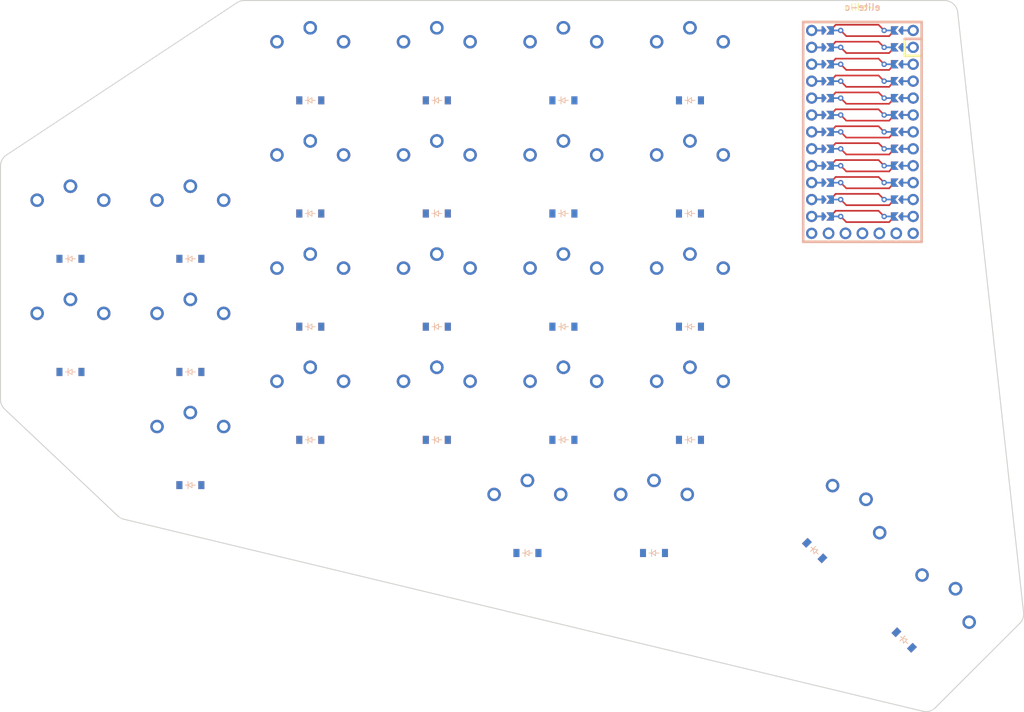
<source format=kicad_pcb>


(kicad_pcb (version 20171130) (host pcbnew 5.1.6)

  (page A3)
  (title_block
    (title "handlebar")
    (rev "0.0.1")
    (company "philtherobot")
  )

  (general
    (thickness 1.6)
  )

  (layers
    (0 F.Cu signal)
    (31 B.Cu signal)
    (32 B.Adhes user)
    (33 F.Adhes user)
    (34 B.Paste user)
    (35 F.Paste user)
    (36 B.SilkS user)
    (37 F.SilkS user)
    (38 B.Mask user)
    (39 F.Mask user)
    (40 Dwgs.User user)
    (41 Cmts.User user)
    (42 Eco1.User user)
    (43 Eco2.User user)
    (44 Edge.Cuts user)
    (45 Margin user)
    (46 B.CrtYd user)
    (47 F.CrtYd user)
    (48 B.Fab user)
    (49 F.Fab user)
  )

  (setup
    (last_trace_width 0.25)
    (trace_clearance 0.2)
    (zone_clearance 0.508)
    (zone_45_only no)
    (trace_min 0.2)
    (via_size 0.8)
    (via_drill 0.4)
    (via_min_size 0.4)
    (via_min_drill 0.3)
    (uvia_size 0.3)
    (uvia_drill 0.1)
    (uvias_allowed no)
    (uvia_min_size 0.2)
    (uvia_min_drill 0.1)
    (edge_width 0.05)
    (segment_width 0.2)
    (pcb_text_width 0.3)
    (pcb_text_size 1.5 1.5)
    (mod_edge_width 0.12)
    (mod_text_size 1 1)
    (mod_text_width 0.15)
    (pad_size 1.524 1.524)
    (pad_drill 0.762)
    (pad_to_mask_clearance 0.05)
    (aux_axis_origin 0 0)
    (visible_elements FFFFFF7F)
    (pcbplotparams
      (layerselection 0x010fc_ffffffff)
      (usegerberextensions false)
      (usegerberattributes true)
      (usegerberadvancedattributes true)
      (creategerberjobfile true)
      (excludeedgelayer true)
      (linewidth 0.100000)
      (plotframeref false)
      (viasonmask false)
      (mode 1)
      (useauxorigin false)
      (hpglpennumber 1)
      (hpglpenspeed 20)
      (hpglpendiameter 15.000000)
      (psnegative false)
      (psa4output false)
      (plotreference true)
      (plotvalue true)
      (plotinvisibletext false)
      (padsonsilk false)
      (subtractmaskfromsilk false)
      (outputformat 1)
      (mirror false)
      (drillshape 1)
      (scaleselection 1)
      (outputdirectory ""))
  )

  (net 0 "")
(net 1 "net_ring")
(net 2 "ring_bottom")
(net 3 "ring_home")
(net 4 "ring_top")
(net 5 "ring_nums")
(net 6 "net_middle")
(net 7 "middle_bottom")
(net 8 "middle_home")
(net 9 "middle_top")
(net 10 "middle_nums")
(net 11 "net_index")
(net 12 "index_bottom")
(net 13 "index_home")
(net 14 "index_top")
(net 15 "index_nums")
(net 16 "net_inner")
(net 17 "inner_bottom")
(net 18 "inner_home")
(net 19 "inner_top")
(net 20 "inner_nums")
(net 21 "net_outer")
(net 22 "outer_home")
(net 23 "outer_top")
(net 24 "net_pinky")
(net 25 "pinky_bottom")
(net 26 "pinky_home")
(net 27 "pinky_top")
(net 28 "left_thumb")
(net 29 "right_thumb")
(net 30 "center_thumb")
(net 31 "inner_thumb")
(net 32 "net_bottom")
(net 33 "net_home")
(net 34 "net_top")
(net 35 "net_nums")
(net 36 "net_thumb")
(net 37 "D3")
(net 38 "D2")
(net 39 "E6")
(net 40 "B4")
(net 41 "B5")
(net 42 "B0")
(net 43 "F4")
(net 44 "F5")
(net 45 "F6")
(net 46 "F7")
(net 47 "B1")
(net 48 "B3")
(net 49 "B2")
(net 50 "VBUS")
(net 51 "GND")
(net 52 "RST")
(net 53 "VCC")
(net 54 "_1_1")
(net 55 "_1_24")
(net 56 "_1_2")
(net 57 "_1_23")
(net 58 "_1_3")
(net 59 "_1_22")
(net 60 "_1_4")
(net 61 "_1_21")
(net 62 "_1_5")
(net 63 "_1_20")
(net 64 "_1_6")
(net 65 "_1_19")
(net 66 "_1_7")
(net 67 "_1_18")
(net 68 "_1_8")
(net 69 "_1_17")
(net 70 "_1_9")
(net 71 "_1_16")
(net 72 "_1_10")
(net 73 "_1_15")
(net 74 "_1_11")
(net 75 "_1_14")
(net 76 "_1_0")
(net 77 "_1_25")

  (net_class Default "This is the default net class."
    (clearance 0.2)
    (trace_width 0.25)
    (via_dia 0.8)
    (via_drill 0.4)
    (uvia_dia 0.3)
    (uvia_drill 0.1)
    (add_net "")
(add_net "net_ring")
(add_net "ring_bottom")
(add_net "ring_home")
(add_net "ring_top")
(add_net "ring_nums")
(add_net "net_middle")
(add_net "middle_bottom")
(add_net "middle_home")
(add_net "middle_top")
(add_net "middle_nums")
(add_net "net_index")
(add_net "index_bottom")
(add_net "index_home")
(add_net "index_top")
(add_net "index_nums")
(add_net "net_inner")
(add_net "inner_bottom")
(add_net "inner_home")
(add_net "inner_top")
(add_net "inner_nums")
(add_net "net_outer")
(add_net "outer_home")
(add_net "outer_top")
(add_net "net_pinky")
(add_net "pinky_bottom")
(add_net "pinky_home")
(add_net "pinky_top")
(add_net "left_thumb")
(add_net "right_thumb")
(add_net "center_thumb")
(add_net "inner_thumb")
(add_net "net_bottom")
(add_net "net_home")
(add_net "net_top")
(add_net "net_nums")
(add_net "net_thumb")
(add_net "D3")
(add_net "D2")
(add_net "E6")
(add_net "B4")
(add_net "B5")
(add_net "B0")
(add_net "F4")
(add_net "F5")
(add_net "F6")
(add_net "F7")
(add_net "B1")
(add_net "B3")
(add_net "B2")
(add_net "VBUS")
(add_net "GND")
(add_net "RST")
(add_net "VCC")
(add_net "_1_1")
(add_net "_1_24")
(add_net "_1_2")
(add_net "_1_23")
(add_net "_1_3")
(add_net "_1_22")
(add_net "_1_4")
(add_net "_1_21")
(add_net "_1_5")
(add_net "_1_20")
(add_net "_1_6")
(add_net "_1_19")
(add_net "_1_7")
(add_net "_1_18")
(add_net "_1_8")
(add_net "_1_17")
(add_net "_1_9")
(add_net "_1_16")
(add_net "_1_10")
(add_net "_1_15")
(add_net "_1_11")
(add_net "_1_14")
(add_net "_1_0")
(add_net "_1_25")
  )

  
        
      (module PG1350 (layer F.Cu) (tedit 5DD50112)
      (at 100 100 0)

      
      (fp_text reference "S1" (at 0 0) (layer F.SilkS) hide (effects (font (size 1.27 1.27) (thickness 0.15))))
      (fp_text value "" (at 0 0) (layer F.SilkS) hide (effects (font (size 1.27 1.27) (thickness 0.15))))

      
      (fp_line (start -7 -6) (end -7 -7) (layer Dwgs.User) (width 0.15))
      (fp_line (start -7 7) (end -6 7) (layer Dwgs.User) (width 0.15))
      (fp_line (start -6 -7) (end -7 -7) (layer Dwgs.User) (width 0.15))
      (fp_line (start -7 7) (end -7 6) (layer Dwgs.User) (width 0.15))
      (fp_line (start 7 6) (end 7 7) (layer Dwgs.User) (width 0.15))
      (fp_line (start 7 -7) (end 6 -7) (layer Dwgs.User) (width 0.15))
      (fp_line (start 6 7) (end 7 7) (layer Dwgs.User) (width 0.15))
      (fp_line (start 7 -7) (end 7 -6) (layer Dwgs.User) (width 0.15))      
      
      
      (pad "" np_thru_hole circle (at 0 0) (size 3.429 3.429) (drill 3.429) (layers *.Cu *.Mask))
        
      
      (pad "" np_thru_hole circle (at 5.5 0) (size 1.7018 1.7018) (drill 1.7018) (layers *.Cu *.Mask))
      (pad "" np_thru_hole circle (at -5.5 0) (size 1.7018 1.7018) (drill 1.7018) (layers *.Cu *.Mask))
      
        
      
      (fp_line (start -9 -8.5) (end 9 -8.5) (layer Dwgs.User) (width 0.15))
      (fp_line (start 9 -8.5) (end 9 8.5) (layer Dwgs.User) (width 0.15))
      (fp_line (start 9 8.5) (end -9 8.5) (layer Dwgs.User) (width 0.15))
      (fp_line (start -9 8.5) (end -9 -8.5) (layer Dwgs.User) (width 0.15))
      
        
            
            (pad 1 thru_hole circle (at 5 -3.8) (size 2.032 2.032) (drill 1.27) (layers *.Cu *.Mask) (net 1 "net_ring"))
            (pad 2 thru_hole circle (at 0 -5.9) (size 2.032 2.032) (drill 1.27) (layers *.Cu *.Mask) (net 2 "ring_bottom"))
          
        
            
            (pad 1 thru_hole circle (at -5 -3.8) (size 2.032 2.032) (drill 1.27) (layers *.Cu *.Mask) (net 1 "net_ring"))
            (pad 2 thru_hole circle (at -0 -5.9) (size 2.032 2.032) (drill 1.27) (layers *.Cu *.Mask) (net 2 "ring_bottom"))
          )
        

        
      (module PG1350 (layer F.Cu) (tedit 5DD50112)
      (at 100 83 0)

      
      (fp_text reference "S2" (at 0 0) (layer F.SilkS) hide (effects (font (size 1.27 1.27) (thickness 0.15))))
      (fp_text value "" (at 0 0) (layer F.SilkS) hide (effects (font (size 1.27 1.27) (thickness 0.15))))

      
      (fp_line (start -7 -6) (end -7 -7) (layer Dwgs.User) (width 0.15))
      (fp_line (start -7 7) (end -6 7) (layer Dwgs.User) (width 0.15))
      (fp_line (start -6 -7) (end -7 -7) (layer Dwgs.User) (width 0.15))
      (fp_line (start -7 7) (end -7 6) (layer Dwgs.User) (width 0.15))
      (fp_line (start 7 6) (end 7 7) (layer Dwgs.User) (width 0.15))
      (fp_line (start 7 -7) (end 6 -7) (layer Dwgs.User) (width 0.15))
      (fp_line (start 6 7) (end 7 7) (layer Dwgs.User) (width 0.15))
      (fp_line (start 7 -7) (end 7 -6) (layer Dwgs.User) (width 0.15))      
      
      
      (pad "" np_thru_hole circle (at 0 0) (size 3.429 3.429) (drill 3.429) (layers *.Cu *.Mask))
        
      
      (pad "" np_thru_hole circle (at 5.5 0) (size 1.7018 1.7018) (drill 1.7018) (layers *.Cu *.Mask))
      (pad "" np_thru_hole circle (at -5.5 0) (size 1.7018 1.7018) (drill 1.7018) (layers *.Cu *.Mask))
      
        
      
      (fp_line (start -9 -8.5) (end 9 -8.5) (layer Dwgs.User) (width 0.15))
      (fp_line (start 9 -8.5) (end 9 8.5) (layer Dwgs.User) (width 0.15))
      (fp_line (start 9 8.5) (end -9 8.5) (layer Dwgs.User) (width 0.15))
      (fp_line (start -9 8.5) (end -9 -8.5) (layer Dwgs.User) (width 0.15))
      
        
            
            (pad 1 thru_hole circle (at 5 -3.8) (size 2.032 2.032) (drill 1.27) (layers *.Cu *.Mask) (net 1 "net_ring"))
            (pad 2 thru_hole circle (at 0 -5.9) (size 2.032 2.032) (drill 1.27) (layers *.Cu *.Mask) (net 3 "ring_home"))
          
        
            
            (pad 1 thru_hole circle (at -5 -3.8) (size 2.032 2.032) (drill 1.27) (layers *.Cu *.Mask) (net 1 "net_ring"))
            (pad 2 thru_hole circle (at -0 -5.9) (size 2.032 2.032) (drill 1.27) (layers *.Cu *.Mask) (net 3 "ring_home"))
          )
        

        
      (module PG1350 (layer F.Cu) (tedit 5DD50112)
      (at 100 66 0)

      
      (fp_text reference "S3" (at 0 0) (layer F.SilkS) hide (effects (font (size 1.27 1.27) (thickness 0.15))))
      (fp_text value "" (at 0 0) (layer F.SilkS) hide (effects (font (size 1.27 1.27) (thickness 0.15))))

      
      (fp_line (start -7 -6) (end -7 -7) (layer Dwgs.User) (width 0.15))
      (fp_line (start -7 7) (end -6 7) (layer Dwgs.User) (width 0.15))
      (fp_line (start -6 -7) (end -7 -7) (layer Dwgs.User) (width 0.15))
      (fp_line (start -7 7) (end -7 6) (layer Dwgs.User) (width 0.15))
      (fp_line (start 7 6) (end 7 7) (layer Dwgs.User) (width 0.15))
      (fp_line (start 7 -7) (end 6 -7) (layer Dwgs.User) (width 0.15))
      (fp_line (start 6 7) (end 7 7) (layer Dwgs.User) (width 0.15))
      (fp_line (start 7 -7) (end 7 -6) (layer Dwgs.User) (width 0.15))      
      
      
      (pad "" np_thru_hole circle (at 0 0) (size 3.429 3.429) (drill 3.429) (layers *.Cu *.Mask))
        
      
      (pad "" np_thru_hole circle (at 5.5 0) (size 1.7018 1.7018) (drill 1.7018) (layers *.Cu *.Mask))
      (pad "" np_thru_hole circle (at -5.5 0) (size 1.7018 1.7018) (drill 1.7018) (layers *.Cu *.Mask))
      
        
      
      (fp_line (start -9 -8.5) (end 9 -8.5) (layer Dwgs.User) (width 0.15))
      (fp_line (start 9 -8.5) (end 9 8.5) (layer Dwgs.User) (width 0.15))
      (fp_line (start 9 8.5) (end -9 8.5) (layer Dwgs.User) (width 0.15))
      (fp_line (start -9 8.5) (end -9 -8.5) (layer Dwgs.User) (width 0.15))
      
        
            
            (pad 1 thru_hole circle (at 5 -3.8) (size 2.032 2.032) (drill 1.27) (layers *.Cu *.Mask) (net 1 "net_ring"))
            (pad 2 thru_hole circle (at 0 -5.9) (size 2.032 2.032) (drill 1.27) (layers *.Cu *.Mask) (net 4 "ring_top"))
          
        
            
            (pad 1 thru_hole circle (at -5 -3.8) (size 2.032 2.032) (drill 1.27) (layers *.Cu *.Mask) (net 1 "net_ring"))
            (pad 2 thru_hole circle (at -0 -5.9) (size 2.032 2.032) (drill 1.27) (layers *.Cu *.Mask) (net 4 "ring_top"))
          )
        

        
      (module PG1350 (layer F.Cu) (tedit 5DD50112)
      (at 100 49 0)

      
      (fp_text reference "S4" (at 0 0) (layer F.SilkS) hide (effects (font (size 1.27 1.27) (thickness 0.15))))
      (fp_text value "" (at 0 0) (layer F.SilkS) hide (effects (font (size 1.27 1.27) (thickness 0.15))))

      
      (fp_line (start -7 -6) (end -7 -7) (layer Dwgs.User) (width 0.15))
      (fp_line (start -7 7) (end -6 7) (layer Dwgs.User) (width 0.15))
      (fp_line (start -6 -7) (end -7 -7) (layer Dwgs.User) (width 0.15))
      (fp_line (start -7 7) (end -7 6) (layer Dwgs.User) (width 0.15))
      (fp_line (start 7 6) (end 7 7) (layer Dwgs.User) (width 0.15))
      (fp_line (start 7 -7) (end 6 -7) (layer Dwgs.User) (width 0.15))
      (fp_line (start 6 7) (end 7 7) (layer Dwgs.User) (width 0.15))
      (fp_line (start 7 -7) (end 7 -6) (layer Dwgs.User) (width 0.15))      
      
      
      (pad "" np_thru_hole circle (at 0 0) (size 3.429 3.429) (drill 3.429) (layers *.Cu *.Mask))
        
      
      (pad "" np_thru_hole circle (at 5.5 0) (size 1.7018 1.7018) (drill 1.7018) (layers *.Cu *.Mask))
      (pad "" np_thru_hole circle (at -5.5 0) (size 1.7018 1.7018) (drill 1.7018) (layers *.Cu *.Mask))
      
        
      
      (fp_line (start -9 -8.5) (end 9 -8.5) (layer Dwgs.User) (width 0.15))
      (fp_line (start 9 -8.5) (end 9 8.5) (layer Dwgs.User) (width 0.15))
      (fp_line (start 9 8.5) (end -9 8.5) (layer Dwgs.User) (width 0.15))
      (fp_line (start -9 8.5) (end -9 -8.5) (layer Dwgs.User) (width 0.15))
      
        
            
            (pad 1 thru_hole circle (at 5 -3.8) (size 2.032 2.032) (drill 1.27) (layers *.Cu *.Mask) (net 1 "net_ring"))
            (pad 2 thru_hole circle (at 0 -5.9) (size 2.032 2.032) (drill 1.27) (layers *.Cu *.Mask) (net 5 "ring_nums"))
          
        
            
            (pad 1 thru_hole circle (at -5 -3.8) (size 2.032 2.032) (drill 1.27) (layers *.Cu *.Mask) (net 1 "net_ring"))
            (pad 2 thru_hole circle (at -0 -5.9) (size 2.032 2.032) (drill 1.27) (layers *.Cu *.Mask) (net 5 "ring_nums"))
          )
        

        
      (module PG1350 (layer F.Cu) (tedit 5DD50112)
      (at 119 100 0)

      
      (fp_text reference "S5" (at 0 0) (layer F.SilkS) hide (effects (font (size 1.27 1.27) (thickness 0.15))))
      (fp_text value "" (at 0 0) (layer F.SilkS) hide (effects (font (size 1.27 1.27) (thickness 0.15))))

      
      (fp_line (start -7 -6) (end -7 -7) (layer Dwgs.User) (width 0.15))
      (fp_line (start -7 7) (end -6 7) (layer Dwgs.User) (width 0.15))
      (fp_line (start -6 -7) (end -7 -7) (layer Dwgs.User) (width 0.15))
      (fp_line (start -7 7) (end -7 6) (layer Dwgs.User) (width 0.15))
      (fp_line (start 7 6) (end 7 7) (layer Dwgs.User) (width 0.15))
      (fp_line (start 7 -7) (end 6 -7) (layer Dwgs.User) (width 0.15))
      (fp_line (start 6 7) (end 7 7) (layer Dwgs.User) (width 0.15))
      (fp_line (start 7 -7) (end 7 -6) (layer Dwgs.User) (width 0.15))      
      
      
      (pad "" np_thru_hole circle (at 0 0) (size 3.429 3.429) (drill 3.429) (layers *.Cu *.Mask))
        
      
      (pad "" np_thru_hole circle (at 5.5 0) (size 1.7018 1.7018) (drill 1.7018) (layers *.Cu *.Mask))
      (pad "" np_thru_hole circle (at -5.5 0) (size 1.7018 1.7018) (drill 1.7018) (layers *.Cu *.Mask))
      
        
      
      (fp_line (start -9 -8.5) (end 9 -8.5) (layer Dwgs.User) (width 0.15))
      (fp_line (start 9 -8.5) (end 9 8.5) (layer Dwgs.User) (width 0.15))
      (fp_line (start 9 8.5) (end -9 8.5) (layer Dwgs.User) (width 0.15))
      (fp_line (start -9 8.5) (end -9 -8.5) (layer Dwgs.User) (width 0.15))
      
        
            
            (pad 1 thru_hole circle (at 5 -3.8) (size 2.032 2.032) (drill 1.27) (layers *.Cu *.Mask) (net 6 "net_middle"))
            (pad 2 thru_hole circle (at 0 -5.9) (size 2.032 2.032) (drill 1.27) (layers *.Cu *.Mask) (net 7 "middle_bottom"))
          
        
            
            (pad 1 thru_hole circle (at -5 -3.8) (size 2.032 2.032) (drill 1.27) (layers *.Cu *.Mask) (net 6 "net_middle"))
            (pad 2 thru_hole circle (at -0 -5.9) (size 2.032 2.032) (drill 1.27) (layers *.Cu *.Mask) (net 7 "middle_bottom"))
          )
        

        
      (module PG1350 (layer F.Cu) (tedit 5DD50112)
      (at 119 83 0)

      
      (fp_text reference "S6" (at 0 0) (layer F.SilkS) hide (effects (font (size 1.27 1.27) (thickness 0.15))))
      (fp_text value "" (at 0 0) (layer F.SilkS) hide (effects (font (size 1.27 1.27) (thickness 0.15))))

      
      (fp_line (start -7 -6) (end -7 -7) (layer Dwgs.User) (width 0.15))
      (fp_line (start -7 7) (end -6 7) (layer Dwgs.User) (width 0.15))
      (fp_line (start -6 -7) (end -7 -7) (layer Dwgs.User) (width 0.15))
      (fp_line (start -7 7) (end -7 6) (layer Dwgs.User) (width 0.15))
      (fp_line (start 7 6) (end 7 7) (layer Dwgs.User) (width 0.15))
      (fp_line (start 7 -7) (end 6 -7) (layer Dwgs.User) (width 0.15))
      (fp_line (start 6 7) (end 7 7) (layer Dwgs.User) (width 0.15))
      (fp_line (start 7 -7) (end 7 -6) (layer Dwgs.User) (width 0.15))      
      
      
      (pad "" np_thru_hole circle (at 0 0) (size 3.429 3.429) (drill 3.429) (layers *.Cu *.Mask))
        
      
      (pad "" np_thru_hole circle (at 5.5 0) (size 1.7018 1.7018) (drill 1.7018) (layers *.Cu *.Mask))
      (pad "" np_thru_hole circle (at -5.5 0) (size 1.7018 1.7018) (drill 1.7018) (layers *.Cu *.Mask))
      
        
      
      (fp_line (start -9 -8.5) (end 9 -8.5) (layer Dwgs.User) (width 0.15))
      (fp_line (start 9 -8.5) (end 9 8.5) (layer Dwgs.User) (width 0.15))
      (fp_line (start 9 8.5) (end -9 8.5) (layer Dwgs.User) (width 0.15))
      (fp_line (start -9 8.5) (end -9 -8.5) (layer Dwgs.User) (width 0.15))
      
        
            
            (pad 1 thru_hole circle (at 5 -3.8) (size 2.032 2.032) (drill 1.27) (layers *.Cu *.Mask) (net 6 "net_middle"))
            (pad 2 thru_hole circle (at 0 -5.9) (size 2.032 2.032) (drill 1.27) (layers *.Cu *.Mask) (net 8 "middle_home"))
          
        
            
            (pad 1 thru_hole circle (at -5 -3.8) (size 2.032 2.032) (drill 1.27) (layers *.Cu *.Mask) (net 6 "net_middle"))
            (pad 2 thru_hole circle (at -0 -5.9) (size 2.032 2.032) (drill 1.27) (layers *.Cu *.Mask) (net 8 "middle_home"))
          )
        

        
      (module PG1350 (layer F.Cu) (tedit 5DD50112)
      (at 119 66 0)

      
      (fp_text reference "S7" (at 0 0) (layer F.SilkS) hide (effects (font (size 1.27 1.27) (thickness 0.15))))
      (fp_text value "" (at 0 0) (layer F.SilkS) hide (effects (font (size 1.27 1.27) (thickness 0.15))))

      
      (fp_line (start -7 -6) (end -7 -7) (layer Dwgs.User) (width 0.15))
      (fp_line (start -7 7) (end -6 7) (layer Dwgs.User) (width 0.15))
      (fp_line (start -6 -7) (end -7 -7) (layer Dwgs.User) (width 0.15))
      (fp_line (start -7 7) (end -7 6) (layer Dwgs.User) (width 0.15))
      (fp_line (start 7 6) (end 7 7) (layer Dwgs.User) (width 0.15))
      (fp_line (start 7 -7) (end 6 -7) (layer Dwgs.User) (width 0.15))
      (fp_line (start 6 7) (end 7 7) (layer Dwgs.User) (width 0.15))
      (fp_line (start 7 -7) (end 7 -6) (layer Dwgs.User) (width 0.15))      
      
      
      (pad "" np_thru_hole circle (at 0 0) (size 3.429 3.429) (drill 3.429) (layers *.Cu *.Mask))
        
      
      (pad "" np_thru_hole circle (at 5.5 0) (size 1.7018 1.7018) (drill 1.7018) (layers *.Cu *.Mask))
      (pad "" np_thru_hole circle (at -5.5 0) (size 1.7018 1.7018) (drill 1.7018) (layers *.Cu *.Mask))
      
        
      
      (fp_line (start -9 -8.5) (end 9 -8.5) (layer Dwgs.User) (width 0.15))
      (fp_line (start 9 -8.5) (end 9 8.5) (layer Dwgs.User) (width 0.15))
      (fp_line (start 9 8.5) (end -9 8.5) (layer Dwgs.User) (width 0.15))
      (fp_line (start -9 8.5) (end -9 -8.5) (layer Dwgs.User) (width 0.15))
      
        
            
            (pad 1 thru_hole circle (at 5 -3.8) (size 2.032 2.032) (drill 1.27) (layers *.Cu *.Mask) (net 6 "net_middle"))
            (pad 2 thru_hole circle (at 0 -5.9) (size 2.032 2.032) (drill 1.27) (layers *.Cu *.Mask) (net 9 "middle_top"))
          
        
            
            (pad 1 thru_hole circle (at -5 -3.8) (size 2.032 2.032) (drill 1.27) (layers *.Cu *.Mask) (net 6 "net_middle"))
            (pad 2 thru_hole circle (at -0 -5.9) (size 2.032 2.032) (drill 1.27) (layers *.Cu *.Mask) (net 9 "middle_top"))
          )
        

        
      (module PG1350 (layer F.Cu) (tedit 5DD50112)
      (at 119 49 0)

      
      (fp_text reference "S8" (at 0 0) (layer F.SilkS) hide (effects (font (size 1.27 1.27) (thickness 0.15))))
      (fp_text value "" (at 0 0) (layer F.SilkS) hide (effects (font (size 1.27 1.27) (thickness 0.15))))

      
      (fp_line (start -7 -6) (end -7 -7) (layer Dwgs.User) (width 0.15))
      (fp_line (start -7 7) (end -6 7) (layer Dwgs.User) (width 0.15))
      (fp_line (start -6 -7) (end -7 -7) (layer Dwgs.User) (width 0.15))
      (fp_line (start -7 7) (end -7 6) (layer Dwgs.User) (width 0.15))
      (fp_line (start 7 6) (end 7 7) (layer Dwgs.User) (width 0.15))
      (fp_line (start 7 -7) (end 6 -7) (layer Dwgs.User) (width 0.15))
      (fp_line (start 6 7) (end 7 7) (layer Dwgs.User) (width 0.15))
      (fp_line (start 7 -7) (end 7 -6) (layer Dwgs.User) (width 0.15))      
      
      
      (pad "" np_thru_hole circle (at 0 0) (size 3.429 3.429) (drill 3.429) (layers *.Cu *.Mask))
        
      
      (pad "" np_thru_hole circle (at 5.5 0) (size 1.7018 1.7018) (drill 1.7018) (layers *.Cu *.Mask))
      (pad "" np_thru_hole circle (at -5.5 0) (size 1.7018 1.7018) (drill 1.7018) (layers *.Cu *.Mask))
      
        
      
      (fp_line (start -9 -8.5) (end 9 -8.5) (layer Dwgs.User) (width 0.15))
      (fp_line (start 9 -8.5) (end 9 8.5) (layer Dwgs.User) (width 0.15))
      (fp_line (start 9 8.5) (end -9 8.5) (layer Dwgs.User) (width 0.15))
      (fp_line (start -9 8.5) (end -9 -8.5) (layer Dwgs.User) (width 0.15))
      
        
            
            (pad 1 thru_hole circle (at 5 -3.8) (size 2.032 2.032) (drill 1.27) (layers *.Cu *.Mask) (net 6 "net_middle"))
            (pad 2 thru_hole circle (at 0 -5.9) (size 2.032 2.032) (drill 1.27) (layers *.Cu *.Mask) (net 10 "middle_nums"))
          
        
            
            (pad 1 thru_hole circle (at -5 -3.8) (size 2.032 2.032) (drill 1.27) (layers *.Cu *.Mask) (net 6 "net_middle"))
            (pad 2 thru_hole circle (at -0 -5.9) (size 2.032 2.032) (drill 1.27) (layers *.Cu *.Mask) (net 10 "middle_nums"))
          )
        

        
      (module PG1350 (layer F.Cu) (tedit 5DD50112)
      (at 138 100 0)

      
      (fp_text reference "S9" (at 0 0) (layer F.SilkS) hide (effects (font (size 1.27 1.27) (thickness 0.15))))
      (fp_text value "" (at 0 0) (layer F.SilkS) hide (effects (font (size 1.27 1.27) (thickness 0.15))))

      
      (fp_line (start -7 -6) (end -7 -7) (layer Dwgs.User) (width 0.15))
      (fp_line (start -7 7) (end -6 7) (layer Dwgs.User) (width 0.15))
      (fp_line (start -6 -7) (end -7 -7) (layer Dwgs.User) (width 0.15))
      (fp_line (start -7 7) (end -7 6) (layer Dwgs.User) (width 0.15))
      (fp_line (start 7 6) (end 7 7) (layer Dwgs.User) (width 0.15))
      (fp_line (start 7 -7) (end 6 -7) (layer Dwgs.User) (width 0.15))
      (fp_line (start 6 7) (end 7 7) (layer Dwgs.User) (width 0.15))
      (fp_line (start 7 -7) (end 7 -6) (layer Dwgs.User) (width 0.15))      
      
      
      (pad "" np_thru_hole circle (at 0 0) (size 3.429 3.429) (drill 3.429) (layers *.Cu *.Mask))
        
      
      (pad "" np_thru_hole circle (at 5.5 0) (size 1.7018 1.7018) (drill 1.7018) (layers *.Cu *.Mask))
      (pad "" np_thru_hole circle (at -5.5 0) (size 1.7018 1.7018) (drill 1.7018) (layers *.Cu *.Mask))
      
        
      
      (fp_line (start -9 -8.5) (end 9 -8.5) (layer Dwgs.User) (width 0.15))
      (fp_line (start 9 -8.5) (end 9 8.5) (layer Dwgs.User) (width 0.15))
      (fp_line (start 9 8.5) (end -9 8.5) (layer Dwgs.User) (width 0.15))
      (fp_line (start -9 8.5) (end -9 -8.5) (layer Dwgs.User) (width 0.15))
      
        
            
            (pad 1 thru_hole circle (at 5 -3.8) (size 2.032 2.032) (drill 1.27) (layers *.Cu *.Mask) (net 11 "net_index"))
            (pad 2 thru_hole circle (at 0 -5.9) (size 2.032 2.032) (drill 1.27) (layers *.Cu *.Mask) (net 12 "index_bottom"))
          
        
            
            (pad 1 thru_hole circle (at -5 -3.8) (size 2.032 2.032) (drill 1.27) (layers *.Cu *.Mask) (net 11 "net_index"))
            (pad 2 thru_hole circle (at -0 -5.9) (size 2.032 2.032) (drill 1.27) (layers *.Cu *.Mask) (net 12 "index_bottom"))
          )
        

        
      (module PG1350 (layer F.Cu) (tedit 5DD50112)
      (at 138 83 0)

      
      (fp_text reference "S10" (at 0 0) (layer F.SilkS) hide (effects (font (size 1.27 1.27) (thickness 0.15))))
      (fp_text value "" (at 0 0) (layer F.SilkS) hide (effects (font (size 1.27 1.27) (thickness 0.15))))

      
      (fp_line (start -7 -6) (end -7 -7) (layer Dwgs.User) (width 0.15))
      (fp_line (start -7 7) (end -6 7) (layer Dwgs.User) (width 0.15))
      (fp_line (start -6 -7) (end -7 -7) (layer Dwgs.User) (width 0.15))
      (fp_line (start -7 7) (end -7 6) (layer Dwgs.User) (width 0.15))
      (fp_line (start 7 6) (end 7 7) (layer Dwgs.User) (width 0.15))
      (fp_line (start 7 -7) (end 6 -7) (layer Dwgs.User) (width 0.15))
      (fp_line (start 6 7) (end 7 7) (layer Dwgs.User) (width 0.15))
      (fp_line (start 7 -7) (end 7 -6) (layer Dwgs.User) (width 0.15))      
      
      
      (pad "" np_thru_hole circle (at 0 0) (size 3.429 3.429) (drill 3.429) (layers *.Cu *.Mask))
        
      
      (pad "" np_thru_hole circle (at 5.5 0) (size 1.7018 1.7018) (drill 1.7018) (layers *.Cu *.Mask))
      (pad "" np_thru_hole circle (at -5.5 0) (size 1.7018 1.7018) (drill 1.7018) (layers *.Cu *.Mask))
      
        
      
      (fp_line (start -9 -8.5) (end 9 -8.5) (layer Dwgs.User) (width 0.15))
      (fp_line (start 9 -8.5) (end 9 8.5) (layer Dwgs.User) (width 0.15))
      (fp_line (start 9 8.5) (end -9 8.5) (layer Dwgs.User) (width 0.15))
      (fp_line (start -9 8.5) (end -9 -8.5) (layer Dwgs.User) (width 0.15))
      
        
            
            (pad 1 thru_hole circle (at 5 -3.8) (size 2.032 2.032) (drill 1.27) (layers *.Cu *.Mask) (net 11 "net_index"))
            (pad 2 thru_hole circle (at 0 -5.9) (size 2.032 2.032) (drill 1.27) (layers *.Cu *.Mask) (net 13 "index_home"))
          
        
            
            (pad 1 thru_hole circle (at -5 -3.8) (size 2.032 2.032) (drill 1.27) (layers *.Cu *.Mask) (net 11 "net_index"))
            (pad 2 thru_hole circle (at -0 -5.9) (size 2.032 2.032) (drill 1.27) (layers *.Cu *.Mask) (net 13 "index_home"))
          )
        

        
      (module PG1350 (layer F.Cu) (tedit 5DD50112)
      (at 138 66 0)

      
      (fp_text reference "S11" (at 0 0) (layer F.SilkS) hide (effects (font (size 1.27 1.27) (thickness 0.15))))
      (fp_text value "" (at 0 0) (layer F.SilkS) hide (effects (font (size 1.27 1.27) (thickness 0.15))))

      
      (fp_line (start -7 -6) (end -7 -7) (layer Dwgs.User) (width 0.15))
      (fp_line (start -7 7) (end -6 7) (layer Dwgs.User) (width 0.15))
      (fp_line (start -6 -7) (end -7 -7) (layer Dwgs.User) (width 0.15))
      (fp_line (start -7 7) (end -7 6) (layer Dwgs.User) (width 0.15))
      (fp_line (start 7 6) (end 7 7) (layer Dwgs.User) (width 0.15))
      (fp_line (start 7 -7) (end 6 -7) (layer Dwgs.User) (width 0.15))
      (fp_line (start 6 7) (end 7 7) (layer Dwgs.User) (width 0.15))
      (fp_line (start 7 -7) (end 7 -6) (layer Dwgs.User) (width 0.15))      
      
      
      (pad "" np_thru_hole circle (at 0 0) (size 3.429 3.429) (drill 3.429) (layers *.Cu *.Mask))
        
      
      (pad "" np_thru_hole circle (at 5.5 0) (size 1.7018 1.7018) (drill 1.7018) (layers *.Cu *.Mask))
      (pad "" np_thru_hole circle (at -5.5 0) (size 1.7018 1.7018) (drill 1.7018) (layers *.Cu *.Mask))
      
        
      
      (fp_line (start -9 -8.5) (end 9 -8.5) (layer Dwgs.User) (width 0.15))
      (fp_line (start 9 -8.5) (end 9 8.5) (layer Dwgs.User) (width 0.15))
      (fp_line (start 9 8.5) (end -9 8.5) (layer Dwgs.User) (width 0.15))
      (fp_line (start -9 8.5) (end -9 -8.5) (layer Dwgs.User) (width 0.15))
      
        
            
            (pad 1 thru_hole circle (at 5 -3.8) (size 2.032 2.032) (drill 1.27) (layers *.Cu *.Mask) (net 11 "net_index"))
            (pad 2 thru_hole circle (at 0 -5.9) (size 2.032 2.032) (drill 1.27) (layers *.Cu *.Mask) (net 14 "index_top"))
          
        
            
            (pad 1 thru_hole circle (at -5 -3.8) (size 2.032 2.032) (drill 1.27) (layers *.Cu *.Mask) (net 11 "net_index"))
            (pad 2 thru_hole circle (at -0 -5.9) (size 2.032 2.032) (drill 1.27) (layers *.Cu *.Mask) (net 14 "index_top"))
          )
        

        
      (module PG1350 (layer F.Cu) (tedit 5DD50112)
      (at 138 49 0)

      
      (fp_text reference "S12" (at 0 0) (layer F.SilkS) hide (effects (font (size 1.27 1.27) (thickness 0.15))))
      (fp_text value "" (at 0 0) (layer F.SilkS) hide (effects (font (size 1.27 1.27) (thickness 0.15))))

      
      (fp_line (start -7 -6) (end -7 -7) (layer Dwgs.User) (width 0.15))
      (fp_line (start -7 7) (end -6 7) (layer Dwgs.User) (width 0.15))
      (fp_line (start -6 -7) (end -7 -7) (layer Dwgs.User) (width 0.15))
      (fp_line (start -7 7) (end -7 6) (layer Dwgs.User) (width 0.15))
      (fp_line (start 7 6) (end 7 7) (layer Dwgs.User) (width 0.15))
      (fp_line (start 7 -7) (end 6 -7) (layer Dwgs.User) (width 0.15))
      (fp_line (start 6 7) (end 7 7) (layer Dwgs.User) (width 0.15))
      (fp_line (start 7 -7) (end 7 -6) (layer Dwgs.User) (width 0.15))      
      
      
      (pad "" np_thru_hole circle (at 0 0) (size 3.429 3.429) (drill 3.429) (layers *.Cu *.Mask))
        
      
      (pad "" np_thru_hole circle (at 5.5 0) (size 1.7018 1.7018) (drill 1.7018) (layers *.Cu *.Mask))
      (pad "" np_thru_hole circle (at -5.5 0) (size 1.7018 1.7018) (drill 1.7018) (layers *.Cu *.Mask))
      
        
      
      (fp_line (start -9 -8.5) (end 9 -8.5) (layer Dwgs.User) (width 0.15))
      (fp_line (start 9 -8.5) (end 9 8.5) (layer Dwgs.User) (width 0.15))
      (fp_line (start 9 8.5) (end -9 8.5) (layer Dwgs.User) (width 0.15))
      (fp_line (start -9 8.5) (end -9 -8.5) (layer Dwgs.User) (width 0.15))
      
        
            
            (pad 1 thru_hole circle (at 5 -3.8) (size 2.032 2.032) (drill 1.27) (layers *.Cu *.Mask) (net 11 "net_index"))
            (pad 2 thru_hole circle (at 0 -5.9) (size 2.032 2.032) (drill 1.27) (layers *.Cu *.Mask) (net 15 "index_nums"))
          
        
            
            (pad 1 thru_hole circle (at -5 -3.8) (size 2.032 2.032) (drill 1.27) (layers *.Cu *.Mask) (net 11 "net_index"))
            (pad 2 thru_hole circle (at -0 -5.9) (size 2.032 2.032) (drill 1.27) (layers *.Cu *.Mask) (net 15 "index_nums"))
          )
        

        
      (module PG1350 (layer F.Cu) (tedit 5DD50112)
      (at 157 100 0)

      
      (fp_text reference "S13" (at 0 0) (layer F.SilkS) hide (effects (font (size 1.27 1.27) (thickness 0.15))))
      (fp_text value "" (at 0 0) (layer F.SilkS) hide (effects (font (size 1.27 1.27) (thickness 0.15))))

      
      (fp_line (start -7 -6) (end -7 -7) (layer Dwgs.User) (width 0.15))
      (fp_line (start -7 7) (end -6 7) (layer Dwgs.User) (width 0.15))
      (fp_line (start -6 -7) (end -7 -7) (layer Dwgs.User) (width 0.15))
      (fp_line (start -7 7) (end -7 6) (layer Dwgs.User) (width 0.15))
      (fp_line (start 7 6) (end 7 7) (layer Dwgs.User) (width 0.15))
      (fp_line (start 7 -7) (end 6 -7) (layer Dwgs.User) (width 0.15))
      (fp_line (start 6 7) (end 7 7) (layer Dwgs.User) (width 0.15))
      (fp_line (start 7 -7) (end 7 -6) (layer Dwgs.User) (width 0.15))      
      
      
      (pad "" np_thru_hole circle (at 0 0) (size 3.429 3.429) (drill 3.429) (layers *.Cu *.Mask))
        
      
      (pad "" np_thru_hole circle (at 5.5 0) (size 1.7018 1.7018) (drill 1.7018) (layers *.Cu *.Mask))
      (pad "" np_thru_hole circle (at -5.5 0) (size 1.7018 1.7018) (drill 1.7018) (layers *.Cu *.Mask))
      
        
      
      (fp_line (start -9 -8.5) (end 9 -8.5) (layer Dwgs.User) (width 0.15))
      (fp_line (start 9 -8.5) (end 9 8.5) (layer Dwgs.User) (width 0.15))
      (fp_line (start 9 8.5) (end -9 8.5) (layer Dwgs.User) (width 0.15))
      (fp_line (start -9 8.5) (end -9 -8.5) (layer Dwgs.User) (width 0.15))
      
        
            
            (pad 1 thru_hole circle (at 5 -3.8) (size 2.032 2.032) (drill 1.27) (layers *.Cu *.Mask) (net 16 "net_inner"))
            (pad 2 thru_hole circle (at 0 -5.9) (size 2.032 2.032) (drill 1.27) (layers *.Cu *.Mask) (net 17 "inner_bottom"))
          
        
            
            (pad 1 thru_hole circle (at -5 -3.8) (size 2.032 2.032) (drill 1.27) (layers *.Cu *.Mask) (net 16 "net_inner"))
            (pad 2 thru_hole circle (at -0 -5.9) (size 2.032 2.032) (drill 1.27) (layers *.Cu *.Mask) (net 17 "inner_bottom"))
          )
        

        
      (module PG1350 (layer F.Cu) (tedit 5DD50112)
      (at 157 83 0)

      
      (fp_text reference "S14" (at 0 0) (layer F.SilkS) hide (effects (font (size 1.27 1.27) (thickness 0.15))))
      (fp_text value "" (at 0 0) (layer F.SilkS) hide (effects (font (size 1.27 1.27) (thickness 0.15))))

      
      (fp_line (start -7 -6) (end -7 -7) (layer Dwgs.User) (width 0.15))
      (fp_line (start -7 7) (end -6 7) (layer Dwgs.User) (width 0.15))
      (fp_line (start -6 -7) (end -7 -7) (layer Dwgs.User) (width 0.15))
      (fp_line (start -7 7) (end -7 6) (layer Dwgs.User) (width 0.15))
      (fp_line (start 7 6) (end 7 7) (layer Dwgs.User) (width 0.15))
      (fp_line (start 7 -7) (end 6 -7) (layer Dwgs.User) (width 0.15))
      (fp_line (start 6 7) (end 7 7) (layer Dwgs.User) (width 0.15))
      (fp_line (start 7 -7) (end 7 -6) (layer Dwgs.User) (width 0.15))      
      
      
      (pad "" np_thru_hole circle (at 0 0) (size 3.429 3.429) (drill 3.429) (layers *.Cu *.Mask))
        
      
      (pad "" np_thru_hole circle (at 5.5 0) (size 1.7018 1.7018) (drill 1.7018) (layers *.Cu *.Mask))
      (pad "" np_thru_hole circle (at -5.5 0) (size 1.7018 1.7018) (drill 1.7018) (layers *.Cu *.Mask))
      
        
      
      (fp_line (start -9 -8.5) (end 9 -8.5) (layer Dwgs.User) (width 0.15))
      (fp_line (start 9 -8.5) (end 9 8.5) (layer Dwgs.User) (width 0.15))
      (fp_line (start 9 8.5) (end -9 8.5) (layer Dwgs.User) (width 0.15))
      (fp_line (start -9 8.5) (end -9 -8.5) (layer Dwgs.User) (width 0.15))
      
        
            
            (pad 1 thru_hole circle (at 5 -3.8) (size 2.032 2.032) (drill 1.27) (layers *.Cu *.Mask) (net 16 "net_inner"))
            (pad 2 thru_hole circle (at 0 -5.9) (size 2.032 2.032) (drill 1.27) (layers *.Cu *.Mask) (net 18 "inner_home"))
          
        
            
            (pad 1 thru_hole circle (at -5 -3.8) (size 2.032 2.032) (drill 1.27) (layers *.Cu *.Mask) (net 16 "net_inner"))
            (pad 2 thru_hole circle (at -0 -5.9) (size 2.032 2.032) (drill 1.27) (layers *.Cu *.Mask) (net 18 "inner_home"))
          )
        

        
      (module PG1350 (layer F.Cu) (tedit 5DD50112)
      (at 157 66 0)

      
      (fp_text reference "S15" (at 0 0) (layer F.SilkS) hide (effects (font (size 1.27 1.27) (thickness 0.15))))
      (fp_text value "" (at 0 0) (layer F.SilkS) hide (effects (font (size 1.27 1.27) (thickness 0.15))))

      
      (fp_line (start -7 -6) (end -7 -7) (layer Dwgs.User) (width 0.15))
      (fp_line (start -7 7) (end -6 7) (layer Dwgs.User) (width 0.15))
      (fp_line (start -6 -7) (end -7 -7) (layer Dwgs.User) (width 0.15))
      (fp_line (start -7 7) (end -7 6) (layer Dwgs.User) (width 0.15))
      (fp_line (start 7 6) (end 7 7) (layer Dwgs.User) (width 0.15))
      (fp_line (start 7 -7) (end 6 -7) (layer Dwgs.User) (width 0.15))
      (fp_line (start 6 7) (end 7 7) (layer Dwgs.User) (width 0.15))
      (fp_line (start 7 -7) (end 7 -6) (layer Dwgs.User) (width 0.15))      
      
      
      (pad "" np_thru_hole circle (at 0 0) (size 3.429 3.429) (drill 3.429) (layers *.Cu *.Mask))
        
      
      (pad "" np_thru_hole circle (at 5.5 0) (size 1.7018 1.7018) (drill 1.7018) (layers *.Cu *.Mask))
      (pad "" np_thru_hole circle (at -5.5 0) (size 1.7018 1.7018) (drill 1.7018) (layers *.Cu *.Mask))
      
        
      
      (fp_line (start -9 -8.5) (end 9 -8.5) (layer Dwgs.User) (width 0.15))
      (fp_line (start 9 -8.5) (end 9 8.5) (layer Dwgs.User) (width 0.15))
      (fp_line (start 9 8.5) (end -9 8.5) (layer Dwgs.User) (width 0.15))
      (fp_line (start -9 8.5) (end -9 -8.5) (layer Dwgs.User) (width 0.15))
      
        
            
            (pad 1 thru_hole circle (at 5 -3.8) (size 2.032 2.032) (drill 1.27) (layers *.Cu *.Mask) (net 16 "net_inner"))
            (pad 2 thru_hole circle (at 0 -5.9) (size 2.032 2.032) (drill 1.27) (layers *.Cu *.Mask) (net 19 "inner_top"))
          
        
            
            (pad 1 thru_hole circle (at -5 -3.8) (size 2.032 2.032) (drill 1.27) (layers *.Cu *.Mask) (net 16 "net_inner"))
            (pad 2 thru_hole circle (at -0 -5.9) (size 2.032 2.032) (drill 1.27) (layers *.Cu *.Mask) (net 19 "inner_top"))
          )
        

        
      (module PG1350 (layer F.Cu) (tedit 5DD50112)
      (at 157 49 0)

      
      (fp_text reference "S16" (at 0 0) (layer F.SilkS) hide (effects (font (size 1.27 1.27) (thickness 0.15))))
      (fp_text value "" (at 0 0) (layer F.SilkS) hide (effects (font (size 1.27 1.27) (thickness 0.15))))

      
      (fp_line (start -7 -6) (end -7 -7) (layer Dwgs.User) (width 0.15))
      (fp_line (start -7 7) (end -6 7) (layer Dwgs.User) (width 0.15))
      (fp_line (start -6 -7) (end -7 -7) (layer Dwgs.User) (width 0.15))
      (fp_line (start -7 7) (end -7 6) (layer Dwgs.User) (width 0.15))
      (fp_line (start 7 6) (end 7 7) (layer Dwgs.User) (width 0.15))
      (fp_line (start 7 -7) (end 6 -7) (layer Dwgs.User) (width 0.15))
      (fp_line (start 6 7) (end 7 7) (layer Dwgs.User) (width 0.15))
      (fp_line (start 7 -7) (end 7 -6) (layer Dwgs.User) (width 0.15))      
      
      
      (pad "" np_thru_hole circle (at 0 0) (size 3.429 3.429) (drill 3.429) (layers *.Cu *.Mask))
        
      
      (pad "" np_thru_hole circle (at 5.5 0) (size 1.7018 1.7018) (drill 1.7018) (layers *.Cu *.Mask))
      (pad "" np_thru_hole circle (at -5.5 0) (size 1.7018 1.7018) (drill 1.7018) (layers *.Cu *.Mask))
      
        
      
      (fp_line (start -9 -8.5) (end 9 -8.5) (layer Dwgs.User) (width 0.15))
      (fp_line (start 9 -8.5) (end 9 8.5) (layer Dwgs.User) (width 0.15))
      (fp_line (start 9 8.5) (end -9 8.5) (layer Dwgs.User) (width 0.15))
      (fp_line (start -9 8.5) (end -9 -8.5) (layer Dwgs.User) (width 0.15))
      
        
            
            (pad 1 thru_hole circle (at 5 -3.8) (size 2.032 2.032) (drill 1.27) (layers *.Cu *.Mask) (net 16 "net_inner"))
            (pad 2 thru_hole circle (at 0 -5.9) (size 2.032 2.032) (drill 1.27) (layers *.Cu *.Mask) (net 20 "inner_nums"))
          
        
            
            (pad 1 thru_hole circle (at -5 -3.8) (size 2.032 2.032) (drill 1.27) (layers *.Cu *.Mask) (net 16 "net_inner"))
            (pad 2 thru_hole circle (at -0 -5.9) (size 2.032 2.032) (drill 1.27) (layers *.Cu *.Mask) (net 20 "inner_nums"))
          )
        

        
      (module PG1350 (layer F.Cu) (tedit 5DD50112)
      (at 64 89.8 0)

      
      (fp_text reference "S17" (at 0 0) (layer F.SilkS) hide (effects (font (size 1.27 1.27) (thickness 0.15))))
      (fp_text value "" (at 0 0) (layer F.SilkS) hide (effects (font (size 1.27 1.27) (thickness 0.15))))

      
      (fp_line (start -7 -6) (end -7 -7) (layer Dwgs.User) (width 0.15))
      (fp_line (start -7 7) (end -6 7) (layer Dwgs.User) (width 0.15))
      (fp_line (start -6 -7) (end -7 -7) (layer Dwgs.User) (width 0.15))
      (fp_line (start -7 7) (end -7 6) (layer Dwgs.User) (width 0.15))
      (fp_line (start 7 6) (end 7 7) (layer Dwgs.User) (width 0.15))
      (fp_line (start 7 -7) (end 6 -7) (layer Dwgs.User) (width 0.15))
      (fp_line (start 6 7) (end 7 7) (layer Dwgs.User) (width 0.15))
      (fp_line (start 7 -7) (end 7 -6) (layer Dwgs.User) (width 0.15))      
      
      
      (pad "" np_thru_hole circle (at 0 0) (size 3.429 3.429) (drill 3.429) (layers *.Cu *.Mask))
        
      
      (pad "" np_thru_hole circle (at 5.5 0) (size 1.7018 1.7018) (drill 1.7018) (layers *.Cu *.Mask))
      (pad "" np_thru_hole circle (at -5.5 0) (size 1.7018 1.7018) (drill 1.7018) (layers *.Cu *.Mask))
      
        
      
      (fp_line (start -9 -8.5) (end 9 -8.5) (layer Dwgs.User) (width 0.15))
      (fp_line (start 9 -8.5) (end 9 8.5) (layer Dwgs.User) (width 0.15))
      (fp_line (start 9 8.5) (end -9 8.5) (layer Dwgs.User) (width 0.15))
      (fp_line (start -9 8.5) (end -9 -8.5) (layer Dwgs.User) (width 0.15))
      
        
            
            (pad 1 thru_hole circle (at 5 -3.8) (size 2.032 2.032) (drill 1.27) (layers *.Cu *.Mask) (net 21 "net_outer"))
            (pad 2 thru_hole circle (at 0 -5.9) (size 2.032 2.032) (drill 1.27) (layers *.Cu *.Mask) (net 22 "outer_home"))
          
        
            
            (pad 1 thru_hole circle (at -5 -3.8) (size 2.032 2.032) (drill 1.27) (layers *.Cu *.Mask) (net 21 "net_outer"))
            (pad 2 thru_hole circle (at -0 -5.9) (size 2.032 2.032) (drill 1.27) (layers *.Cu *.Mask) (net 22 "outer_home"))
          )
        

        
      (module PG1350 (layer F.Cu) (tedit 5DD50112)
      (at 64 72.8 0)

      
      (fp_text reference "S18" (at 0 0) (layer F.SilkS) hide (effects (font (size 1.27 1.27) (thickness 0.15))))
      (fp_text value "" (at 0 0) (layer F.SilkS) hide (effects (font (size 1.27 1.27) (thickness 0.15))))

      
      (fp_line (start -7 -6) (end -7 -7) (layer Dwgs.User) (width 0.15))
      (fp_line (start -7 7) (end -6 7) (layer Dwgs.User) (width 0.15))
      (fp_line (start -6 -7) (end -7 -7) (layer Dwgs.User) (width 0.15))
      (fp_line (start -7 7) (end -7 6) (layer Dwgs.User) (width 0.15))
      (fp_line (start 7 6) (end 7 7) (layer Dwgs.User) (width 0.15))
      (fp_line (start 7 -7) (end 6 -7) (layer Dwgs.User) (width 0.15))
      (fp_line (start 6 7) (end 7 7) (layer Dwgs.User) (width 0.15))
      (fp_line (start 7 -7) (end 7 -6) (layer Dwgs.User) (width 0.15))      
      
      
      (pad "" np_thru_hole circle (at 0 0) (size 3.429 3.429) (drill 3.429) (layers *.Cu *.Mask))
        
      
      (pad "" np_thru_hole circle (at 5.5 0) (size 1.7018 1.7018) (drill 1.7018) (layers *.Cu *.Mask))
      (pad "" np_thru_hole circle (at -5.5 0) (size 1.7018 1.7018) (drill 1.7018) (layers *.Cu *.Mask))
      
        
      
      (fp_line (start -9 -8.5) (end 9 -8.5) (layer Dwgs.User) (width 0.15))
      (fp_line (start 9 -8.5) (end 9 8.5) (layer Dwgs.User) (width 0.15))
      (fp_line (start 9 8.5) (end -9 8.5) (layer Dwgs.User) (width 0.15))
      (fp_line (start -9 8.5) (end -9 -8.5) (layer Dwgs.User) (width 0.15))
      
        
            
            (pad 1 thru_hole circle (at 5 -3.8) (size 2.032 2.032) (drill 1.27) (layers *.Cu *.Mask) (net 21 "net_outer"))
            (pad 2 thru_hole circle (at 0 -5.9) (size 2.032 2.032) (drill 1.27) (layers *.Cu *.Mask) (net 23 "outer_top"))
          
        
            
            (pad 1 thru_hole circle (at -5 -3.8) (size 2.032 2.032) (drill 1.27) (layers *.Cu *.Mask) (net 21 "net_outer"))
            (pad 2 thru_hole circle (at -0 -5.9) (size 2.032 2.032) (drill 1.27) (layers *.Cu *.Mask) (net 23 "outer_top"))
          )
        

        
      (module PG1350 (layer F.Cu) (tedit 5DD50112)
      (at 82 106.8 0)

      
      (fp_text reference "S19" (at 0 0) (layer F.SilkS) hide (effects (font (size 1.27 1.27) (thickness 0.15))))
      (fp_text value "" (at 0 0) (layer F.SilkS) hide (effects (font (size 1.27 1.27) (thickness 0.15))))

      
      (fp_line (start -7 -6) (end -7 -7) (layer Dwgs.User) (width 0.15))
      (fp_line (start -7 7) (end -6 7) (layer Dwgs.User) (width 0.15))
      (fp_line (start -6 -7) (end -7 -7) (layer Dwgs.User) (width 0.15))
      (fp_line (start -7 7) (end -7 6) (layer Dwgs.User) (width 0.15))
      (fp_line (start 7 6) (end 7 7) (layer Dwgs.User) (width 0.15))
      (fp_line (start 7 -7) (end 6 -7) (layer Dwgs.User) (width 0.15))
      (fp_line (start 6 7) (end 7 7) (layer Dwgs.User) (width 0.15))
      (fp_line (start 7 -7) (end 7 -6) (layer Dwgs.User) (width 0.15))      
      
      
      (pad "" np_thru_hole circle (at 0 0) (size 3.429 3.429) (drill 3.429) (layers *.Cu *.Mask))
        
      
      (pad "" np_thru_hole circle (at 5.5 0) (size 1.7018 1.7018) (drill 1.7018) (layers *.Cu *.Mask))
      (pad "" np_thru_hole circle (at -5.5 0) (size 1.7018 1.7018) (drill 1.7018) (layers *.Cu *.Mask))
      
        
      
      (fp_line (start -9 -8.5) (end 9 -8.5) (layer Dwgs.User) (width 0.15))
      (fp_line (start 9 -8.5) (end 9 8.5) (layer Dwgs.User) (width 0.15))
      (fp_line (start 9 8.5) (end -9 8.5) (layer Dwgs.User) (width 0.15))
      (fp_line (start -9 8.5) (end -9 -8.5) (layer Dwgs.User) (width 0.15))
      
        
            
            (pad 1 thru_hole circle (at 5 -3.8) (size 2.032 2.032) (drill 1.27) (layers *.Cu *.Mask) (net 24 "net_pinky"))
            (pad 2 thru_hole circle (at 0 -5.9) (size 2.032 2.032) (drill 1.27) (layers *.Cu *.Mask) (net 25 "pinky_bottom"))
          
        
            
            (pad 1 thru_hole circle (at -5 -3.8) (size 2.032 2.032) (drill 1.27) (layers *.Cu *.Mask) (net 24 "net_pinky"))
            (pad 2 thru_hole circle (at -0 -5.9) (size 2.032 2.032) (drill 1.27) (layers *.Cu *.Mask) (net 25 "pinky_bottom"))
          )
        

        
      (module PG1350 (layer F.Cu) (tedit 5DD50112)
      (at 82 89.8 0)

      
      (fp_text reference "S20" (at 0 0) (layer F.SilkS) hide (effects (font (size 1.27 1.27) (thickness 0.15))))
      (fp_text value "" (at 0 0) (layer F.SilkS) hide (effects (font (size 1.27 1.27) (thickness 0.15))))

      
      (fp_line (start -7 -6) (end -7 -7) (layer Dwgs.User) (width 0.15))
      (fp_line (start -7 7) (end -6 7) (layer Dwgs.User) (width 0.15))
      (fp_line (start -6 -7) (end -7 -7) (layer Dwgs.User) (width 0.15))
      (fp_line (start -7 7) (end -7 6) (layer Dwgs.User) (width 0.15))
      (fp_line (start 7 6) (end 7 7) (layer Dwgs.User) (width 0.15))
      (fp_line (start 7 -7) (end 6 -7) (layer Dwgs.User) (width 0.15))
      (fp_line (start 6 7) (end 7 7) (layer Dwgs.User) (width 0.15))
      (fp_line (start 7 -7) (end 7 -6) (layer Dwgs.User) (width 0.15))      
      
      
      (pad "" np_thru_hole circle (at 0 0) (size 3.429 3.429) (drill 3.429) (layers *.Cu *.Mask))
        
      
      (pad "" np_thru_hole circle (at 5.5 0) (size 1.7018 1.7018) (drill 1.7018) (layers *.Cu *.Mask))
      (pad "" np_thru_hole circle (at -5.5 0) (size 1.7018 1.7018) (drill 1.7018) (layers *.Cu *.Mask))
      
        
      
      (fp_line (start -9 -8.5) (end 9 -8.5) (layer Dwgs.User) (width 0.15))
      (fp_line (start 9 -8.5) (end 9 8.5) (layer Dwgs.User) (width 0.15))
      (fp_line (start 9 8.5) (end -9 8.5) (layer Dwgs.User) (width 0.15))
      (fp_line (start -9 8.5) (end -9 -8.5) (layer Dwgs.User) (width 0.15))
      
        
            
            (pad 1 thru_hole circle (at 5 -3.8) (size 2.032 2.032) (drill 1.27) (layers *.Cu *.Mask) (net 24 "net_pinky"))
            (pad 2 thru_hole circle (at 0 -5.9) (size 2.032 2.032) (drill 1.27) (layers *.Cu *.Mask) (net 26 "pinky_home"))
          
        
            
            (pad 1 thru_hole circle (at -5 -3.8) (size 2.032 2.032) (drill 1.27) (layers *.Cu *.Mask) (net 24 "net_pinky"))
            (pad 2 thru_hole circle (at -0 -5.9) (size 2.032 2.032) (drill 1.27) (layers *.Cu *.Mask) (net 26 "pinky_home"))
          )
        

        
      (module PG1350 (layer F.Cu) (tedit 5DD50112)
      (at 82 72.8 0)

      
      (fp_text reference "S21" (at 0 0) (layer F.SilkS) hide (effects (font (size 1.27 1.27) (thickness 0.15))))
      (fp_text value "" (at 0 0) (layer F.SilkS) hide (effects (font (size 1.27 1.27) (thickness 0.15))))

      
      (fp_line (start -7 -6) (end -7 -7) (layer Dwgs.User) (width 0.15))
      (fp_line (start -7 7) (end -6 7) (layer Dwgs.User) (width 0.15))
      (fp_line (start -6 -7) (end -7 -7) (layer Dwgs.User) (width 0.15))
      (fp_line (start -7 7) (end -7 6) (layer Dwgs.User) (width 0.15))
      (fp_line (start 7 6) (end 7 7) (layer Dwgs.User) (width 0.15))
      (fp_line (start 7 -7) (end 6 -7) (layer Dwgs.User) (width 0.15))
      (fp_line (start 6 7) (end 7 7) (layer Dwgs.User) (width 0.15))
      (fp_line (start 7 -7) (end 7 -6) (layer Dwgs.User) (width 0.15))      
      
      
      (pad "" np_thru_hole circle (at 0 0) (size 3.429 3.429) (drill 3.429) (layers *.Cu *.Mask))
        
      
      (pad "" np_thru_hole circle (at 5.5 0) (size 1.7018 1.7018) (drill 1.7018) (layers *.Cu *.Mask))
      (pad "" np_thru_hole circle (at -5.5 0) (size 1.7018 1.7018) (drill 1.7018) (layers *.Cu *.Mask))
      
        
      
      (fp_line (start -9 -8.5) (end 9 -8.5) (layer Dwgs.User) (width 0.15))
      (fp_line (start 9 -8.5) (end 9 8.5) (layer Dwgs.User) (width 0.15))
      (fp_line (start 9 8.5) (end -9 8.5) (layer Dwgs.User) (width 0.15))
      (fp_line (start -9 8.5) (end -9 -8.5) (layer Dwgs.User) (width 0.15))
      
        
            
            (pad 1 thru_hole circle (at 5 -3.8) (size 2.032 2.032) (drill 1.27) (layers *.Cu *.Mask) (net 24 "net_pinky"))
            (pad 2 thru_hole circle (at 0 -5.9) (size 2.032 2.032) (drill 1.27) (layers *.Cu *.Mask) (net 27 "pinky_top"))
          
        
            
            (pad 1 thru_hole circle (at -5 -3.8) (size 2.032 2.032) (drill 1.27) (layers *.Cu *.Mask) (net 24 "net_pinky"))
            (pad 2 thru_hole circle (at -0 -5.9) (size 2.032 2.032) (drill 1.27) (layers *.Cu *.Mask) (net 27 "pinky_top"))
          )
        

        
      (module PG1350 (layer F.Cu) (tedit 5DD50112)
      (at 132.6 117 0)

      
      (fp_text reference "S22" (at 0 0) (layer F.SilkS) hide (effects (font (size 1.27 1.27) (thickness 0.15))))
      (fp_text value "" (at 0 0) (layer F.SilkS) hide (effects (font (size 1.27 1.27) (thickness 0.15))))

      
      (fp_line (start -7 -6) (end -7 -7) (layer Dwgs.User) (width 0.15))
      (fp_line (start -7 7) (end -6 7) (layer Dwgs.User) (width 0.15))
      (fp_line (start -6 -7) (end -7 -7) (layer Dwgs.User) (width 0.15))
      (fp_line (start -7 7) (end -7 6) (layer Dwgs.User) (width 0.15))
      (fp_line (start 7 6) (end 7 7) (layer Dwgs.User) (width 0.15))
      (fp_line (start 7 -7) (end 6 -7) (layer Dwgs.User) (width 0.15))
      (fp_line (start 6 7) (end 7 7) (layer Dwgs.User) (width 0.15))
      (fp_line (start 7 -7) (end 7 -6) (layer Dwgs.User) (width 0.15))      
      
      
      (pad "" np_thru_hole circle (at 0 0) (size 3.429 3.429) (drill 3.429) (layers *.Cu *.Mask))
        
      
      (pad "" np_thru_hole circle (at 5.5 0) (size 1.7018 1.7018) (drill 1.7018) (layers *.Cu *.Mask))
      (pad "" np_thru_hole circle (at -5.5 0) (size 1.7018 1.7018) (drill 1.7018) (layers *.Cu *.Mask))
      
        
      
      (fp_line (start -9 -8.5) (end 9 -8.5) (layer Dwgs.User) (width 0.15))
      (fp_line (start 9 -8.5) (end 9 8.5) (layer Dwgs.User) (width 0.15))
      (fp_line (start 9 8.5) (end -9 8.5) (layer Dwgs.User) (width 0.15))
      (fp_line (start -9 8.5) (end -9 -8.5) (layer Dwgs.User) (width 0.15))
      
        
            
            (pad 1 thru_hole circle (at 5 -3.8) (size 2.032 2.032) (drill 1.27) (layers *.Cu *.Mask) (net 1 "net_ring"))
            (pad 2 thru_hole circle (at 0 -5.9) (size 2.032 2.032) (drill 1.27) (layers *.Cu *.Mask) (net 28 "left_thumb"))
          
        
            
            (pad 1 thru_hole circle (at -5 -3.8) (size 2.032 2.032) (drill 1.27) (layers *.Cu *.Mask) (net 1 "net_ring"))
            (pad 2 thru_hole circle (at -0 -5.9) (size 2.032 2.032) (drill 1.27) (layers *.Cu *.Mask) (net 28 "left_thumb"))
          )
        

        
      (module PG1350 (layer F.Cu) (tedit 5DD50112)
      (at 151.6 117 0)

      
      (fp_text reference "S23" (at 0 0) (layer F.SilkS) hide (effects (font (size 1.27 1.27) (thickness 0.15))))
      (fp_text value "" (at 0 0) (layer F.SilkS) hide (effects (font (size 1.27 1.27) (thickness 0.15))))

      
      (fp_line (start -7 -6) (end -7 -7) (layer Dwgs.User) (width 0.15))
      (fp_line (start -7 7) (end -6 7) (layer Dwgs.User) (width 0.15))
      (fp_line (start -6 -7) (end -7 -7) (layer Dwgs.User) (width 0.15))
      (fp_line (start -7 7) (end -7 6) (layer Dwgs.User) (width 0.15))
      (fp_line (start 7 6) (end 7 7) (layer Dwgs.User) (width 0.15))
      (fp_line (start 7 -7) (end 6 -7) (layer Dwgs.User) (width 0.15))
      (fp_line (start 6 7) (end 7 7) (layer Dwgs.User) (width 0.15))
      (fp_line (start 7 -7) (end 7 -6) (layer Dwgs.User) (width 0.15))      
      
      
      (pad "" np_thru_hole circle (at 0 0) (size 3.429 3.429) (drill 3.429) (layers *.Cu *.Mask))
        
      
      (pad "" np_thru_hole circle (at 5.5 0) (size 1.7018 1.7018) (drill 1.7018) (layers *.Cu *.Mask))
      (pad "" np_thru_hole circle (at -5.5 0) (size 1.7018 1.7018) (drill 1.7018) (layers *.Cu *.Mask))
      
        
      
      (fp_line (start -9 -8.5) (end 9 -8.5) (layer Dwgs.User) (width 0.15))
      (fp_line (start 9 -8.5) (end 9 8.5) (layer Dwgs.User) (width 0.15))
      (fp_line (start 9 8.5) (end -9 8.5) (layer Dwgs.User) (width 0.15))
      (fp_line (start -9 8.5) (end -9 -8.5) (layer Dwgs.User) (width 0.15))
      
        
            
            (pad 1 thru_hole circle (at 5 -3.8) (size 2.032 2.032) (drill 1.27) (layers *.Cu *.Mask) (net 6 "net_middle"))
            (pad 2 thru_hole circle (at 0 -5.9) (size 2.032 2.032) (drill 1.27) (layers *.Cu *.Mask) (net 29 "right_thumb"))
          
        
            
            (pad 1 thru_hole circle (at -5 -3.8) (size 2.032 2.032) (drill 1.27) (layers *.Cu *.Mask) (net 6 "net_middle"))
            (pad 2 thru_hole circle (at -0 -5.9) (size 2.032 2.032) (drill 1.27) (layers *.Cu *.Mask) (net 29 "right_thumb"))
          )
        

        
      (module PG1350 (layer F.Cu) (tedit 5DD50112)
      (at 179.2568542 118.10050509999999 -45)

      
      (fp_text reference "S24" (at 0 0) (layer F.SilkS) hide (effects (font (size 1.27 1.27) (thickness 0.15))))
      (fp_text value "" (at 0 0) (layer F.SilkS) hide (effects (font (size 1.27 1.27) (thickness 0.15))))

      
      (fp_line (start -7 -6) (end -7 -7) (layer Dwgs.User) (width 0.15))
      (fp_line (start -7 7) (end -6 7) (layer Dwgs.User) (width 0.15))
      (fp_line (start -6 -7) (end -7 -7) (layer Dwgs.User) (width 0.15))
      (fp_line (start -7 7) (end -7 6) (layer Dwgs.User) (width 0.15))
      (fp_line (start 7 6) (end 7 7) (layer Dwgs.User) (width 0.15))
      (fp_line (start 7 -7) (end 6 -7) (layer Dwgs.User) (width 0.15))
      (fp_line (start 6 7) (end 7 7) (layer Dwgs.User) (width 0.15))
      (fp_line (start 7 -7) (end 7 -6) (layer Dwgs.User) (width 0.15))      
      
      
      (pad "" np_thru_hole circle (at 0 0) (size 3.429 3.429) (drill 3.429) (layers *.Cu *.Mask))
        
      
      (pad "" np_thru_hole circle (at 5.5 0) (size 1.7018 1.7018) (drill 1.7018) (layers *.Cu *.Mask))
      (pad "" np_thru_hole circle (at -5.5 0) (size 1.7018 1.7018) (drill 1.7018) (layers *.Cu *.Mask))
      
        
      
      (fp_line (start -9 -8.5) (end 9 -8.5) (layer Dwgs.User) (width 0.15))
      (fp_line (start 9 -8.5) (end 9 8.5) (layer Dwgs.User) (width 0.15))
      (fp_line (start 9 8.5) (end -9 8.5) (layer Dwgs.User) (width 0.15))
      (fp_line (start -9 8.5) (end -9 -8.5) (layer Dwgs.User) (width 0.15))
      
        
            
            (pad 1 thru_hole circle (at 5 -3.8) (size 2.032 2.032) (drill 1.27) (layers *.Cu *.Mask) (net 11 "net_index"))
            (pad 2 thru_hole circle (at 0 -5.9) (size 2.032 2.032) (drill 1.27) (layers *.Cu *.Mask) (net 30 "center_thumb"))
          
        
            
            (pad 1 thru_hole circle (at -5 -3.8) (size 2.032 2.032) (drill 1.27) (layers *.Cu *.Mask) (net 11 "net_index"))
            (pad 2 thru_hole circle (at -0 -5.9) (size 2.032 2.032) (drill 1.27) (layers *.Cu *.Mask) (net 30 "center_thumb"))
          )
        

        
      (module PG1350 (layer F.Cu) (tedit 5DD50112)
      (at 192.69188309999998 131.5355339 -45)

      
      (fp_text reference "S25" (at 0 0) (layer F.SilkS) hide (effects (font (size 1.27 1.27) (thickness 0.15))))
      (fp_text value "" (at 0 0) (layer F.SilkS) hide (effects (font (size 1.27 1.27) (thickness 0.15))))

      
      (fp_line (start -7 -6) (end -7 -7) (layer Dwgs.User) (width 0.15))
      (fp_line (start -7 7) (end -6 7) (layer Dwgs.User) (width 0.15))
      (fp_line (start -6 -7) (end -7 -7) (layer Dwgs.User) (width 0.15))
      (fp_line (start -7 7) (end -7 6) (layer Dwgs.User) (width 0.15))
      (fp_line (start 7 6) (end 7 7) (layer Dwgs.User) (width 0.15))
      (fp_line (start 7 -7) (end 6 -7) (layer Dwgs.User) (width 0.15))
      (fp_line (start 6 7) (end 7 7) (layer Dwgs.User) (width 0.15))
      (fp_line (start 7 -7) (end 7 -6) (layer Dwgs.User) (width 0.15))      
      
      
      (pad "" np_thru_hole circle (at 0 0) (size 3.429 3.429) (drill 3.429) (layers *.Cu *.Mask))
        
      
      (pad "" np_thru_hole circle (at 5.5 0) (size 1.7018 1.7018) (drill 1.7018) (layers *.Cu *.Mask))
      (pad "" np_thru_hole circle (at -5.5 0) (size 1.7018 1.7018) (drill 1.7018) (layers *.Cu *.Mask))
      
        
      
      (fp_line (start -9 -8.5) (end 9 -8.5) (layer Dwgs.User) (width 0.15))
      (fp_line (start 9 -8.5) (end 9 8.5) (layer Dwgs.User) (width 0.15))
      (fp_line (start 9 8.5) (end -9 8.5) (layer Dwgs.User) (width 0.15))
      (fp_line (start -9 8.5) (end -9 -8.5) (layer Dwgs.User) (width 0.15))
      
        
            
            (pad 1 thru_hole circle (at 5 -3.8) (size 2.032 2.032) (drill 1.27) (layers *.Cu *.Mask) (net 16 "net_inner"))
            (pad 2 thru_hole circle (at 0 -5.9) (size 2.032 2.032) (drill 1.27) (layers *.Cu *.Mask) (net 31 "inner_thumb"))
          
        
            
            (pad 1 thru_hole circle (at -5 -3.8) (size 2.032 2.032) (drill 1.27) (layers *.Cu *.Mask) (net 16 "net_inner"))
            (pad 2 thru_hole circle (at -0 -5.9) (size 2.032 2.032) (drill 1.27) (layers *.Cu *.Mask) (net 31 "inner_thumb"))
          )
        

  
    (module ComboDiode (layer F.Cu) (tedit 5B24D78E)


        (at 100 105 0)

        
        (fp_text reference "D1" (at 0 0) (layer F.SilkS) hide (effects (font (size 1.27 1.27) (thickness 0.15))))
        (fp_text value "" (at 0 0) (layer F.SilkS) hide (effects (font (size 1.27 1.27) (thickness 0.15))))
        
        
        (fp_line (start 0.25 0) (end 0.75 0) (layer F.SilkS) (width 0.1))
        (fp_line (start 0.25 0.4) (end -0.35 0) (layer F.SilkS) (width 0.1))
        (fp_line (start 0.25 -0.4) (end 0.25 0.4) (layer F.SilkS) (width 0.1))
        (fp_line (start -0.35 0) (end 0.25 -0.4) (layer F.SilkS) (width 0.1))
        (fp_line (start -0.35 0) (end -0.35 0.55) (layer F.SilkS) (width 0.1))
        (fp_line (start -0.35 0) (end -0.35 -0.55) (layer F.SilkS) (width 0.1))
        (fp_line (start -0.75 0) (end -0.35 0) (layer F.SilkS) (width 0.1))
        (fp_line (start 0.25 0) (end 0.75 0) (layer B.SilkS) (width 0.1))
        (fp_line (start 0.25 0.4) (end -0.35 0) (layer B.SilkS) (width 0.1))
        (fp_line (start 0.25 -0.4) (end 0.25 0.4) (layer B.SilkS) (width 0.1))
        (fp_line (start -0.35 0) (end 0.25 -0.4) (layer B.SilkS) (width 0.1))
        (fp_line (start -0.35 0) (end -0.35 0.55) (layer B.SilkS) (width 0.1))
        (fp_line (start -0.35 0) (end -0.35 -0.55) (layer B.SilkS) (width 0.1))
        (fp_line (start -0.75 0) (end -0.35 0) (layer B.SilkS) (width 0.1))
    
        
        (pad 1 smd rect (at -1.65 0 0) (size 0.9 1.2) (layers F.Cu F.Paste F.Mask) (net 32 "net_bottom"))
        (pad 2 smd rect (at 1.65 0 0) (size 0.9 1.2) (layers B.Cu B.Paste B.Mask) (net 2 "ring_bottom"))
        (pad 1 smd rect (at -1.65 0 0) (size 0.9 1.2) (layers B.Cu B.Paste B.Mask) (net 32 "net_bottom"))
        (pad 2 smd rect (at 1.65 0 0) (size 0.9 1.2) (layers F.Cu F.Paste F.Mask) (net 2 "ring_bottom"))
    )
  
    

  
    (module ComboDiode (layer F.Cu) (tedit 5B24D78E)


        (at 100 88 0)

        
        (fp_text reference "D2" (at 0 0) (layer F.SilkS) hide (effects (font (size 1.27 1.27) (thickness 0.15))))
        (fp_text value "" (at 0 0) (layer F.SilkS) hide (effects (font (size 1.27 1.27) (thickness 0.15))))
        
        
        (fp_line (start 0.25 0) (end 0.75 0) (layer F.SilkS) (width 0.1))
        (fp_line (start 0.25 0.4) (end -0.35 0) (layer F.SilkS) (width 0.1))
        (fp_line (start 0.25 -0.4) (end 0.25 0.4) (layer F.SilkS) (width 0.1))
        (fp_line (start -0.35 0) (end 0.25 -0.4) (layer F.SilkS) (width 0.1))
        (fp_line (start -0.35 0) (end -0.35 0.55) (layer F.SilkS) (width 0.1))
        (fp_line (start -0.35 0) (end -0.35 -0.55) (layer F.SilkS) (width 0.1))
        (fp_line (start -0.75 0) (end -0.35 0) (layer F.SilkS) (width 0.1))
        (fp_line (start 0.25 0) (end 0.75 0) (layer B.SilkS) (width 0.1))
        (fp_line (start 0.25 0.4) (end -0.35 0) (layer B.SilkS) (width 0.1))
        (fp_line (start 0.25 -0.4) (end 0.25 0.4) (layer B.SilkS) (width 0.1))
        (fp_line (start -0.35 0) (end 0.25 -0.4) (layer B.SilkS) (width 0.1))
        (fp_line (start -0.35 0) (end -0.35 0.55) (layer B.SilkS) (width 0.1))
        (fp_line (start -0.35 0) (end -0.35 -0.55) (layer B.SilkS) (width 0.1))
        (fp_line (start -0.75 0) (end -0.35 0) (layer B.SilkS) (width 0.1))
    
        
        (pad 1 smd rect (at -1.65 0 0) (size 0.9 1.2) (layers F.Cu F.Paste F.Mask) (net 33 "net_home"))
        (pad 2 smd rect (at 1.65 0 0) (size 0.9 1.2) (layers B.Cu B.Paste B.Mask) (net 3 "ring_home"))
        (pad 1 smd rect (at -1.65 0 0) (size 0.9 1.2) (layers B.Cu B.Paste B.Mask) (net 33 "net_home"))
        (pad 2 smd rect (at 1.65 0 0) (size 0.9 1.2) (layers F.Cu F.Paste F.Mask) (net 3 "ring_home"))
    )
  
    

  
    (module ComboDiode (layer F.Cu) (tedit 5B24D78E)


        (at 100 71 0)

        
        (fp_text reference "D3" (at 0 0) (layer F.SilkS) hide (effects (font (size 1.27 1.27) (thickness 0.15))))
        (fp_text value "" (at 0 0) (layer F.SilkS) hide (effects (font (size 1.27 1.27) (thickness 0.15))))
        
        
        (fp_line (start 0.25 0) (end 0.75 0) (layer F.SilkS) (width 0.1))
        (fp_line (start 0.25 0.4) (end -0.35 0) (layer F.SilkS) (width 0.1))
        (fp_line (start 0.25 -0.4) (end 0.25 0.4) (layer F.SilkS) (width 0.1))
        (fp_line (start -0.35 0) (end 0.25 -0.4) (layer F.SilkS) (width 0.1))
        (fp_line (start -0.35 0) (end -0.35 0.55) (layer F.SilkS) (width 0.1))
        (fp_line (start -0.35 0) (end -0.35 -0.55) (layer F.SilkS) (width 0.1))
        (fp_line (start -0.75 0) (end -0.35 0) (layer F.SilkS) (width 0.1))
        (fp_line (start 0.25 0) (end 0.75 0) (layer B.SilkS) (width 0.1))
        (fp_line (start 0.25 0.4) (end -0.35 0) (layer B.SilkS) (width 0.1))
        (fp_line (start 0.25 -0.4) (end 0.25 0.4) (layer B.SilkS) (width 0.1))
        (fp_line (start -0.35 0) (end 0.25 -0.4) (layer B.SilkS) (width 0.1))
        (fp_line (start -0.35 0) (end -0.35 0.55) (layer B.SilkS) (width 0.1))
        (fp_line (start -0.35 0) (end -0.35 -0.55) (layer B.SilkS) (width 0.1))
        (fp_line (start -0.75 0) (end -0.35 0) (layer B.SilkS) (width 0.1))
    
        
        (pad 1 smd rect (at -1.65 0 0) (size 0.9 1.2) (layers F.Cu F.Paste F.Mask) (net 34 "net_top"))
        (pad 2 smd rect (at 1.65 0 0) (size 0.9 1.2) (layers B.Cu B.Paste B.Mask) (net 4 "ring_top"))
        (pad 1 smd rect (at -1.65 0 0) (size 0.9 1.2) (layers B.Cu B.Paste B.Mask) (net 34 "net_top"))
        (pad 2 smd rect (at 1.65 0 0) (size 0.9 1.2) (layers F.Cu F.Paste F.Mask) (net 4 "ring_top"))
    )
  
    

  
    (module ComboDiode (layer F.Cu) (tedit 5B24D78E)


        (at 100 54 0)

        
        (fp_text reference "D4" (at 0 0) (layer F.SilkS) hide (effects (font (size 1.27 1.27) (thickness 0.15))))
        (fp_text value "" (at 0 0) (layer F.SilkS) hide (effects (font (size 1.27 1.27) (thickness 0.15))))
        
        
        (fp_line (start 0.25 0) (end 0.75 0) (layer F.SilkS) (width 0.1))
        (fp_line (start 0.25 0.4) (end -0.35 0) (layer F.SilkS) (width 0.1))
        (fp_line (start 0.25 -0.4) (end 0.25 0.4) (layer F.SilkS) (width 0.1))
        (fp_line (start -0.35 0) (end 0.25 -0.4) (layer F.SilkS) (width 0.1))
        (fp_line (start -0.35 0) (end -0.35 0.55) (layer F.SilkS) (width 0.1))
        (fp_line (start -0.35 0) (end -0.35 -0.55) (layer F.SilkS) (width 0.1))
        (fp_line (start -0.75 0) (end -0.35 0) (layer F.SilkS) (width 0.1))
        (fp_line (start 0.25 0) (end 0.75 0) (layer B.SilkS) (width 0.1))
        (fp_line (start 0.25 0.4) (end -0.35 0) (layer B.SilkS) (width 0.1))
        (fp_line (start 0.25 -0.4) (end 0.25 0.4) (layer B.SilkS) (width 0.1))
        (fp_line (start -0.35 0) (end 0.25 -0.4) (layer B.SilkS) (width 0.1))
        (fp_line (start -0.35 0) (end -0.35 0.55) (layer B.SilkS) (width 0.1))
        (fp_line (start -0.35 0) (end -0.35 -0.55) (layer B.SilkS) (width 0.1))
        (fp_line (start -0.75 0) (end -0.35 0) (layer B.SilkS) (width 0.1))
    
        
        (pad 1 smd rect (at -1.65 0 0) (size 0.9 1.2) (layers F.Cu F.Paste F.Mask) (net 35 "net_nums"))
        (pad 2 smd rect (at 1.65 0 0) (size 0.9 1.2) (layers B.Cu B.Paste B.Mask) (net 5 "ring_nums"))
        (pad 1 smd rect (at -1.65 0 0) (size 0.9 1.2) (layers B.Cu B.Paste B.Mask) (net 35 "net_nums"))
        (pad 2 smd rect (at 1.65 0 0) (size 0.9 1.2) (layers F.Cu F.Paste F.Mask) (net 5 "ring_nums"))
    )
  
    

  
    (module ComboDiode (layer F.Cu) (tedit 5B24D78E)


        (at 119 105 0)

        
        (fp_text reference "D5" (at 0 0) (layer F.SilkS) hide (effects (font (size 1.27 1.27) (thickness 0.15))))
        (fp_text value "" (at 0 0) (layer F.SilkS) hide (effects (font (size 1.27 1.27) (thickness 0.15))))
        
        
        (fp_line (start 0.25 0) (end 0.75 0) (layer F.SilkS) (width 0.1))
        (fp_line (start 0.25 0.4) (end -0.35 0) (layer F.SilkS) (width 0.1))
        (fp_line (start 0.25 -0.4) (end 0.25 0.4) (layer F.SilkS) (width 0.1))
        (fp_line (start -0.35 0) (end 0.25 -0.4) (layer F.SilkS) (width 0.1))
        (fp_line (start -0.35 0) (end -0.35 0.55) (layer F.SilkS) (width 0.1))
        (fp_line (start -0.35 0) (end -0.35 -0.55) (layer F.SilkS) (width 0.1))
        (fp_line (start -0.75 0) (end -0.35 0) (layer F.SilkS) (width 0.1))
        (fp_line (start 0.25 0) (end 0.75 0) (layer B.SilkS) (width 0.1))
        (fp_line (start 0.25 0.4) (end -0.35 0) (layer B.SilkS) (width 0.1))
        (fp_line (start 0.25 -0.4) (end 0.25 0.4) (layer B.SilkS) (width 0.1))
        (fp_line (start -0.35 0) (end 0.25 -0.4) (layer B.SilkS) (width 0.1))
        (fp_line (start -0.35 0) (end -0.35 0.55) (layer B.SilkS) (width 0.1))
        (fp_line (start -0.35 0) (end -0.35 -0.55) (layer B.SilkS) (width 0.1))
        (fp_line (start -0.75 0) (end -0.35 0) (layer B.SilkS) (width 0.1))
    
        
        (pad 1 smd rect (at -1.65 0 0) (size 0.9 1.2) (layers F.Cu F.Paste F.Mask) (net 32 "net_bottom"))
        (pad 2 smd rect (at 1.65 0 0) (size 0.9 1.2) (layers B.Cu B.Paste B.Mask) (net 7 "middle_bottom"))
        (pad 1 smd rect (at -1.65 0 0) (size 0.9 1.2) (layers B.Cu B.Paste B.Mask) (net 32 "net_bottom"))
        (pad 2 smd rect (at 1.65 0 0) (size 0.9 1.2) (layers F.Cu F.Paste F.Mask) (net 7 "middle_bottom"))
    )
  
    

  
    (module ComboDiode (layer F.Cu) (tedit 5B24D78E)


        (at 119 88 0)

        
        (fp_text reference "D6" (at 0 0) (layer F.SilkS) hide (effects (font (size 1.27 1.27) (thickness 0.15))))
        (fp_text value "" (at 0 0) (layer F.SilkS) hide (effects (font (size 1.27 1.27) (thickness 0.15))))
        
        
        (fp_line (start 0.25 0) (end 0.75 0) (layer F.SilkS) (width 0.1))
        (fp_line (start 0.25 0.4) (end -0.35 0) (layer F.SilkS) (width 0.1))
        (fp_line (start 0.25 -0.4) (end 0.25 0.4) (layer F.SilkS) (width 0.1))
        (fp_line (start -0.35 0) (end 0.25 -0.4) (layer F.SilkS) (width 0.1))
        (fp_line (start -0.35 0) (end -0.35 0.55) (layer F.SilkS) (width 0.1))
        (fp_line (start -0.35 0) (end -0.35 -0.55) (layer F.SilkS) (width 0.1))
        (fp_line (start -0.75 0) (end -0.35 0) (layer F.SilkS) (width 0.1))
        (fp_line (start 0.25 0) (end 0.75 0) (layer B.SilkS) (width 0.1))
        (fp_line (start 0.25 0.4) (end -0.35 0) (layer B.SilkS) (width 0.1))
        (fp_line (start 0.25 -0.4) (end 0.25 0.4) (layer B.SilkS) (width 0.1))
        (fp_line (start -0.35 0) (end 0.25 -0.4) (layer B.SilkS) (width 0.1))
        (fp_line (start -0.35 0) (end -0.35 0.55) (layer B.SilkS) (width 0.1))
        (fp_line (start -0.35 0) (end -0.35 -0.55) (layer B.SilkS) (width 0.1))
        (fp_line (start -0.75 0) (end -0.35 0) (layer B.SilkS) (width 0.1))
    
        
        (pad 1 smd rect (at -1.65 0 0) (size 0.9 1.2) (layers F.Cu F.Paste F.Mask) (net 33 "net_home"))
        (pad 2 smd rect (at 1.65 0 0) (size 0.9 1.2) (layers B.Cu B.Paste B.Mask) (net 8 "middle_home"))
        (pad 1 smd rect (at -1.65 0 0) (size 0.9 1.2) (layers B.Cu B.Paste B.Mask) (net 33 "net_home"))
        (pad 2 smd rect (at 1.65 0 0) (size 0.9 1.2) (layers F.Cu F.Paste F.Mask) (net 8 "middle_home"))
    )
  
    

  
    (module ComboDiode (layer F.Cu) (tedit 5B24D78E)


        (at 119 71 0)

        
        (fp_text reference "D7" (at 0 0) (layer F.SilkS) hide (effects (font (size 1.27 1.27) (thickness 0.15))))
        (fp_text value "" (at 0 0) (layer F.SilkS) hide (effects (font (size 1.27 1.27) (thickness 0.15))))
        
        
        (fp_line (start 0.25 0) (end 0.75 0) (layer F.SilkS) (width 0.1))
        (fp_line (start 0.25 0.4) (end -0.35 0) (layer F.SilkS) (width 0.1))
        (fp_line (start 0.25 -0.4) (end 0.25 0.4) (layer F.SilkS) (width 0.1))
        (fp_line (start -0.35 0) (end 0.25 -0.4) (layer F.SilkS) (width 0.1))
        (fp_line (start -0.35 0) (end -0.35 0.55) (layer F.SilkS) (width 0.1))
        (fp_line (start -0.35 0) (end -0.35 -0.55) (layer F.SilkS) (width 0.1))
        (fp_line (start -0.75 0) (end -0.35 0) (layer F.SilkS) (width 0.1))
        (fp_line (start 0.25 0) (end 0.75 0) (layer B.SilkS) (width 0.1))
        (fp_line (start 0.25 0.4) (end -0.35 0) (layer B.SilkS) (width 0.1))
        (fp_line (start 0.25 -0.4) (end 0.25 0.4) (layer B.SilkS) (width 0.1))
        (fp_line (start -0.35 0) (end 0.25 -0.4) (layer B.SilkS) (width 0.1))
        (fp_line (start -0.35 0) (end -0.35 0.55) (layer B.SilkS) (width 0.1))
        (fp_line (start -0.35 0) (end -0.35 -0.55) (layer B.SilkS) (width 0.1))
        (fp_line (start -0.75 0) (end -0.35 0) (layer B.SilkS) (width 0.1))
    
        
        (pad 1 smd rect (at -1.65 0 0) (size 0.9 1.2) (layers F.Cu F.Paste F.Mask) (net 34 "net_top"))
        (pad 2 smd rect (at 1.65 0 0) (size 0.9 1.2) (layers B.Cu B.Paste B.Mask) (net 9 "middle_top"))
        (pad 1 smd rect (at -1.65 0 0) (size 0.9 1.2) (layers B.Cu B.Paste B.Mask) (net 34 "net_top"))
        (pad 2 smd rect (at 1.65 0 0) (size 0.9 1.2) (layers F.Cu F.Paste F.Mask) (net 9 "middle_top"))
    )
  
    

  
    (module ComboDiode (layer F.Cu) (tedit 5B24D78E)


        (at 119 54 0)

        
        (fp_text reference "D8" (at 0 0) (layer F.SilkS) hide (effects (font (size 1.27 1.27) (thickness 0.15))))
        (fp_text value "" (at 0 0) (layer F.SilkS) hide (effects (font (size 1.27 1.27) (thickness 0.15))))
        
        
        (fp_line (start 0.25 0) (end 0.75 0) (layer F.SilkS) (width 0.1))
        (fp_line (start 0.25 0.4) (end -0.35 0) (layer F.SilkS) (width 0.1))
        (fp_line (start 0.25 -0.4) (end 0.25 0.4) (layer F.SilkS) (width 0.1))
        (fp_line (start -0.35 0) (end 0.25 -0.4) (layer F.SilkS) (width 0.1))
        (fp_line (start -0.35 0) (end -0.35 0.55) (layer F.SilkS) (width 0.1))
        (fp_line (start -0.35 0) (end -0.35 -0.55) (layer F.SilkS) (width 0.1))
        (fp_line (start -0.75 0) (end -0.35 0) (layer F.SilkS) (width 0.1))
        (fp_line (start 0.25 0) (end 0.75 0) (layer B.SilkS) (width 0.1))
        (fp_line (start 0.25 0.4) (end -0.35 0) (layer B.SilkS) (width 0.1))
        (fp_line (start 0.25 -0.4) (end 0.25 0.4) (layer B.SilkS) (width 0.1))
        (fp_line (start -0.35 0) (end 0.25 -0.4) (layer B.SilkS) (width 0.1))
        (fp_line (start -0.35 0) (end -0.35 0.55) (layer B.SilkS) (width 0.1))
        (fp_line (start -0.35 0) (end -0.35 -0.55) (layer B.SilkS) (width 0.1))
        (fp_line (start -0.75 0) (end -0.35 0) (layer B.SilkS) (width 0.1))
    
        
        (pad 1 smd rect (at -1.65 0 0) (size 0.9 1.2) (layers F.Cu F.Paste F.Mask) (net 35 "net_nums"))
        (pad 2 smd rect (at 1.65 0 0) (size 0.9 1.2) (layers B.Cu B.Paste B.Mask) (net 10 "middle_nums"))
        (pad 1 smd rect (at -1.65 0 0) (size 0.9 1.2) (layers B.Cu B.Paste B.Mask) (net 35 "net_nums"))
        (pad 2 smd rect (at 1.65 0 0) (size 0.9 1.2) (layers F.Cu F.Paste F.Mask) (net 10 "middle_nums"))
    )
  
    

  
    (module ComboDiode (layer F.Cu) (tedit 5B24D78E)


        (at 138 105 0)

        
        (fp_text reference "D9" (at 0 0) (layer F.SilkS) hide (effects (font (size 1.27 1.27) (thickness 0.15))))
        (fp_text value "" (at 0 0) (layer F.SilkS) hide (effects (font (size 1.27 1.27) (thickness 0.15))))
        
        
        (fp_line (start 0.25 0) (end 0.75 0) (layer F.SilkS) (width 0.1))
        (fp_line (start 0.25 0.4) (end -0.35 0) (layer F.SilkS) (width 0.1))
        (fp_line (start 0.25 -0.4) (end 0.25 0.4) (layer F.SilkS) (width 0.1))
        (fp_line (start -0.35 0) (end 0.25 -0.4) (layer F.SilkS) (width 0.1))
        (fp_line (start -0.35 0) (end -0.35 0.55) (layer F.SilkS) (width 0.1))
        (fp_line (start -0.35 0) (end -0.35 -0.55) (layer F.SilkS) (width 0.1))
        (fp_line (start -0.75 0) (end -0.35 0) (layer F.SilkS) (width 0.1))
        (fp_line (start 0.25 0) (end 0.75 0) (layer B.SilkS) (width 0.1))
        (fp_line (start 0.25 0.4) (end -0.35 0) (layer B.SilkS) (width 0.1))
        (fp_line (start 0.25 -0.4) (end 0.25 0.4) (layer B.SilkS) (width 0.1))
        (fp_line (start -0.35 0) (end 0.25 -0.4) (layer B.SilkS) (width 0.1))
        (fp_line (start -0.35 0) (end -0.35 0.55) (layer B.SilkS) (width 0.1))
        (fp_line (start -0.35 0) (end -0.35 -0.55) (layer B.SilkS) (width 0.1))
        (fp_line (start -0.75 0) (end -0.35 0) (layer B.SilkS) (width 0.1))
    
        
        (pad 1 smd rect (at -1.65 0 0) (size 0.9 1.2) (layers F.Cu F.Paste F.Mask) (net 32 "net_bottom"))
        (pad 2 smd rect (at 1.65 0 0) (size 0.9 1.2) (layers B.Cu B.Paste B.Mask) (net 12 "index_bottom"))
        (pad 1 smd rect (at -1.65 0 0) (size 0.9 1.2) (layers B.Cu B.Paste B.Mask) (net 32 "net_bottom"))
        (pad 2 smd rect (at 1.65 0 0) (size 0.9 1.2) (layers F.Cu F.Paste F.Mask) (net 12 "index_bottom"))
    )
  
    

  
    (module ComboDiode (layer F.Cu) (tedit 5B24D78E)


        (at 138 88 0)

        
        (fp_text reference "D10" (at 0 0) (layer F.SilkS) hide (effects (font (size 1.27 1.27) (thickness 0.15))))
        (fp_text value "" (at 0 0) (layer F.SilkS) hide (effects (font (size 1.27 1.27) (thickness 0.15))))
        
        
        (fp_line (start 0.25 0) (end 0.75 0) (layer F.SilkS) (width 0.1))
        (fp_line (start 0.25 0.4) (end -0.35 0) (layer F.SilkS) (width 0.1))
        (fp_line (start 0.25 -0.4) (end 0.25 0.4) (layer F.SilkS) (width 0.1))
        (fp_line (start -0.35 0) (end 0.25 -0.4) (layer F.SilkS) (width 0.1))
        (fp_line (start -0.35 0) (end -0.35 0.55) (layer F.SilkS) (width 0.1))
        (fp_line (start -0.35 0) (end -0.35 -0.55) (layer F.SilkS) (width 0.1))
        (fp_line (start -0.75 0) (end -0.35 0) (layer F.SilkS) (width 0.1))
        (fp_line (start 0.25 0) (end 0.75 0) (layer B.SilkS) (width 0.1))
        (fp_line (start 0.25 0.4) (end -0.35 0) (layer B.SilkS) (width 0.1))
        (fp_line (start 0.25 -0.4) (end 0.25 0.4) (layer B.SilkS) (width 0.1))
        (fp_line (start -0.35 0) (end 0.25 -0.4) (layer B.SilkS) (width 0.1))
        (fp_line (start -0.35 0) (end -0.35 0.55) (layer B.SilkS) (width 0.1))
        (fp_line (start -0.35 0) (end -0.35 -0.55) (layer B.SilkS) (width 0.1))
        (fp_line (start -0.75 0) (end -0.35 0) (layer B.SilkS) (width 0.1))
    
        
        (pad 1 smd rect (at -1.65 0 0) (size 0.9 1.2) (layers F.Cu F.Paste F.Mask) (net 33 "net_home"))
        (pad 2 smd rect (at 1.65 0 0) (size 0.9 1.2) (layers B.Cu B.Paste B.Mask) (net 13 "index_home"))
        (pad 1 smd rect (at -1.65 0 0) (size 0.9 1.2) (layers B.Cu B.Paste B.Mask) (net 33 "net_home"))
        (pad 2 smd rect (at 1.65 0 0) (size 0.9 1.2) (layers F.Cu F.Paste F.Mask) (net 13 "index_home"))
    )
  
    

  
    (module ComboDiode (layer F.Cu) (tedit 5B24D78E)


        (at 138 71 0)

        
        (fp_text reference "D11" (at 0 0) (layer F.SilkS) hide (effects (font (size 1.27 1.27) (thickness 0.15))))
        (fp_text value "" (at 0 0) (layer F.SilkS) hide (effects (font (size 1.27 1.27) (thickness 0.15))))
        
        
        (fp_line (start 0.25 0) (end 0.75 0) (layer F.SilkS) (width 0.1))
        (fp_line (start 0.25 0.4) (end -0.35 0) (layer F.SilkS) (width 0.1))
        (fp_line (start 0.25 -0.4) (end 0.25 0.4) (layer F.SilkS) (width 0.1))
        (fp_line (start -0.35 0) (end 0.25 -0.4) (layer F.SilkS) (width 0.1))
        (fp_line (start -0.35 0) (end -0.35 0.55) (layer F.SilkS) (width 0.1))
        (fp_line (start -0.35 0) (end -0.35 -0.55) (layer F.SilkS) (width 0.1))
        (fp_line (start -0.75 0) (end -0.35 0) (layer F.SilkS) (width 0.1))
        (fp_line (start 0.25 0) (end 0.75 0) (layer B.SilkS) (width 0.1))
        (fp_line (start 0.25 0.4) (end -0.35 0) (layer B.SilkS) (width 0.1))
        (fp_line (start 0.25 -0.4) (end 0.25 0.4) (layer B.SilkS) (width 0.1))
        (fp_line (start -0.35 0) (end 0.25 -0.4) (layer B.SilkS) (width 0.1))
        (fp_line (start -0.35 0) (end -0.35 0.55) (layer B.SilkS) (width 0.1))
        (fp_line (start -0.35 0) (end -0.35 -0.55) (layer B.SilkS) (width 0.1))
        (fp_line (start -0.75 0) (end -0.35 0) (layer B.SilkS) (width 0.1))
    
        
        (pad 1 smd rect (at -1.65 0 0) (size 0.9 1.2) (layers F.Cu F.Paste F.Mask) (net 34 "net_top"))
        (pad 2 smd rect (at 1.65 0 0) (size 0.9 1.2) (layers B.Cu B.Paste B.Mask) (net 14 "index_top"))
        (pad 1 smd rect (at -1.65 0 0) (size 0.9 1.2) (layers B.Cu B.Paste B.Mask) (net 34 "net_top"))
        (pad 2 smd rect (at 1.65 0 0) (size 0.9 1.2) (layers F.Cu F.Paste F.Mask) (net 14 "index_top"))
    )
  
    

  
    (module ComboDiode (layer F.Cu) (tedit 5B24D78E)


        (at 138 54 0)

        
        (fp_text reference "D12" (at 0 0) (layer F.SilkS) hide (effects (font (size 1.27 1.27) (thickness 0.15))))
        (fp_text value "" (at 0 0) (layer F.SilkS) hide (effects (font (size 1.27 1.27) (thickness 0.15))))
        
        
        (fp_line (start 0.25 0) (end 0.75 0) (layer F.SilkS) (width 0.1))
        (fp_line (start 0.25 0.4) (end -0.35 0) (layer F.SilkS) (width 0.1))
        (fp_line (start 0.25 -0.4) (end 0.25 0.4) (layer F.SilkS) (width 0.1))
        (fp_line (start -0.35 0) (end 0.25 -0.4) (layer F.SilkS) (width 0.1))
        (fp_line (start -0.35 0) (end -0.35 0.55) (layer F.SilkS) (width 0.1))
        (fp_line (start -0.35 0) (end -0.35 -0.55) (layer F.SilkS) (width 0.1))
        (fp_line (start -0.75 0) (end -0.35 0) (layer F.SilkS) (width 0.1))
        (fp_line (start 0.25 0) (end 0.75 0) (layer B.SilkS) (width 0.1))
        (fp_line (start 0.25 0.4) (end -0.35 0) (layer B.SilkS) (width 0.1))
        (fp_line (start 0.25 -0.4) (end 0.25 0.4) (layer B.SilkS) (width 0.1))
        (fp_line (start -0.35 0) (end 0.25 -0.4) (layer B.SilkS) (width 0.1))
        (fp_line (start -0.35 0) (end -0.35 0.55) (layer B.SilkS) (width 0.1))
        (fp_line (start -0.35 0) (end -0.35 -0.55) (layer B.SilkS) (width 0.1))
        (fp_line (start -0.75 0) (end -0.35 0) (layer B.SilkS) (width 0.1))
    
        
        (pad 1 smd rect (at -1.65 0 0) (size 0.9 1.2) (layers F.Cu F.Paste F.Mask) (net 35 "net_nums"))
        (pad 2 smd rect (at 1.65 0 0) (size 0.9 1.2) (layers B.Cu B.Paste B.Mask) (net 15 "index_nums"))
        (pad 1 smd rect (at -1.65 0 0) (size 0.9 1.2) (layers B.Cu B.Paste B.Mask) (net 35 "net_nums"))
        (pad 2 smd rect (at 1.65 0 0) (size 0.9 1.2) (layers F.Cu F.Paste F.Mask) (net 15 "index_nums"))
    )
  
    

  
    (module ComboDiode (layer F.Cu) (tedit 5B24D78E)


        (at 157 105 0)

        
        (fp_text reference "D13" (at 0 0) (layer F.SilkS) hide (effects (font (size 1.27 1.27) (thickness 0.15))))
        (fp_text value "" (at 0 0) (layer F.SilkS) hide (effects (font (size 1.27 1.27) (thickness 0.15))))
        
        
        (fp_line (start 0.25 0) (end 0.75 0) (layer F.SilkS) (width 0.1))
        (fp_line (start 0.25 0.4) (end -0.35 0) (layer F.SilkS) (width 0.1))
        (fp_line (start 0.25 -0.4) (end 0.25 0.4) (layer F.SilkS) (width 0.1))
        (fp_line (start -0.35 0) (end 0.25 -0.4) (layer F.SilkS) (width 0.1))
        (fp_line (start -0.35 0) (end -0.35 0.55) (layer F.SilkS) (width 0.1))
        (fp_line (start -0.35 0) (end -0.35 -0.55) (layer F.SilkS) (width 0.1))
        (fp_line (start -0.75 0) (end -0.35 0) (layer F.SilkS) (width 0.1))
        (fp_line (start 0.25 0) (end 0.75 0) (layer B.SilkS) (width 0.1))
        (fp_line (start 0.25 0.4) (end -0.35 0) (layer B.SilkS) (width 0.1))
        (fp_line (start 0.25 -0.4) (end 0.25 0.4) (layer B.SilkS) (width 0.1))
        (fp_line (start -0.35 0) (end 0.25 -0.4) (layer B.SilkS) (width 0.1))
        (fp_line (start -0.35 0) (end -0.35 0.55) (layer B.SilkS) (width 0.1))
        (fp_line (start -0.35 0) (end -0.35 -0.55) (layer B.SilkS) (width 0.1))
        (fp_line (start -0.75 0) (end -0.35 0) (layer B.SilkS) (width 0.1))
    
        
        (pad 1 smd rect (at -1.65 0 0) (size 0.9 1.2) (layers F.Cu F.Paste F.Mask) (net 32 "net_bottom"))
        (pad 2 smd rect (at 1.65 0 0) (size 0.9 1.2) (layers B.Cu B.Paste B.Mask) (net 17 "inner_bottom"))
        (pad 1 smd rect (at -1.65 0 0) (size 0.9 1.2) (layers B.Cu B.Paste B.Mask) (net 32 "net_bottom"))
        (pad 2 smd rect (at 1.65 0 0) (size 0.9 1.2) (layers F.Cu F.Paste F.Mask) (net 17 "inner_bottom"))
    )
  
    

  
    (module ComboDiode (layer F.Cu) (tedit 5B24D78E)


        (at 157 88 0)

        
        (fp_text reference "D14" (at 0 0) (layer F.SilkS) hide (effects (font (size 1.27 1.27) (thickness 0.15))))
        (fp_text value "" (at 0 0) (layer F.SilkS) hide (effects (font (size 1.27 1.27) (thickness 0.15))))
        
        
        (fp_line (start 0.25 0) (end 0.75 0) (layer F.SilkS) (width 0.1))
        (fp_line (start 0.25 0.4) (end -0.35 0) (layer F.SilkS) (width 0.1))
        (fp_line (start 0.25 -0.4) (end 0.25 0.4) (layer F.SilkS) (width 0.1))
        (fp_line (start -0.35 0) (end 0.25 -0.4) (layer F.SilkS) (width 0.1))
        (fp_line (start -0.35 0) (end -0.35 0.55) (layer F.SilkS) (width 0.1))
        (fp_line (start -0.35 0) (end -0.35 -0.55) (layer F.SilkS) (width 0.1))
        (fp_line (start -0.75 0) (end -0.35 0) (layer F.SilkS) (width 0.1))
        (fp_line (start 0.25 0) (end 0.75 0) (layer B.SilkS) (width 0.1))
        (fp_line (start 0.25 0.4) (end -0.35 0) (layer B.SilkS) (width 0.1))
        (fp_line (start 0.25 -0.4) (end 0.25 0.4) (layer B.SilkS) (width 0.1))
        (fp_line (start -0.35 0) (end 0.25 -0.4) (layer B.SilkS) (width 0.1))
        (fp_line (start -0.35 0) (end -0.35 0.55) (layer B.SilkS) (width 0.1))
        (fp_line (start -0.35 0) (end -0.35 -0.55) (layer B.SilkS) (width 0.1))
        (fp_line (start -0.75 0) (end -0.35 0) (layer B.SilkS) (width 0.1))
    
        
        (pad 1 smd rect (at -1.65 0 0) (size 0.9 1.2) (layers F.Cu F.Paste F.Mask) (net 33 "net_home"))
        (pad 2 smd rect (at 1.65 0 0) (size 0.9 1.2) (layers B.Cu B.Paste B.Mask) (net 18 "inner_home"))
        (pad 1 smd rect (at -1.65 0 0) (size 0.9 1.2) (layers B.Cu B.Paste B.Mask) (net 33 "net_home"))
        (pad 2 smd rect (at 1.65 0 0) (size 0.9 1.2) (layers F.Cu F.Paste F.Mask) (net 18 "inner_home"))
    )
  
    

  
    (module ComboDiode (layer F.Cu) (tedit 5B24D78E)


        (at 157 71 0)

        
        (fp_text reference "D15" (at 0 0) (layer F.SilkS) hide (effects (font (size 1.27 1.27) (thickness 0.15))))
        (fp_text value "" (at 0 0) (layer F.SilkS) hide (effects (font (size 1.27 1.27) (thickness 0.15))))
        
        
        (fp_line (start 0.25 0) (end 0.75 0) (layer F.SilkS) (width 0.1))
        (fp_line (start 0.25 0.4) (end -0.35 0) (layer F.SilkS) (width 0.1))
        (fp_line (start 0.25 -0.4) (end 0.25 0.4) (layer F.SilkS) (width 0.1))
        (fp_line (start -0.35 0) (end 0.25 -0.4) (layer F.SilkS) (width 0.1))
        (fp_line (start -0.35 0) (end -0.35 0.55) (layer F.SilkS) (width 0.1))
        (fp_line (start -0.35 0) (end -0.35 -0.55) (layer F.SilkS) (width 0.1))
        (fp_line (start -0.75 0) (end -0.35 0) (layer F.SilkS) (width 0.1))
        (fp_line (start 0.25 0) (end 0.75 0) (layer B.SilkS) (width 0.1))
        (fp_line (start 0.25 0.4) (end -0.35 0) (layer B.SilkS) (width 0.1))
        (fp_line (start 0.25 -0.4) (end 0.25 0.4) (layer B.SilkS) (width 0.1))
        (fp_line (start -0.35 0) (end 0.25 -0.4) (layer B.SilkS) (width 0.1))
        (fp_line (start -0.35 0) (end -0.35 0.55) (layer B.SilkS) (width 0.1))
        (fp_line (start -0.35 0) (end -0.35 -0.55) (layer B.SilkS) (width 0.1))
        (fp_line (start -0.75 0) (end -0.35 0) (layer B.SilkS) (width 0.1))
    
        
        (pad 1 smd rect (at -1.65 0 0) (size 0.9 1.2) (layers F.Cu F.Paste F.Mask) (net 34 "net_top"))
        (pad 2 smd rect (at 1.65 0 0) (size 0.9 1.2) (layers B.Cu B.Paste B.Mask) (net 19 "inner_top"))
        (pad 1 smd rect (at -1.65 0 0) (size 0.9 1.2) (layers B.Cu B.Paste B.Mask) (net 34 "net_top"))
        (pad 2 smd rect (at 1.65 0 0) (size 0.9 1.2) (layers F.Cu F.Paste F.Mask) (net 19 "inner_top"))
    )
  
    

  
    (module ComboDiode (layer F.Cu) (tedit 5B24D78E)


        (at 157 54 0)

        
        (fp_text reference "D16" (at 0 0) (layer F.SilkS) hide (effects (font (size 1.27 1.27) (thickness 0.15))))
        (fp_text value "" (at 0 0) (layer F.SilkS) hide (effects (font (size 1.27 1.27) (thickness 0.15))))
        
        
        (fp_line (start 0.25 0) (end 0.75 0) (layer F.SilkS) (width 0.1))
        (fp_line (start 0.25 0.4) (end -0.35 0) (layer F.SilkS) (width 0.1))
        (fp_line (start 0.25 -0.4) (end 0.25 0.4) (layer F.SilkS) (width 0.1))
        (fp_line (start -0.35 0) (end 0.25 -0.4) (layer F.SilkS) (width 0.1))
        (fp_line (start -0.35 0) (end -0.35 0.55) (layer F.SilkS) (width 0.1))
        (fp_line (start -0.35 0) (end -0.35 -0.55) (layer F.SilkS) (width 0.1))
        (fp_line (start -0.75 0) (end -0.35 0) (layer F.SilkS) (width 0.1))
        (fp_line (start 0.25 0) (end 0.75 0) (layer B.SilkS) (width 0.1))
        (fp_line (start 0.25 0.4) (end -0.35 0) (layer B.SilkS) (width 0.1))
        (fp_line (start 0.25 -0.4) (end 0.25 0.4) (layer B.SilkS) (width 0.1))
        (fp_line (start -0.35 0) (end 0.25 -0.4) (layer B.SilkS) (width 0.1))
        (fp_line (start -0.35 0) (end -0.35 0.55) (layer B.SilkS) (width 0.1))
        (fp_line (start -0.35 0) (end -0.35 -0.55) (layer B.SilkS) (width 0.1))
        (fp_line (start -0.75 0) (end -0.35 0) (layer B.SilkS) (width 0.1))
    
        
        (pad 1 smd rect (at -1.65 0 0) (size 0.9 1.2) (layers F.Cu F.Paste F.Mask) (net 35 "net_nums"))
        (pad 2 smd rect (at 1.65 0 0) (size 0.9 1.2) (layers B.Cu B.Paste B.Mask) (net 20 "inner_nums"))
        (pad 1 smd rect (at -1.65 0 0) (size 0.9 1.2) (layers B.Cu B.Paste B.Mask) (net 35 "net_nums"))
        (pad 2 smd rect (at 1.65 0 0) (size 0.9 1.2) (layers F.Cu F.Paste F.Mask) (net 20 "inner_nums"))
    )
  
    

  
    (module ComboDiode (layer F.Cu) (tedit 5B24D78E)


        (at 64 94.8 0)

        
        (fp_text reference "D17" (at 0 0) (layer F.SilkS) hide (effects (font (size 1.27 1.27) (thickness 0.15))))
        (fp_text value "" (at 0 0) (layer F.SilkS) hide (effects (font (size 1.27 1.27) (thickness 0.15))))
        
        
        (fp_line (start 0.25 0) (end 0.75 0) (layer F.SilkS) (width 0.1))
        (fp_line (start 0.25 0.4) (end -0.35 0) (layer F.SilkS) (width 0.1))
        (fp_line (start 0.25 -0.4) (end 0.25 0.4) (layer F.SilkS) (width 0.1))
        (fp_line (start -0.35 0) (end 0.25 -0.4) (layer F.SilkS) (width 0.1))
        (fp_line (start -0.35 0) (end -0.35 0.55) (layer F.SilkS) (width 0.1))
        (fp_line (start -0.35 0) (end -0.35 -0.55) (layer F.SilkS) (width 0.1))
        (fp_line (start -0.75 0) (end -0.35 0) (layer F.SilkS) (width 0.1))
        (fp_line (start 0.25 0) (end 0.75 0) (layer B.SilkS) (width 0.1))
        (fp_line (start 0.25 0.4) (end -0.35 0) (layer B.SilkS) (width 0.1))
        (fp_line (start 0.25 -0.4) (end 0.25 0.4) (layer B.SilkS) (width 0.1))
        (fp_line (start -0.35 0) (end 0.25 -0.4) (layer B.SilkS) (width 0.1))
        (fp_line (start -0.35 0) (end -0.35 0.55) (layer B.SilkS) (width 0.1))
        (fp_line (start -0.35 0) (end -0.35 -0.55) (layer B.SilkS) (width 0.1))
        (fp_line (start -0.75 0) (end -0.35 0) (layer B.SilkS) (width 0.1))
    
        
        (pad 1 smd rect (at -1.65 0 0) (size 0.9 1.2) (layers F.Cu F.Paste F.Mask) (net 33 "net_home"))
        (pad 2 smd rect (at 1.65 0 0) (size 0.9 1.2) (layers B.Cu B.Paste B.Mask) (net 22 "outer_home"))
        (pad 1 smd rect (at -1.65 0 0) (size 0.9 1.2) (layers B.Cu B.Paste B.Mask) (net 33 "net_home"))
        (pad 2 smd rect (at 1.65 0 0) (size 0.9 1.2) (layers F.Cu F.Paste F.Mask) (net 22 "outer_home"))
    )
  
    

  
    (module ComboDiode (layer F.Cu) (tedit 5B24D78E)


        (at 64 77.8 0)

        
        (fp_text reference "D18" (at 0 0) (layer F.SilkS) hide (effects (font (size 1.27 1.27) (thickness 0.15))))
        (fp_text value "" (at 0 0) (layer F.SilkS) hide (effects (font (size 1.27 1.27) (thickness 0.15))))
        
        
        (fp_line (start 0.25 0) (end 0.75 0) (layer F.SilkS) (width 0.1))
        (fp_line (start 0.25 0.4) (end -0.35 0) (layer F.SilkS) (width 0.1))
        (fp_line (start 0.25 -0.4) (end 0.25 0.4) (layer F.SilkS) (width 0.1))
        (fp_line (start -0.35 0) (end 0.25 -0.4) (layer F.SilkS) (width 0.1))
        (fp_line (start -0.35 0) (end -0.35 0.55) (layer F.SilkS) (width 0.1))
        (fp_line (start -0.35 0) (end -0.35 -0.55) (layer F.SilkS) (width 0.1))
        (fp_line (start -0.75 0) (end -0.35 0) (layer F.SilkS) (width 0.1))
        (fp_line (start 0.25 0) (end 0.75 0) (layer B.SilkS) (width 0.1))
        (fp_line (start 0.25 0.4) (end -0.35 0) (layer B.SilkS) (width 0.1))
        (fp_line (start 0.25 -0.4) (end 0.25 0.4) (layer B.SilkS) (width 0.1))
        (fp_line (start -0.35 0) (end 0.25 -0.4) (layer B.SilkS) (width 0.1))
        (fp_line (start -0.35 0) (end -0.35 0.55) (layer B.SilkS) (width 0.1))
        (fp_line (start -0.35 0) (end -0.35 -0.55) (layer B.SilkS) (width 0.1))
        (fp_line (start -0.75 0) (end -0.35 0) (layer B.SilkS) (width 0.1))
    
        
        (pad 1 smd rect (at -1.65 0 0) (size 0.9 1.2) (layers F.Cu F.Paste F.Mask) (net 34 "net_top"))
        (pad 2 smd rect (at 1.65 0 0) (size 0.9 1.2) (layers B.Cu B.Paste B.Mask) (net 23 "outer_top"))
        (pad 1 smd rect (at -1.65 0 0) (size 0.9 1.2) (layers B.Cu B.Paste B.Mask) (net 34 "net_top"))
        (pad 2 smd rect (at 1.65 0 0) (size 0.9 1.2) (layers F.Cu F.Paste F.Mask) (net 23 "outer_top"))
    )
  
    

  
    (module ComboDiode (layer F.Cu) (tedit 5B24D78E)


        (at 82 111.8 0)

        
        (fp_text reference "D19" (at 0 0) (layer F.SilkS) hide (effects (font (size 1.27 1.27) (thickness 0.15))))
        (fp_text value "" (at 0 0) (layer F.SilkS) hide (effects (font (size 1.27 1.27) (thickness 0.15))))
        
        
        (fp_line (start 0.25 0) (end 0.75 0) (layer F.SilkS) (width 0.1))
        (fp_line (start 0.25 0.4) (end -0.35 0) (layer F.SilkS) (width 0.1))
        (fp_line (start 0.25 -0.4) (end 0.25 0.4) (layer F.SilkS) (width 0.1))
        (fp_line (start -0.35 0) (end 0.25 -0.4) (layer F.SilkS) (width 0.1))
        (fp_line (start -0.35 0) (end -0.35 0.55) (layer F.SilkS) (width 0.1))
        (fp_line (start -0.35 0) (end -0.35 -0.55) (layer F.SilkS) (width 0.1))
        (fp_line (start -0.75 0) (end -0.35 0) (layer F.SilkS) (width 0.1))
        (fp_line (start 0.25 0) (end 0.75 0) (layer B.SilkS) (width 0.1))
        (fp_line (start 0.25 0.4) (end -0.35 0) (layer B.SilkS) (width 0.1))
        (fp_line (start 0.25 -0.4) (end 0.25 0.4) (layer B.SilkS) (width 0.1))
        (fp_line (start -0.35 0) (end 0.25 -0.4) (layer B.SilkS) (width 0.1))
        (fp_line (start -0.35 0) (end -0.35 0.55) (layer B.SilkS) (width 0.1))
        (fp_line (start -0.35 0) (end -0.35 -0.55) (layer B.SilkS) (width 0.1))
        (fp_line (start -0.75 0) (end -0.35 0) (layer B.SilkS) (width 0.1))
    
        
        (pad 1 smd rect (at -1.65 0 0) (size 0.9 1.2) (layers F.Cu F.Paste F.Mask) (net 32 "net_bottom"))
        (pad 2 smd rect (at 1.65 0 0) (size 0.9 1.2) (layers B.Cu B.Paste B.Mask) (net 25 "pinky_bottom"))
        (pad 1 smd rect (at -1.65 0 0) (size 0.9 1.2) (layers B.Cu B.Paste B.Mask) (net 32 "net_bottom"))
        (pad 2 smd rect (at 1.65 0 0) (size 0.9 1.2) (layers F.Cu F.Paste F.Mask) (net 25 "pinky_bottom"))
    )
  
    

  
    (module ComboDiode (layer F.Cu) (tedit 5B24D78E)


        (at 82 94.8 0)

        
        (fp_text reference "D20" (at 0 0) (layer F.SilkS) hide (effects (font (size 1.27 1.27) (thickness 0.15))))
        (fp_text value "" (at 0 0) (layer F.SilkS) hide (effects (font (size 1.27 1.27) (thickness 0.15))))
        
        
        (fp_line (start 0.25 0) (end 0.75 0) (layer F.SilkS) (width 0.1))
        (fp_line (start 0.25 0.4) (end -0.35 0) (layer F.SilkS) (width 0.1))
        (fp_line (start 0.25 -0.4) (end 0.25 0.4) (layer F.SilkS) (width 0.1))
        (fp_line (start -0.35 0) (end 0.25 -0.4) (layer F.SilkS) (width 0.1))
        (fp_line (start -0.35 0) (end -0.35 0.55) (layer F.SilkS) (width 0.1))
        (fp_line (start -0.35 0) (end -0.35 -0.55) (layer F.SilkS) (width 0.1))
        (fp_line (start -0.75 0) (end -0.35 0) (layer F.SilkS) (width 0.1))
        (fp_line (start 0.25 0) (end 0.75 0) (layer B.SilkS) (width 0.1))
        (fp_line (start 0.25 0.4) (end -0.35 0) (layer B.SilkS) (width 0.1))
        (fp_line (start 0.25 -0.4) (end 0.25 0.4) (layer B.SilkS) (width 0.1))
        (fp_line (start -0.35 0) (end 0.25 -0.4) (layer B.SilkS) (width 0.1))
        (fp_line (start -0.35 0) (end -0.35 0.55) (layer B.SilkS) (width 0.1))
        (fp_line (start -0.35 0) (end -0.35 -0.55) (layer B.SilkS) (width 0.1))
        (fp_line (start -0.75 0) (end -0.35 0) (layer B.SilkS) (width 0.1))
    
        
        (pad 1 smd rect (at -1.65 0 0) (size 0.9 1.2) (layers F.Cu F.Paste F.Mask) (net 33 "net_home"))
        (pad 2 smd rect (at 1.65 0 0) (size 0.9 1.2) (layers B.Cu B.Paste B.Mask) (net 26 "pinky_home"))
        (pad 1 smd rect (at -1.65 0 0) (size 0.9 1.2) (layers B.Cu B.Paste B.Mask) (net 33 "net_home"))
        (pad 2 smd rect (at 1.65 0 0) (size 0.9 1.2) (layers F.Cu F.Paste F.Mask) (net 26 "pinky_home"))
    )
  
    

  
    (module ComboDiode (layer F.Cu) (tedit 5B24D78E)


        (at 82 77.8 0)

        
        (fp_text reference "D21" (at 0 0) (layer F.SilkS) hide (effects (font (size 1.27 1.27) (thickness 0.15))))
        (fp_text value "" (at 0 0) (layer F.SilkS) hide (effects (font (size 1.27 1.27) (thickness 0.15))))
        
        
        (fp_line (start 0.25 0) (end 0.75 0) (layer F.SilkS) (width 0.1))
        (fp_line (start 0.25 0.4) (end -0.35 0) (layer F.SilkS) (width 0.1))
        (fp_line (start 0.25 -0.4) (end 0.25 0.4) (layer F.SilkS) (width 0.1))
        (fp_line (start -0.35 0) (end 0.25 -0.4) (layer F.SilkS) (width 0.1))
        (fp_line (start -0.35 0) (end -0.35 0.55) (layer F.SilkS) (width 0.1))
        (fp_line (start -0.35 0) (end -0.35 -0.55) (layer F.SilkS) (width 0.1))
        (fp_line (start -0.75 0) (end -0.35 0) (layer F.SilkS) (width 0.1))
        (fp_line (start 0.25 0) (end 0.75 0) (layer B.SilkS) (width 0.1))
        (fp_line (start 0.25 0.4) (end -0.35 0) (layer B.SilkS) (width 0.1))
        (fp_line (start 0.25 -0.4) (end 0.25 0.4) (layer B.SilkS) (width 0.1))
        (fp_line (start -0.35 0) (end 0.25 -0.4) (layer B.SilkS) (width 0.1))
        (fp_line (start -0.35 0) (end -0.35 0.55) (layer B.SilkS) (width 0.1))
        (fp_line (start -0.35 0) (end -0.35 -0.55) (layer B.SilkS) (width 0.1))
        (fp_line (start -0.75 0) (end -0.35 0) (layer B.SilkS) (width 0.1))
    
        
        (pad 1 smd rect (at -1.65 0 0) (size 0.9 1.2) (layers F.Cu F.Paste F.Mask) (net 34 "net_top"))
        (pad 2 smd rect (at 1.65 0 0) (size 0.9 1.2) (layers B.Cu B.Paste B.Mask) (net 27 "pinky_top"))
        (pad 1 smd rect (at -1.65 0 0) (size 0.9 1.2) (layers B.Cu B.Paste B.Mask) (net 34 "net_top"))
        (pad 2 smd rect (at 1.65 0 0) (size 0.9 1.2) (layers F.Cu F.Paste F.Mask) (net 27 "pinky_top"))
    )
  
    

  
    (module ComboDiode (layer F.Cu) (tedit 5B24D78E)


        (at 132.6 122 0)

        
        (fp_text reference "D22" (at 0 0) (layer F.SilkS) hide (effects (font (size 1.27 1.27) (thickness 0.15))))
        (fp_text value "" (at 0 0) (layer F.SilkS) hide (effects (font (size 1.27 1.27) (thickness 0.15))))
        
        
        (fp_line (start 0.25 0) (end 0.75 0) (layer F.SilkS) (width 0.1))
        (fp_line (start 0.25 0.4) (end -0.35 0) (layer F.SilkS) (width 0.1))
        (fp_line (start 0.25 -0.4) (end 0.25 0.4) (layer F.SilkS) (width 0.1))
        (fp_line (start -0.35 0) (end 0.25 -0.4) (layer F.SilkS) (width 0.1))
        (fp_line (start -0.35 0) (end -0.35 0.55) (layer F.SilkS) (width 0.1))
        (fp_line (start -0.35 0) (end -0.35 -0.55) (layer F.SilkS) (width 0.1))
        (fp_line (start -0.75 0) (end -0.35 0) (layer F.SilkS) (width 0.1))
        (fp_line (start 0.25 0) (end 0.75 0) (layer B.SilkS) (width 0.1))
        (fp_line (start 0.25 0.4) (end -0.35 0) (layer B.SilkS) (width 0.1))
        (fp_line (start 0.25 -0.4) (end 0.25 0.4) (layer B.SilkS) (width 0.1))
        (fp_line (start -0.35 0) (end 0.25 -0.4) (layer B.SilkS) (width 0.1))
        (fp_line (start -0.35 0) (end -0.35 0.55) (layer B.SilkS) (width 0.1))
        (fp_line (start -0.35 0) (end -0.35 -0.55) (layer B.SilkS) (width 0.1))
        (fp_line (start -0.75 0) (end -0.35 0) (layer B.SilkS) (width 0.1))
    
        
        (pad 1 smd rect (at -1.65 0 0) (size 0.9 1.2) (layers F.Cu F.Paste F.Mask) (net 36 "net_thumb"))
        (pad 2 smd rect (at 1.65 0 0) (size 0.9 1.2) (layers B.Cu B.Paste B.Mask) (net 28 "left_thumb"))
        (pad 1 smd rect (at -1.65 0 0) (size 0.9 1.2) (layers B.Cu B.Paste B.Mask) (net 36 "net_thumb"))
        (pad 2 smd rect (at 1.65 0 0) (size 0.9 1.2) (layers F.Cu F.Paste F.Mask) (net 28 "left_thumb"))
    )
  
    

  
    (module ComboDiode (layer F.Cu) (tedit 5B24D78E)


        (at 151.6 122 0)

        
        (fp_text reference "D23" (at 0 0) (layer F.SilkS) hide (effects (font (size 1.27 1.27) (thickness 0.15))))
        (fp_text value "" (at 0 0) (layer F.SilkS) hide (effects (font (size 1.27 1.27) (thickness 0.15))))
        
        
        (fp_line (start 0.25 0) (end 0.75 0) (layer F.SilkS) (width 0.1))
        (fp_line (start 0.25 0.4) (end -0.35 0) (layer F.SilkS) (width 0.1))
        (fp_line (start 0.25 -0.4) (end 0.25 0.4) (layer F.SilkS) (width 0.1))
        (fp_line (start -0.35 0) (end 0.25 -0.4) (layer F.SilkS) (width 0.1))
        (fp_line (start -0.35 0) (end -0.35 0.55) (layer F.SilkS) (width 0.1))
        (fp_line (start -0.35 0) (end -0.35 -0.55) (layer F.SilkS) (width 0.1))
        (fp_line (start -0.75 0) (end -0.35 0) (layer F.SilkS) (width 0.1))
        (fp_line (start 0.25 0) (end 0.75 0) (layer B.SilkS) (width 0.1))
        (fp_line (start 0.25 0.4) (end -0.35 0) (layer B.SilkS) (width 0.1))
        (fp_line (start 0.25 -0.4) (end 0.25 0.4) (layer B.SilkS) (width 0.1))
        (fp_line (start -0.35 0) (end 0.25 -0.4) (layer B.SilkS) (width 0.1))
        (fp_line (start -0.35 0) (end -0.35 0.55) (layer B.SilkS) (width 0.1))
        (fp_line (start -0.35 0) (end -0.35 -0.55) (layer B.SilkS) (width 0.1))
        (fp_line (start -0.75 0) (end -0.35 0) (layer B.SilkS) (width 0.1))
    
        
        (pad 1 smd rect (at -1.65 0 0) (size 0.9 1.2) (layers F.Cu F.Paste F.Mask) (net 36 "net_thumb"))
        (pad 2 smd rect (at 1.65 0 0) (size 0.9 1.2) (layers B.Cu B.Paste B.Mask) (net 29 "right_thumb"))
        (pad 1 smd rect (at -1.65 0 0) (size 0.9 1.2) (layers B.Cu B.Paste B.Mask) (net 36 "net_thumb"))
        (pad 2 smd rect (at 1.65 0 0) (size 0.9 1.2) (layers F.Cu F.Paste F.Mask) (net 29 "right_thumb"))
    )
  
    

  
    (module ComboDiode (layer F.Cu) (tedit 5B24D78E)


        (at 175.7213203 121.636039 -45)

        
        (fp_text reference "D24" (at 0 0) (layer F.SilkS) hide (effects (font (size 1.27 1.27) (thickness 0.15))))
        (fp_text value "" (at 0 0) (layer F.SilkS) hide (effects (font (size 1.27 1.27) (thickness 0.15))))
        
        
        (fp_line (start 0.25 0) (end 0.75 0) (layer F.SilkS) (width 0.1))
        (fp_line (start 0.25 0.4) (end -0.35 0) (layer F.SilkS) (width 0.1))
        (fp_line (start 0.25 -0.4) (end 0.25 0.4) (layer F.SilkS) (width 0.1))
        (fp_line (start -0.35 0) (end 0.25 -0.4) (layer F.SilkS) (width 0.1))
        (fp_line (start -0.35 0) (end -0.35 0.55) (layer F.SilkS) (width 0.1))
        (fp_line (start -0.35 0) (end -0.35 -0.55) (layer F.SilkS) (width 0.1))
        (fp_line (start -0.75 0) (end -0.35 0) (layer F.SilkS) (width 0.1))
        (fp_line (start 0.25 0) (end 0.75 0) (layer B.SilkS) (width 0.1))
        (fp_line (start 0.25 0.4) (end -0.35 0) (layer B.SilkS) (width 0.1))
        (fp_line (start 0.25 -0.4) (end 0.25 0.4) (layer B.SilkS) (width 0.1))
        (fp_line (start -0.35 0) (end 0.25 -0.4) (layer B.SilkS) (width 0.1))
        (fp_line (start -0.35 0) (end -0.35 0.55) (layer B.SilkS) (width 0.1))
        (fp_line (start -0.35 0) (end -0.35 -0.55) (layer B.SilkS) (width 0.1))
        (fp_line (start -0.75 0) (end -0.35 0) (layer B.SilkS) (width 0.1))
    
        
        (pad 1 smd rect (at -1.65 0 -45) (size 0.9 1.2) (layers F.Cu F.Paste F.Mask) (net 36 "net_thumb"))
        (pad 2 smd rect (at 1.65 0 -45) (size 0.9 1.2) (layers B.Cu B.Paste B.Mask) (net 30 "center_thumb"))
        (pad 1 smd rect (at -1.65 0 -45) (size 0.9 1.2) (layers B.Cu B.Paste B.Mask) (net 36 "net_thumb"))
        (pad 2 smd rect (at 1.65 0 -45) (size 0.9 1.2) (layers F.Cu F.Paste F.Mask) (net 30 "center_thumb"))
    )
  
    

  
    (module ComboDiode (layer F.Cu) (tedit 5B24D78E)


        (at 189.1563492 135.07106779999998 -45)

        
        (fp_text reference "D25" (at 0 0) (layer F.SilkS) hide (effects (font (size 1.27 1.27) (thickness 0.15))))
        (fp_text value "" (at 0 0) (layer F.SilkS) hide (effects (font (size 1.27 1.27) (thickness 0.15))))
        
        
        (fp_line (start 0.25 0) (end 0.75 0) (layer F.SilkS) (width 0.1))
        (fp_line (start 0.25 0.4) (end -0.35 0) (layer F.SilkS) (width 0.1))
        (fp_line (start 0.25 -0.4) (end 0.25 0.4) (layer F.SilkS) (width 0.1))
        (fp_line (start -0.35 0) (end 0.25 -0.4) (layer F.SilkS) (width 0.1))
        (fp_line (start -0.35 0) (end -0.35 0.55) (layer F.SilkS) (width 0.1))
        (fp_line (start -0.35 0) (end -0.35 -0.55) (layer F.SilkS) (width 0.1))
        (fp_line (start -0.75 0) (end -0.35 0) (layer F.SilkS) (width 0.1))
        (fp_line (start 0.25 0) (end 0.75 0) (layer B.SilkS) (width 0.1))
        (fp_line (start 0.25 0.4) (end -0.35 0) (layer B.SilkS) (width 0.1))
        (fp_line (start 0.25 -0.4) (end 0.25 0.4) (layer B.SilkS) (width 0.1))
        (fp_line (start -0.35 0) (end 0.25 -0.4) (layer B.SilkS) (width 0.1))
        (fp_line (start -0.35 0) (end -0.35 0.55) (layer B.SilkS) (width 0.1))
        (fp_line (start -0.35 0) (end -0.35 -0.55) (layer B.SilkS) (width 0.1))
        (fp_line (start -0.75 0) (end -0.35 0) (layer B.SilkS) (width 0.1))
    
        
        (pad 1 smd rect (at -1.65 0 -45) (size 0.9 1.2) (layers F.Cu F.Paste F.Mask) (net 36 "net_thumb"))
        (pad 2 smd rect (at 1.65 0 -45) (size 0.9 1.2) (layers B.Cu B.Paste B.Mask) (net 31 "inner_thumb"))
        (pad 1 smd rect (at -1.65 0 -45) (size 0.9 1.2) (layers B.Cu B.Paste B.Mask) (net 36 "net_thumb"))
        (pad 2 smd rect (at 1.65 0 -45) (size 0.9 1.2) (layers F.Cu F.Paste F.Mask) (net 31 "inner_thumb"))
    )
  
    

        
      (module elite-c (at 182.89 60.01 0) (layer F.Cu) (tedit 5BDF551E)
            
      
      (fp_line (start  8.89  -15.24)  (end  8.89   15.24)  (layer F.SilkS) (width 0.381))
      (fp_line (start  8.89   15.24)  (end -8.89   15.24)  (layer F.SilkS) (width 0.381))
      (fp_line (start -8.89   15.24)  (end -8.89  -15.24)  (layer F.SilkS) (width 0.381))
      (fp_line (start  6.35  -15.24)  (end  6.35  -12.7)   (layer F.SilkS) (width 0.381))
      (fp_line (start  6.35  -12.7 )  (end  8.89  -12.7)   (layer F.SilkS) (width 0.381))
      (fp_line (start -8.89   15.24)  (end -8.89  -17.78)  (layer B.SilkS) (width 0.381))
      (fp_line (start  8.89   15.24)  (end -8.89   15.24)  (layer B.SilkS) (width 0.381))
      (fp_line (start  8.89  -17.78)  (end  8.89   15.24)  (layer B.SilkS) (width 0.381))
      (fp_line (start -8.89  -17.78)  (end  8.89  -17.78)  (layer B.SilkS) (width 0.381))
      (fp_line (start -8.89  -15.24)  (end -8.89  -17.78)  (layer F.SilkS) (width 0.381))
      (fp_line (start -8.89  -17.78)  (end  8.89  -17.78)  (layer F.SilkS) (width 0.381))
      (fp_line (start  8.89  -17.78)  (end  8.89  -15.24)  (layer F.SilkS) (width 0.381))
      (fp_line (start -3.556 -14.224) (end  3.81  -14.224) (layer Dwgs.User) (width 0.2))
      (fp_line (start  3.81  -14.224) (end  3.81  -19.304) (layer Dwgs.User) (width 0.2))
      (fp_line (start  3.81  -19.304) (end -3.556 -19.304) (layer Dwgs.User) (width 0.2))
      (fp_line (start -3.556 -19.304) (end -3.556 -14.224) (layer Dwgs.User) (width 0.2))
      (fp_line (start  6.35  -15.24)  (end  8.89  -15.24)  (layer B.SilkS) (width 0.381))
      (fp_line (start  6.35  -15.24)  (end  8.89  -15.24)  (layer F.SilkS) (width 0.381))
    
    (pad 0 thru_hole oval (at -7.62  -16.51  0)       (size 1.7 1.7) (drill 1) (layers *.Cu *.Mask) 
            (net 50 "VBUS"))
(pad 25 thru_hole oval (at 7.62 -16.51 180) (size 1.7 1.7) (drill 1) (layers *.Cu *.Mask) (net 50 "VBUS"))
(pad 1                             thru_hole oval (at -7.62  -13.970000000000002  0)       (size 1.7 1.7) (drill 1) (layers *.Cu *.Mask) (net 54 "_1_1"))
(pad 24 thru_hole oval (at 7.62 -13.970000000000002 180) (size 1.7 1.7) (drill 1) (layers *.Cu *.Mask) (net 55 "_1_24"))
(pad 2                             thru_hole oval (at -7.62  -11.430000000000001  0)       (size 1.7 1.7) (drill 1) (layers *.Cu *.Mask) (net 56 "_1_2"))
(pad 23 thru_hole oval (at 7.62 -11.430000000000001 180) (size 1.7 1.7) (drill 1) (layers *.Cu *.Mask) (net 57 "_1_23"))
(pad 3                             thru_hole oval (at -7.62  -8.89  0)       (size 1.7 1.7) (drill 1) (layers *.Cu *.Mask) (net 58 "_1_3"))
(pad 22 thru_hole oval (at 7.62 -8.89 180) (size 1.7 1.7) (drill 1) (layers *.Cu *.Mask) (net 59 "_1_22"))
(pad 4                             thru_hole oval (at -7.62  -6.350000000000001  0)       (size 1.7 1.7) (drill 1) (layers *.Cu *.Mask) (net 60 "_1_4"))
(pad 21 thru_hole oval (at 7.62 -6.350000000000001 180) (size 1.7 1.7) (drill 1) (layers *.Cu *.Mask) (net 61 "_1_21"))
(pad 5                             thru_hole oval (at -7.62  -3.8100000000000023  0)       (size 1.7 1.7) (drill 1) (layers *.Cu *.Mask) (net 62 "_1_5"))
(pad 20 thru_hole oval (at 7.62 -3.8100000000000023 180) (size 1.7 1.7) (drill 1) (layers *.Cu *.Mask) (net 63 "_1_20"))
(pad 6                             thru_hole oval (at -7.62  -1.2700000000000014  0)       (size 1.7 1.7) (drill 1) (layers *.Cu *.Mask) (net 64 "_1_6"))
(pad 19 thru_hole oval (at 7.62 -1.2700000000000014 180) (size 1.7 1.7) (drill 1) (layers *.Cu *.Mask) (net 65 "_1_19"))
(pad 7                             thru_hole oval (at -7.62  1.2699999999999996  0)       (size 1.7 1.7) (drill 1) (layers *.Cu *.Mask) (net 66 "_1_7"))
(pad 18 thru_hole oval (at 7.62 1.2699999999999996 180) (size 1.7 1.7) (drill 1) (layers *.Cu *.Mask) (net 67 "_1_18"))
(pad 8                             thru_hole oval (at -7.62  3.8099999999999987  0)       (size 1.7 1.7) (drill 1) (layers *.Cu *.Mask) (net 68 "_1_8"))
(pad 17 thru_hole oval (at 7.62 3.8099999999999987 180) (size 1.7 1.7) (drill 1) (layers *.Cu *.Mask) (net 69 "_1_17"))
(pad 9                             thru_hole oval (at -7.62  6.349999999999998  0)       (size 1.7 1.7) (drill 1) (layers *.Cu *.Mask) (net 70 "_1_9"))
(pad 16 thru_hole oval (at 7.62 6.349999999999998 180) (size 1.7 1.7) (drill 1) (layers *.Cu *.Mask) (net 71 "_1_16"))
(pad 10                             thru_hole oval (at -7.62  8.889999999999997  0)       (size 1.7 1.7) (drill 1) (layers *.Cu *.Mask) (net 72 "_1_10"))
(pad 15 thru_hole oval (at 7.62 8.889999999999997 180) (size 1.7 1.7) (drill 1) (layers *.Cu *.Mask) (net 73 "_1_15"))
(pad 11                             thru_hole oval (at -7.62  11.43  0)       (size 1.7 1.7) (drill 1) (layers *.Cu *.Mask) (net 74 "_1_11"))
(pad 14 thru_hole oval (at 7.62 11.43 180) (size 1.7 1.7) (drill 1) (layers *.Cu *.Mask) (net 75 "_1_14"))
(pad 12                             thru_hole oval (at -7.62  13.969999999999999  0)       (size 1.7 1.7) (drill 1) (layers *.Cu *.Mask) (net 41 "B5"))
(pad 13 thru_hole oval (at 7.62 13.969999999999999 180) (size 1.7 1.7) (drill 1) (layers *.Cu *.Mask) (net 21 "net_outer"))

    
      (pad 30  thru_hole oval  (at -5.08 13.97) (size 1.7526 1.7526) (drill 1.0922) (layers *.Cu *.Mask) (net 16 "net_inner"))
      (pad 29  thru_hole oval  (at -2.54 13.97) (size 1.7526 1.7526) (drill 1.0922) (layers *.Cu *.Mask) (net 11 "net_index"))
      (pad 28  thru_hole oval  (at  0    13.97) (size 1.7526 1.7526) (drill 1.0922) (layers *.Cu *.Mask) (net 6 "net_middle"))
      (pad 27  thru_hole oval  (at  2.54 13.97) (size 1.7526 1.7526) (drill 1.0922) (layers *.Cu *.Mask) (net 1 "net_ring"))
      (pad 26  thru_hole oval  (at  5.08 13.97) (size 1.7526 1.7526) (drill 1.0922) (layers *.Cu *.Mask) (net 24 "net_pinky"))


    
    		(pad 0 thru_hole circle (at -3.2620000000000005 -16.51) (size 0.8 0.8) (drill 0.4) (layers *.Cu *.Mask) (net 50 "VBUS"))
		(pad 0 smd custom (at -5.62 -16.51 0) (size 0.2 0.2) (layers F.Cu F.Mask) (net 76 "_1_0")
      (zone_connect 2)
      (options (clearance outline) (anchor rect))
      (primitives
        (gr_poly 
          (pts
            (xy -0.5 -0.625) 
            (xy -0.25 -0.625) 
            (xy 0.25 0) 
            (xy -0.25 0.625) 
            (xy -0.5 0.625)
          ) 
          (width 0) (fill yes))
        )
      )
		(pad 25 smd custom (at -4.775 -16.51 0) (size 0.2 0.2) (layers F.Cu F.Mask) (net 50 "VBUS")
      (zone_connect 2)
      (options (clearance outline) (anchor rect))
      (primitives
        (gr_poly 
          (pts
            (xy -0.65 -0.625) 
            (xy 0.5 -0.625) 
            (xy 0.5 0.625) 
            (xy -0.65 0.625) 
            (xy -0.15 0)
          ) 
          (width 0) (fill yes))
        )
      )
		(pad 0 smd custom (at -5.62 -16.51 0) (size 0.2 0.2) (layers B.Cu B.Mask) (net 76 "_1_0")
      (zone_connect 2)
      (options (clearance outline) (anchor rect))
      (primitives
        (gr_poly 
          (pts
            (xy -0.5 -0.625) 
            (xy -0.25 -0.625) 
            (xy 0.25 0) 
            (xy -0.25 0.625) 
            (xy -0.5 0.625)
          ) 
          (width 0) (fill yes))
        )
      )
		(pad 0 smd custom (at -4.775 -16.51 0) (size 0.2 0.2) (layers B.Cu B.Mask) (net 50 "VBUS")
      (zone_connect 2)
      (options (clearance outline) (anchor rect))
      (primitives
        (gr_poly 
          (pts
            (xy -0.65 -0.625) 
            (xy 0.5 -0.625) 
            (xy 0.5 0.625) 
            (xy -0.65 0.625) 
            (xy -0.15 0)
          ) 
          (width 0) (fill yes))
        )
      )
		(pad 25 thru_hole circle (at 3.2620000000000005 -16.51) (size 0.8 0.8) (drill 0.4) (layers *.Cu *.Mask) (net 50 "VBUS"))
		(pad 25 smd custom (at 5.62 -16.51 180) (size 0.2 0.2) (layers B.Cu B.Mask) (net 77 "_1_25")
      (zone_connect 2)
      (options (clearance outline) (anchor rect))
      (primitives
        (gr_poly 
          (pts
            (xy -0.5 -0.625) 
            (xy -0.25 -0.625) 
            (xy 0.25 0) 
            (xy -0.25 0.625) 
            (xy -0.5 0.625)
          ) 
          (width 0) (fill yes))
        )
      )
		(pad 25 smd custom (at 4.775 -16.51 180) (size 0.2 0.2) (layers B.Cu B.Mask) (net 50 "VBUS")
      (zone_connect 2)
      (options (clearance outline) (anchor rect))
      (primitives
        (gr_poly 
          (pts
            (xy -0.65 -0.625) 
            (xy 0.5 -0.625) 
            (xy 0.5 0.625) 
            (xy -0.65 0.625) 
            (xy -0.15 0)
          ) 
          (width 0) (fill yes))
        )
      )
		(pad 0 smd custom (at 4.775 -16.51 180) (size 0.2 0.2) (layers F.Cu F.Mask) (net 50 "VBUS")
      (zone_connect 2)
      (options (clearance outline) (anchor rect))
      (primitives
        (gr_poly 
          (pts
            (xy -0.65 -0.625) 
            (xy 0.5 -0.625) 
            (xy 0.5 0.625) 
            (xy -0.65 0.625) 
            (xy -0.15 0)
          ) 
          (width 0) (fill yes))
        )
      )
		(pad 25 smd custom (at 5.62 -16.51 180) (size 0.2 0.2) (layers F.Cu F.Mask) (net 77 "_1_25")
      (zone_connect 2)
      (options (clearance outline) (anchor rect))
      (primitives
        (gr_poly 
          (pts
            (xy -0.5 -0.625) 
            (xy -0.25 -0.625) 
            (xy 0.25 0) 
            (xy -0.25 0.625) 
            (xy -0.5 0.625)
          ) 
          (width 0) (fill yes))
        )
      )
		(pad 1 thru_hole circle (at -3.2620000000000005 -13.970000000000002) (size 0.8 0.8) (drill 0.4) (layers *.Cu *.Mask) (net 37 "D3"))
		(pad 1 smd custom (at -5.62 -13.970000000000002 0) (size 0.2 0.2) (layers F.Cu F.Mask) (net 54 "_1_1")
      (zone_connect 2)
      (options (clearance outline) (anchor rect))
      (primitives
        (gr_poly 
          (pts
            (xy -0.5 -0.625) 
            (xy -0.25 -0.625) 
            (xy 0.25 0) 
            (xy -0.25 0.625) 
            (xy -0.5 0.625)
          ) 
          (width 0) (fill yes))
        )
      )
		(pad 24 smd custom (at -4.775 -13.970000000000002 0) (size 0.2 0.2) (layers F.Cu F.Mask) (net 42 "B0")
      (zone_connect 2)
      (options (clearance outline) (anchor rect))
      (primitives
        (gr_poly 
          (pts
            (xy -0.65 -0.625) 
            (xy 0.5 -0.625) 
            (xy 0.5 0.625) 
            (xy -0.65 0.625) 
            (xy -0.15 0)
          ) 
          (width 0) (fill yes))
        )
      )
		(pad 1 smd custom (at -5.62 -13.970000000000002 0) (size 0.2 0.2) (layers B.Cu B.Mask) (net 54 "_1_1")
      (zone_connect 2)
      (options (clearance outline) (anchor rect))
      (primitives
        (gr_poly 
          (pts
            (xy -0.5 -0.625) 
            (xy -0.25 -0.625) 
            (xy 0.25 0) 
            (xy -0.25 0.625) 
            (xy -0.5 0.625)
          ) 
          (width 0) (fill yes))
        )
      )
		(pad 1 smd custom (at -4.775 -13.970000000000002 0) (size 0.2 0.2) (layers B.Cu B.Mask) (net 37 "D3")
      (zone_connect 2)
      (options (clearance outline) (anchor rect))
      (primitives
        (gr_poly 
          (pts
            (xy -0.65 -0.625) 
            (xy 0.5 -0.625) 
            (xy 0.5 0.625) 
            (xy -0.65 0.625) 
            (xy -0.15 0)
          ) 
          (width 0) (fill yes))
        )
      )
		(pad 24 thru_hole circle (at 3.2620000000000005 -13.970000000000002) (size 0.8 0.8) (drill 0.4) (layers *.Cu *.Mask) (net 42 "B0"))
		(pad 24 smd custom (at 5.62 -13.970000000000002 180) (size 0.2 0.2) (layers B.Cu B.Mask) (net 55 "_1_24")
      (zone_connect 2)
      (options (clearance outline) (anchor rect))
      (primitives
        (gr_poly 
          (pts
            (xy -0.5 -0.625) 
            (xy -0.25 -0.625) 
            (xy 0.25 0) 
            (xy -0.25 0.625) 
            (xy -0.5 0.625)
          ) 
          (width 0) (fill yes))
        )
      )
		(pad 24 smd custom (at 4.775 -13.970000000000002 180) (size 0.2 0.2) (layers B.Cu B.Mask) (net 42 "B0")
      (zone_connect 2)
      (options (clearance outline) (anchor rect))
      (primitives
        (gr_poly 
          (pts
            (xy -0.65 -0.625) 
            (xy 0.5 -0.625) 
            (xy 0.5 0.625) 
            (xy -0.65 0.625) 
            (xy -0.15 0)
          ) 
          (width 0) (fill yes))
        )
      )
		(pad 1 smd custom (at 4.775 -13.970000000000002 180) (size 0.2 0.2) (layers F.Cu F.Mask) (net 37 "D3")
      (zone_connect 2)
      (options (clearance outline) (anchor rect))
      (primitives
        (gr_poly 
          (pts
            (xy -0.65 -0.625) 
            (xy 0.5 -0.625) 
            (xy 0.5 0.625) 
            (xy -0.65 0.625) 
            (xy -0.15 0)
          ) 
          (width 0) (fill yes))
        )
      )
		(pad 24 smd custom (at 5.62 -13.970000000000002 180) (size 0.2 0.2) (layers F.Cu F.Mask) (net 55 "_1_24")
      (zone_connect 2)
      (options (clearance outline) (anchor rect))
      (primitives
        (gr_poly 
          (pts
            (xy -0.5 -0.625) 
            (xy -0.25 -0.625) 
            (xy 0.25 0) 
            (xy -0.25 0.625) 
            (xy -0.5 0.625)
          ) 
          (width 0) (fill yes))
        )
      )
		(pad 2 thru_hole circle (at -3.2620000000000005 -11.430000000000001) (size 0.8 0.8) (drill 0.4) (layers *.Cu *.Mask) (net 38 "D2"))
		(pad 2 smd custom (at -5.62 -11.430000000000001 0) (size 0.2 0.2) (layers F.Cu F.Mask) (net 56 "_1_2")
      (zone_connect 2)
      (options (clearance outline) (anchor rect))
      (primitives
        (gr_poly 
          (pts
            (xy -0.5 -0.625) 
            (xy -0.25 -0.625) 
            (xy 0.25 0) 
            (xy -0.25 0.625) 
            (xy -0.5 0.625)
          ) 
          (width 0) (fill yes))
        )
      )
		(pad 23 smd custom (at -4.775 -11.430000000000001 0) (size 0.2 0.2) (layers F.Cu F.Mask) (net 51 "GND")
      (zone_connect 2)
      (options (clearance outline) (anchor rect))
      (primitives
        (gr_poly 
          (pts
            (xy -0.65 -0.625) 
            (xy 0.5 -0.625) 
            (xy 0.5 0.625) 
            (xy -0.65 0.625) 
            (xy -0.15 0)
          ) 
          (width 0) (fill yes))
        )
      )
		(pad 2 smd custom (at -5.62 -11.430000000000001 0) (size 0.2 0.2) (layers B.Cu B.Mask) (net 56 "_1_2")
      (zone_connect 2)
      (options (clearance outline) (anchor rect))
      (primitives
        (gr_poly 
          (pts
            (xy -0.5 -0.625) 
            (xy -0.25 -0.625) 
            (xy 0.25 0) 
            (xy -0.25 0.625) 
            (xy -0.5 0.625)
          ) 
          (width 0) (fill yes))
        )
      )
		(pad 2 smd custom (at -4.775 -11.430000000000001 0) (size 0.2 0.2) (layers B.Cu B.Mask) (net 38 "D2")
      (zone_connect 2)
      (options (clearance outline) (anchor rect))
      (primitives
        (gr_poly 
          (pts
            (xy -0.65 -0.625) 
            (xy 0.5 -0.625) 
            (xy 0.5 0.625) 
            (xy -0.65 0.625) 
            (xy -0.15 0)
          ) 
          (width 0) (fill yes))
        )
      )
		(pad 23 thru_hole circle (at 3.2620000000000005 -11.430000000000001) (size 0.8 0.8) (drill 0.4) (layers *.Cu *.Mask) (net 51 "GND"))
		(pad 23 smd custom (at 5.62 -11.430000000000001 180) (size 0.2 0.2) (layers B.Cu B.Mask) (net 57 "_1_23")
      (zone_connect 2)
      (options (clearance outline) (anchor rect))
      (primitives
        (gr_poly 
          (pts
            (xy -0.5 -0.625) 
            (xy -0.25 -0.625) 
            (xy 0.25 0) 
            (xy -0.25 0.625) 
            (xy -0.5 0.625)
          ) 
          (width 0) (fill yes))
        )
      )
		(pad 23 smd custom (at 4.775 -11.430000000000001 180) (size 0.2 0.2) (layers B.Cu B.Mask) (net 51 "GND")
      (zone_connect 2)
      (options (clearance outline) (anchor rect))
      (primitives
        (gr_poly 
          (pts
            (xy -0.65 -0.625) 
            (xy 0.5 -0.625) 
            (xy 0.5 0.625) 
            (xy -0.65 0.625) 
            (xy -0.15 0)
          ) 
          (width 0) (fill yes))
        )
      )
		(pad 2 smd custom (at 4.775 -11.430000000000001 180) (size 0.2 0.2) (layers F.Cu F.Mask) (net 38 "D2")
      (zone_connect 2)
      (options (clearance outline) (anchor rect))
      (primitives
        (gr_poly 
          (pts
            (xy -0.65 -0.625) 
            (xy 0.5 -0.625) 
            (xy 0.5 0.625) 
            (xy -0.65 0.625) 
            (xy -0.15 0)
          ) 
          (width 0) (fill yes))
        )
      )
		(pad 23 smd custom (at 5.62 -11.430000000000001 180) (size 0.2 0.2) (layers F.Cu F.Mask) (net 57 "_1_23")
      (zone_connect 2)
      (options (clearance outline) (anchor rect))
      (primitives
        (gr_poly 
          (pts
            (xy -0.5 -0.625) 
            (xy -0.25 -0.625) 
            (xy 0.25 0) 
            (xy -0.25 0.625) 
            (xy -0.5 0.625)
          ) 
          (width 0) (fill yes))
        )
      )
		(pad 3 thru_hole circle (at -3.2620000000000005 -8.89) (size 0.8 0.8) (drill 0.4) (layers *.Cu *.Mask) (net 51 "GND"))
		(pad 3 smd custom (at -5.62 -8.89 0) (size 0.2 0.2) (layers F.Cu F.Mask) (net 58 "_1_3")
      (zone_connect 2)
      (options (clearance outline) (anchor rect))
      (primitives
        (gr_poly 
          (pts
            (xy -0.5 -0.625) 
            (xy -0.25 -0.625) 
            (xy 0.25 0) 
            (xy -0.25 0.625) 
            (xy -0.5 0.625)
          ) 
          (width 0) (fill yes))
        )
      )
		(pad 22 smd custom (at -4.775 -8.89 0) (size 0.2 0.2) (layers F.Cu F.Mask) (net 52 "RST")
      (zone_connect 2)
      (options (clearance outline) (anchor rect))
      (primitives
        (gr_poly 
          (pts
            (xy -0.65 -0.625) 
            (xy 0.5 -0.625) 
            (xy 0.5 0.625) 
            (xy -0.65 0.625) 
            (xy -0.15 0)
          ) 
          (width 0) (fill yes))
        )
      )
		(pad 3 smd custom (at -5.62 -8.89 0) (size 0.2 0.2) (layers B.Cu B.Mask) (net 58 "_1_3")
      (zone_connect 2)
      (options (clearance outline) (anchor rect))
      (primitives
        (gr_poly 
          (pts
            (xy -0.5 -0.625) 
            (xy -0.25 -0.625) 
            (xy 0.25 0) 
            (xy -0.25 0.625) 
            (xy -0.5 0.625)
          ) 
          (width 0) (fill yes))
        )
      )
		(pad 3 smd custom (at -4.775 -8.89 0) (size 0.2 0.2) (layers B.Cu B.Mask) (net 51 "GND")
      (zone_connect 2)
      (options (clearance outline) (anchor rect))
      (primitives
        (gr_poly 
          (pts
            (xy -0.65 -0.625) 
            (xy 0.5 -0.625) 
            (xy 0.5 0.625) 
            (xy -0.65 0.625) 
            (xy -0.15 0)
          ) 
          (width 0) (fill yes))
        )
      )
		(pad 22 thru_hole circle (at 3.2620000000000005 -8.89) (size 0.8 0.8) (drill 0.4) (layers *.Cu *.Mask) (net 52 "RST"))
		(pad 22 smd custom (at 5.62 -8.89 180) (size 0.2 0.2) (layers B.Cu B.Mask) (net 59 "_1_22")
      (zone_connect 2)
      (options (clearance outline) (anchor rect))
      (primitives
        (gr_poly 
          (pts
            (xy -0.5 -0.625) 
            (xy -0.25 -0.625) 
            (xy 0.25 0) 
            (xy -0.25 0.625) 
            (xy -0.5 0.625)
          ) 
          (width 0) (fill yes))
        )
      )
		(pad 22 smd custom (at 4.775 -8.89 180) (size 0.2 0.2) (layers B.Cu B.Mask) (net 52 "RST")
      (zone_connect 2)
      (options (clearance outline) (anchor rect))
      (primitives
        (gr_poly 
          (pts
            (xy -0.65 -0.625) 
            (xy 0.5 -0.625) 
            (xy 0.5 0.625) 
            (xy -0.65 0.625) 
            (xy -0.15 0)
          ) 
          (width 0) (fill yes))
        )
      )
		(pad 3 smd custom (at 4.775 -8.89 180) (size 0.2 0.2) (layers F.Cu F.Mask) (net 51 "GND")
      (zone_connect 2)
      (options (clearance outline) (anchor rect))
      (primitives
        (gr_poly 
          (pts
            (xy -0.65 -0.625) 
            (xy 0.5 -0.625) 
            (xy 0.5 0.625) 
            (xy -0.65 0.625) 
            (xy -0.15 0)
          ) 
          (width 0) (fill yes))
        )
      )
		(pad 22 smd custom (at 5.62 -8.89 180) (size 0.2 0.2) (layers F.Cu F.Mask) (net 59 "_1_22")
      (zone_connect 2)
      (options (clearance outline) (anchor rect))
      (primitives
        (gr_poly 
          (pts
            (xy -0.5 -0.625) 
            (xy -0.25 -0.625) 
            (xy 0.25 0) 
            (xy -0.25 0.625) 
            (xy -0.5 0.625)
          ) 
          (width 0) (fill yes))
        )
      )
		(pad 4 thru_hole circle (at -3.2620000000000005 -6.350000000000001) (size 0.8 0.8) (drill 0.4) (layers *.Cu *.Mask) (net 51 "GND"))
		(pad 4 smd custom (at -5.62 -6.350000000000001 0) (size 0.2 0.2) (layers F.Cu F.Mask) (net 60 "_1_4")
      (zone_connect 2)
      (options (clearance outline) (anchor rect))
      (primitives
        (gr_poly 
          (pts
            (xy -0.5 -0.625) 
            (xy -0.25 -0.625) 
            (xy 0.25 0) 
            (xy -0.25 0.625) 
            (xy -0.5 0.625)
          ) 
          (width 0) (fill yes))
        )
      )
		(pad 21 smd custom (at -4.775 -6.350000000000001 0) (size 0.2 0.2) (layers F.Cu F.Mask) (net 53 "VCC")
      (zone_connect 2)
      (options (clearance outline) (anchor rect))
      (primitives
        (gr_poly 
          (pts
            (xy -0.65 -0.625) 
            (xy 0.5 -0.625) 
            (xy 0.5 0.625) 
            (xy -0.65 0.625) 
            (xy -0.15 0)
          ) 
          (width 0) (fill yes))
        )
      )
		(pad 4 smd custom (at -5.62 -6.350000000000001 0) (size 0.2 0.2) (layers B.Cu B.Mask) (net 60 "_1_4")
      (zone_connect 2)
      (options (clearance outline) (anchor rect))
      (primitives
        (gr_poly 
          (pts
            (xy -0.5 -0.625) 
            (xy -0.25 -0.625) 
            (xy 0.25 0) 
            (xy -0.25 0.625) 
            (xy -0.5 0.625)
          ) 
          (width 0) (fill yes))
        )
      )
		(pad 4 smd custom (at -4.775 -6.350000000000001 0) (size 0.2 0.2) (layers B.Cu B.Mask) (net 51 "GND")
      (zone_connect 2)
      (options (clearance outline) (anchor rect))
      (primitives
        (gr_poly 
          (pts
            (xy -0.65 -0.625) 
            (xy 0.5 -0.625) 
            (xy 0.5 0.625) 
            (xy -0.65 0.625) 
            (xy -0.15 0)
          ) 
          (width 0) (fill yes))
        )
      )
		(pad 21 thru_hole circle (at 3.2620000000000005 -6.350000000000001) (size 0.8 0.8) (drill 0.4) (layers *.Cu *.Mask) (net 53 "VCC"))
		(pad 21 smd custom (at 5.62 -6.350000000000001 180) (size 0.2 0.2) (layers B.Cu B.Mask) (net 61 "_1_21")
      (zone_connect 2)
      (options (clearance outline) (anchor rect))
      (primitives
        (gr_poly 
          (pts
            (xy -0.5 -0.625) 
            (xy -0.25 -0.625) 
            (xy 0.25 0) 
            (xy -0.25 0.625) 
            (xy -0.5 0.625)
          ) 
          (width 0) (fill yes))
        )
      )
		(pad 21 smd custom (at 4.775 -6.350000000000001 180) (size 0.2 0.2) (layers B.Cu B.Mask) (net 53 "VCC")
      (zone_connect 2)
      (options (clearance outline) (anchor rect))
      (primitives
        (gr_poly 
          (pts
            (xy -0.65 -0.625) 
            (xy 0.5 -0.625) 
            (xy 0.5 0.625) 
            (xy -0.65 0.625) 
            (xy -0.15 0)
          ) 
          (width 0) (fill yes))
        )
      )
		(pad 4 smd custom (at 4.775 -6.350000000000001 180) (size 0.2 0.2) (layers F.Cu F.Mask) (net 51 "GND")
      (zone_connect 2)
      (options (clearance outline) (anchor rect))
      (primitives
        (gr_poly 
          (pts
            (xy -0.65 -0.625) 
            (xy 0.5 -0.625) 
            (xy 0.5 0.625) 
            (xy -0.65 0.625) 
            (xy -0.15 0)
          ) 
          (width 0) (fill yes))
        )
      )
		(pad 21 smd custom (at 5.62 -6.350000000000001 180) (size 0.2 0.2) (layers F.Cu F.Mask) (net 61 "_1_21")
      (zone_connect 2)
      (options (clearance outline) (anchor rect))
      (primitives
        (gr_poly 
          (pts
            (xy -0.5 -0.625) 
            (xy -0.25 -0.625) 
            (xy 0.25 0) 
            (xy -0.25 0.625) 
            (xy -0.5 0.625)
          ) 
          (width 0) (fill yes))
        )
      )
		(pad 5 thru_hole circle (at -3.2620000000000005 -3.8100000000000023) (size 0.8 0.8) (drill 0.4) (layers *.Cu *.Mask) (net 35 "net_nums"))
		(pad 5 smd custom (at -5.62 -3.8100000000000023 0) (size 0.2 0.2) (layers F.Cu F.Mask) (net 62 "_1_5")
      (zone_connect 2)
      (options (clearance outline) (anchor rect))
      (primitives
        (gr_poly 
          (pts
            (xy -0.5 -0.625) 
            (xy -0.25 -0.625) 
            (xy 0.25 0) 
            (xy -0.25 0.625) 
            (xy -0.5 0.625)
          ) 
          (width 0) (fill yes))
        )
      )
		(pad 20 smd custom (at -4.775 -3.8100000000000023 0) (size 0.2 0.2) (layers F.Cu F.Mask) (net 43 "F4")
      (zone_connect 2)
      (options (clearance outline) (anchor rect))
      (primitives
        (gr_poly 
          (pts
            (xy -0.65 -0.625) 
            (xy 0.5 -0.625) 
            (xy 0.5 0.625) 
            (xy -0.65 0.625) 
            (xy -0.15 0)
          ) 
          (width 0) (fill yes))
        )
      )
		(pad 5 smd custom (at -5.62 -3.8100000000000023 0) (size 0.2 0.2) (layers B.Cu B.Mask) (net 62 "_1_5")
      (zone_connect 2)
      (options (clearance outline) (anchor rect))
      (primitives
        (gr_poly 
          (pts
            (xy -0.5 -0.625) 
            (xy -0.25 -0.625) 
            (xy 0.25 0) 
            (xy -0.25 0.625) 
            (xy -0.5 0.625)
          ) 
          (width 0) (fill yes))
        )
      )
		(pad 5 smd custom (at -4.775 -3.8100000000000023 0) (size 0.2 0.2) (layers B.Cu B.Mask) (net 35 "net_nums")
      (zone_connect 2)
      (options (clearance outline) (anchor rect))
      (primitives
        (gr_poly 
          (pts
            (xy -0.65 -0.625) 
            (xy 0.5 -0.625) 
            (xy 0.5 0.625) 
            (xy -0.65 0.625) 
            (xy -0.15 0)
          ) 
          (width 0) (fill yes))
        )
      )
		(pad 20 thru_hole circle (at 3.2620000000000005 -3.8100000000000023) (size 0.8 0.8) (drill 0.4) (layers *.Cu *.Mask) (net 43 "F4"))
		(pad 20 smd custom (at 5.62 -3.8100000000000023 180) (size 0.2 0.2) (layers B.Cu B.Mask) (net 63 "_1_20")
      (zone_connect 2)
      (options (clearance outline) (anchor rect))
      (primitives
        (gr_poly 
          (pts
            (xy -0.5 -0.625) 
            (xy -0.25 -0.625) 
            (xy 0.25 0) 
            (xy -0.25 0.625) 
            (xy -0.5 0.625)
          ) 
          (width 0) (fill yes))
        )
      )
		(pad 20 smd custom (at 4.775 -3.8100000000000023 180) (size 0.2 0.2) (layers B.Cu B.Mask) (net 43 "F4")
      (zone_connect 2)
      (options (clearance outline) (anchor rect))
      (primitives
        (gr_poly 
          (pts
            (xy -0.65 -0.625) 
            (xy 0.5 -0.625) 
            (xy 0.5 0.625) 
            (xy -0.65 0.625) 
            (xy -0.15 0)
          ) 
          (width 0) (fill yes))
        )
      )
		(pad 5 smd custom (at 4.775 -3.8100000000000023 180) (size 0.2 0.2) (layers F.Cu F.Mask) (net 35 "net_nums")
      (zone_connect 2)
      (options (clearance outline) (anchor rect))
      (primitives
        (gr_poly 
          (pts
            (xy -0.65 -0.625) 
            (xy 0.5 -0.625) 
            (xy 0.5 0.625) 
            (xy -0.65 0.625) 
            (xy -0.15 0)
          ) 
          (width 0) (fill yes))
        )
      )
		(pad 20 smd custom (at 5.62 -3.8100000000000023 180) (size 0.2 0.2) (layers F.Cu F.Mask) (net 63 "_1_20")
      (zone_connect 2)
      (options (clearance outline) (anchor rect))
      (primitives
        (gr_poly 
          (pts
            (xy -0.5 -0.625) 
            (xy -0.25 -0.625) 
            (xy 0.25 0) 
            (xy -0.25 0.625) 
            (xy -0.5 0.625)
          ) 
          (width 0) (fill yes))
        )
      )
		(pad 6 thru_hole circle (at -3.2620000000000005 -1.2700000000000014) (size 0.8 0.8) (drill 0.4) (layers *.Cu *.Mask) (net 34 "net_top"))
		(pad 6 smd custom (at -5.62 -1.2700000000000014 0) (size 0.2 0.2) (layers F.Cu F.Mask) (net 64 "_1_6")
      (zone_connect 2)
      (options (clearance outline) (anchor rect))
      (primitives
        (gr_poly 
          (pts
            (xy -0.5 -0.625) 
            (xy -0.25 -0.625) 
            (xy 0.25 0) 
            (xy -0.25 0.625) 
            (xy -0.5 0.625)
          ) 
          (width 0) (fill yes))
        )
      )
		(pad 19 smd custom (at -4.775 -1.2700000000000014 0) (size 0.2 0.2) (layers F.Cu F.Mask) (net 44 "F5")
      (zone_connect 2)
      (options (clearance outline) (anchor rect))
      (primitives
        (gr_poly 
          (pts
            (xy -0.65 -0.625) 
            (xy 0.5 -0.625) 
            (xy 0.5 0.625) 
            (xy -0.65 0.625) 
            (xy -0.15 0)
          ) 
          (width 0) (fill yes))
        )
      )
		(pad 6 smd custom (at -5.62 -1.2700000000000014 0) (size 0.2 0.2) (layers B.Cu B.Mask) (net 64 "_1_6")
      (zone_connect 2)
      (options (clearance outline) (anchor rect))
      (primitives
        (gr_poly 
          (pts
            (xy -0.5 -0.625) 
            (xy -0.25 -0.625) 
            (xy 0.25 0) 
            (xy -0.25 0.625) 
            (xy -0.5 0.625)
          ) 
          (width 0) (fill yes))
        )
      )
		(pad 6 smd custom (at -4.775 -1.2700000000000014 0) (size 0.2 0.2) (layers B.Cu B.Mask) (net 34 "net_top")
      (zone_connect 2)
      (options (clearance outline) (anchor rect))
      (primitives
        (gr_poly 
          (pts
            (xy -0.65 -0.625) 
            (xy 0.5 -0.625) 
            (xy 0.5 0.625) 
            (xy -0.65 0.625) 
            (xy -0.15 0)
          ) 
          (width 0) (fill yes))
        )
      )
		(pad 19 thru_hole circle (at 3.2620000000000005 -1.2700000000000014) (size 0.8 0.8) (drill 0.4) (layers *.Cu *.Mask) (net 44 "F5"))
		(pad 19 smd custom (at 5.62 -1.2700000000000014 180) (size 0.2 0.2) (layers B.Cu B.Mask) (net 65 "_1_19")
      (zone_connect 2)
      (options (clearance outline) (anchor rect))
      (primitives
        (gr_poly 
          (pts
            (xy -0.5 -0.625) 
            (xy -0.25 -0.625) 
            (xy 0.25 0) 
            (xy -0.25 0.625) 
            (xy -0.5 0.625)
          ) 
          (width 0) (fill yes))
        )
      )
		(pad 19 smd custom (at 4.775 -1.2700000000000014 180) (size 0.2 0.2) (layers B.Cu B.Mask) (net 44 "F5")
      (zone_connect 2)
      (options (clearance outline) (anchor rect))
      (primitives
        (gr_poly 
          (pts
            (xy -0.65 -0.625) 
            (xy 0.5 -0.625) 
            (xy 0.5 0.625) 
            (xy -0.65 0.625) 
            (xy -0.15 0)
          ) 
          (width 0) (fill yes))
        )
      )
		(pad 6 smd custom (at 4.775 -1.2700000000000014 180) (size 0.2 0.2) (layers F.Cu F.Mask) (net 34 "net_top")
      (zone_connect 2)
      (options (clearance outline) (anchor rect))
      (primitives
        (gr_poly 
          (pts
            (xy -0.65 -0.625) 
            (xy 0.5 -0.625) 
            (xy 0.5 0.625) 
            (xy -0.65 0.625) 
            (xy -0.15 0)
          ) 
          (width 0) (fill yes))
        )
      )
		(pad 19 smd custom (at 5.62 -1.2700000000000014 180) (size 0.2 0.2) (layers F.Cu F.Mask) (net 65 "_1_19")
      (zone_connect 2)
      (options (clearance outline) (anchor rect))
      (primitives
        (gr_poly 
          (pts
            (xy -0.5 -0.625) 
            (xy -0.25 -0.625) 
            (xy 0.25 0) 
            (xy -0.25 0.625) 
            (xy -0.5 0.625)
          ) 
          (width 0) (fill yes))
        )
      )
		(pad 7 thru_hole circle (at -3.2620000000000005 1.2699999999999996) (size 0.8 0.8) (drill 0.4) (layers *.Cu *.Mask) (net 33 "net_home"))
		(pad 7 smd custom (at -5.62 1.2699999999999996 0) (size 0.2 0.2) (layers F.Cu F.Mask) (net 66 "_1_7")
      (zone_connect 2)
      (options (clearance outline) (anchor rect))
      (primitives
        (gr_poly 
          (pts
            (xy -0.5 -0.625) 
            (xy -0.25 -0.625) 
            (xy 0.25 0) 
            (xy -0.25 0.625) 
            (xy -0.5 0.625)
          ) 
          (width 0) (fill yes))
        )
      )
		(pad 18 smd custom (at -4.775 1.2699999999999996 0) (size 0.2 0.2) (layers F.Cu F.Mask) (net 45 "F6")
      (zone_connect 2)
      (options (clearance outline) (anchor rect))
      (primitives
        (gr_poly 
          (pts
            (xy -0.65 -0.625) 
            (xy 0.5 -0.625) 
            (xy 0.5 0.625) 
            (xy -0.65 0.625) 
            (xy -0.15 0)
          ) 
          (width 0) (fill yes))
        )
      )
		(pad 7 smd custom (at -5.62 1.2699999999999996 0) (size 0.2 0.2) (layers B.Cu B.Mask) (net 66 "_1_7")
      (zone_connect 2)
      (options (clearance outline) (anchor rect))
      (primitives
        (gr_poly 
          (pts
            (xy -0.5 -0.625) 
            (xy -0.25 -0.625) 
            (xy 0.25 0) 
            (xy -0.25 0.625) 
            (xy -0.5 0.625)
          ) 
          (width 0) (fill yes))
        )
      )
		(pad 7 smd custom (at -4.775 1.2699999999999996 0) (size 0.2 0.2) (layers B.Cu B.Mask) (net 33 "net_home")
      (zone_connect 2)
      (options (clearance outline) (anchor rect))
      (primitives
        (gr_poly 
          (pts
            (xy -0.65 -0.625) 
            (xy 0.5 -0.625) 
            (xy 0.5 0.625) 
            (xy -0.65 0.625) 
            (xy -0.15 0)
          ) 
          (width 0) (fill yes))
        )
      )
		(pad 18 thru_hole circle (at 3.2620000000000005 1.2699999999999996) (size 0.8 0.8) (drill 0.4) (layers *.Cu *.Mask) (net 45 "F6"))
		(pad 18 smd custom (at 5.62 1.2699999999999996 180) (size 0.2 0.2) (layers B.Cu B.Mask) (net 67 "_1_18")
      (zone_connect 2)
      (options (clearance outline) (anchor rect))
      (primitives
        (gr_poly 
          (pts
            (xy -0.5 -0.625) 
            (xy -0.25 -0.625) 
            (xy 0.25 0) 
            (xy -0.25 0.625) 
            (xy -0.5 0.625)
          ) 
          (width 0) (fill yes))
        )
      )
		(pad 18 smd custom (at 4.775 1.2699999999999996 180) (size 0.2 0.2) (layers B.Cu B.Mask) (net 45 "F6")
      (zone_connect 2)
      (options (clearance outline) (anchor rect))
      (primitives
        (gr_poly 
          (pts
            (xy -0.65 -0.625) 
            (xy 0.5 -0.625) 
            (xy 0.5 0.625) 
            (xy -0.65 0.625) 
            (xy -0.15 0)
          ) 
          (width 0) (fill yes))
        )
      )
		(pad 7 smd custom (at 4.775 1.2699999999999996 180) (size 0.2 0.2) (layers F.Cu F.Mask) (net 33 "net_home")
      (zone_connect 2)
      (options (clearance outline) (anchor rect))
      (primitives
        (gr_poly 
          (pts
            (xy -0.65 -0.625) 
            (xy 0.5 -0.625) 
            (xy 0.5 0.625) 
            (xy -0.65 0.625) 
            (xy -0.15 0)
          ) 
          (width 0) (fill yes))
        )
      )
		(pad 18 smd custom (at 5.62 1.2699999999999996 180) (size 0.2 0.2) (layers F.Cu F.Mask) (net 67 "_1_18")
      (zone_connect 2)
      (options (clearance outline) (anchor rect))
      (primitives
        (gr_poly 
          (pts
            (xy -0.5 -0.625) 
            (xy -0.25 -0.625) 
            (xy 0.25 0) 
            (xy -0.25 0.625) 
            (xy -0.5 0.625)
          ) 
          (width 0) (fill yes))
        )
      )
		(pad 8 thru_hole circle (at -3.2620000000000005 3.8099999999999987) (size 0.8 0.8) (drill 0.4) (layers *.Cu *.Mask) (net 32 "net_bottom"))
		(pad 8 smd custom (at -5.62 3.8099999999999987 0) (size 0.2 0.2) (layers F.Cu F.Mask) (net 68 "_1_8")
      (zone_connect 2)
      (options (clearance outline) (anchor rect))
      (primitives
        (gr_poly 
          (pts
            (xy -0.5 -0.625) 
            (xy -0.25 -0.625) 
            (xy 0.25 0) 
            (xy -0.25 0.625) 
            (xy -0.5 0.625)
          ) 
          (width 0) (fill yes))
        )
      )
		(pad 17 smd custom (at -4.775 3.8099999999999987 0) (size 0.2 0.2) (layers F.Cu F.Mask) (net 46 "F7")
      (zone_connect 2)
      (options (clearance outline) (anchor rect))
      (primitives
        (gr_poly 
          (pts
            (xy -0.65 -0.625) 
            (xy 0.5 -0.625) 
            (xy 0.5 0.625) 
            (xy -0.65 0.625) 
            (xy -0.15 0)
          ) 
          (width 0) (fill yes))
        )
      )
		(pad 8 smd custom (at -5.62 3.8099999999999987 0) (size 0.2 0.2) (layers B.Cu B.Mask) (net 68 "_1_8")
      (zone_connect 2)
      (options (clearance outline) (anchor rect))
      (primitives
        (gr_poly 
          (pts
            (xy -0.5 -0.625) 
            (xy -0.25 -0.625) 
            (xy 0.25 0) 
            (xy -0.25 0.625) 
            (xy -0.5 0.625)
          ) 
          (width 0) (fill yes))
        )
      )
		(pad 8 smd custom (at -4.775 3.8099999999999987 0) (size 0.2 0.2) (layers B.Cu B.Mask) (net 32 "net_bottom")
      (zone_connect 2)
      (options (clearance outline) (anchor rect))
      (primitives
        (gr_poly 
          (pts
            (xy -0.65 -0.625) 
            (xy 0.5 -0.625) 
            (xy 0.5 0.625) 
            (xy -0.65 0.625) 
            (xy -0.15 0)
          ) 
          (width 0) (fill yes))
        )
      )
		(pad 17 thru_hole circle (at 3.2620000000000005 3.8099999999999987) (size 0.8 0.8) (drill 0.4) (layers *.Cu *.Mask) (net 46 "F7"))
		(pad 17 smd custom (at 5.62 3.8099999999999987 180) (size 0.2 0.2) (layers B.Cu B.Mask) (net 69 "_1_17")
      (zone_connect 2)
      (options (clearance outline) (anchor rect))
      (primitives
        (gr_poly 
          (pts
            (xy -0.5 -0.625) 
            (xy -0.25 -0.625) 
            (xy 0.25 0) 
            (xy -0.25 0.625) 
            (xy -0.5 0.625)
          ) 
          (width 0) (fill yes))
        )
      )
		(pad 17 smd custom (at 4.775 3.8099999999999987 180) (size 0.2 0.2) (layers B.Cu B.Mask) (net 46 "F7")
      (zone_connect 2)
      (options (clearance outline) (anchor rect))
      (primitives
        (gr_poly 
          (pts
            (xy -0.65 -0.625) 
            (xy 0.5 -0.625) 
            (xy 0.5 0.625) 
            (xy -0.65 0.625) 
            (xy -0.15 0)
          ) 
          (width 0) (fill yes))
        )
      )
		(pad 8 smd custom (at 4.775 3.8099999999999987 180) (size 0.2 0.2) (layers F.Cu F.Mask) (net 32 "net_bottom")
      (zone_connect 2)
      (options (clearance outline) (anchor rect))
      (primitives
        (gr_poly 
          (pts
            (xy -0.65 -0.625) 
            (xy 0.5 -0.625) 
            (xy 0.5 0.625) 
            (xy -0.65 0.625) 
            (xy -0.15 0)
          ) 
          (width 0) (fill yes))
        )
      )
		(pad 17 smd custom (at 5.62 3.8099999999999987 180) (size 0.2 0.2) (layers F.Cu F.Mask) (net 69 "_1_17")
      (zone_connect 2)
      (options (clearance outline) (anchor rect))
      (primitives
        (gr_poly 
          (pts
            (xy -0.5 -0.625) 
            (xy -0.25 -0.625) 
            (xy 0.25 0) 
            (xy -0.25 0.625) 
            (xy -0.5 0.625)
          ) 
          (width 0) (fill yes))
        )
      )
		(pad 9 thru_hole circle (at -3.2620000000000005 6.349999999999998) (size 0.8 0.8) (drill 0.4) (layers *.Cu *.Mask) (net 36 "net_thumb"))
		(pad 9 smd custom (at -5.62 6.349999999999998 0) (size 0.2 0.2) (layers F.Cu F.Mask) (net 70 "_1_9")
      (zone_connect 2)
      (options (clearance outline) (anchor rect))
      (primitives
        (gr_poly 
          (pts
            (xy -0.5 -0.625) 
            (xy -0.25 -0.625) 
            (xy 0.25 0) 
            (xy -0.25 0.625) 
            (xy -0.5 0.625)
          ) 
          (width 0) (fill yes))
        )
      )
		(pad 16 smd custom (at -4.775 6.349999999999998 0) (size 0.2 0.2) (layers F.Cu F.Mask) (net 47 "B1")
      (zone_connect 2)
      (options (clearance outline) (anchor rect))
      (primitives
        (gr_poly 
          (pts
            (xy -0.65 -0.625) 
            (xy 0.5 -0.625) 
            (xy 0.5 0.625) 
            (xy -0.65 0.625) 
            (xy -0.15 0)
          ) 
          (width 0) (fill yes))
        )
      )
		(pad 9 smd custom (at -5.62 6.349999999999998 0) (size 0.2 0.2) (layers B.Cu B.Mask) (net 70 "_1_9")
      (zone_connect 2)
      (options (clearance outline) (anchor rect))
      (primitives
        (gr_poly 
          (pts
            (xy -0.5 -0.625) 
            (xy -0.25 -0.625) 
            (xy 0.25 0) 
            (xy -0.25 0.625) 
            (xy -0.5 0.625)
          ) 
          (width 0) (fill yes))
        )
      )
		(pad 9 smd custom (at -4.775 6.349999999999998 0) (size 0.2 0.2) (layers B.Cu B.Mask) (net 36 "net_thumb")
      (zone_connect 2)
      (options (clearance outline) (anchor rect))
      (primitives
        (gr_poly 
          (pts
            (xy -0.65 -0.625) 
            (xy 0.5 -0.625) 
            (xy 0.5 0.625) 
            (xy -0.65 0.625) 
            (xy -0.15 0)
          ) 
          (width 0) (fill yes))
        )
      )
		(pad 16 thru_hole circle (at 3.2620000000000005 6.349999999999998) (size 0.8 0.8) (drill 0.4) (layers *.Cu *.Mask) (net 47 "B1"))
		(pad 16 smd custom (at 5.62 6.349999999999998 180) (size 0.2 0.2) (layers B.Cu B.Mask) (net 71 "_1_16")
      (zone_connect 2)
      (options (clearance outline) (anchor rect))
      (primitives
        (gr_poly 
          (pts
            (xy -0.5 -0.625) 
            (xy -0.25 -0.625) 
            (xy 0.25 0) 
            (xy -0.25 0.625) 
            (xy -0.5 0.625)
          ) 
          (width 0) (fill yes))
        )
      )
		(pad 16 smd custom (at 4.775 6.349999999999998 180) (size 0.2 0.2) (layers B.Cu B.Mask) (net 47 "B1")
      (zone_connect 2)
      (options (clearance outline) (anchor rect))
      (primitives
        (gr_poly 
          (pts
            (xy -0.65 -0.625) 
            (xy 0.5 -0.625) 
            (xy 0.5 0.625) 
            (xy -0.65 0.625) 
            (xy -0.15 0)
          ) 
          (width 0) (fill yes))
        )
      )
		(pad 9 smd custom (at 4.775 6.349999999999998 180) (size 0.2 0.2) (layers F.Cu F.Mask) (net 36 "net_thumb")
      (zone_connect 2)
      (options (clearance outline) (anchor rect))
      (primitives
        (gr_poly 
          (pts
            (xy -0.65 -0.625) 
            (xy 0.5 -0.625) 
            (xy 0.5 0.625) 
            (xy -0.65 0.625) 
            (xy -0.15 0)
          ) 
          (width 0) (fill yes))
        )
      )
		(pad 16 smd custom (at 5.62 6.349999999999998 180) (size 0.2 0.2) (layers F.Cu F.Mask) (net 71 "_1_16")
      (zone_connect 2)
      (options (clearance outline) (anchor rect))
      (primitives
        (gr_poly 
          (pts
            (xy -0.5 -0.625) 
            (xy -0.25 -0.625) 
            (xy 0.25 0) 
            (xy -0.25 0.625) 
            (xy -0.5 0.625)
          ) 
          (width 0) (fill yes))
        )
      )
		(pad 10 thru_hole circle (at -3.2620000000000005 8.889999999999997) (size 0.8 0.8) (drill 0.4) (layers *.Cu *.Mask) (net 39 "E6"))
		(pad 10 smd custom (at -5.62 8.889999999999997 0) (size 0.2 0.2) (layers F.Cu F.Mask) (net 72 "_1_10")
      (zone_connect 2)
      (options (clearance outline) (anchor rect))
      (primitives
        (gr_poly 
          (pts
            (xy -0.5 -0.625) 
            (xy -0.25 -0.625) 
            (xy 0.25 0) 
            (xy -0.25 0.625) 
            (xy -0.5 0.625)
          ) 
          (width 0) (fill yes))
        )
      )
		(pad 15 smd custom (at -4.775 8.889999999999997 0) (size 0.2 0.2) (layers F.Cu F.Mask) (net 48 "B3")
      (zone_connect 2)
      (options (clearance outline) (anchor rect))
      (primitives
        (gr_poly 
          (pts
            (xy -0.65 -0.625) 
            (xy 0.5 -0.625) 
            (xy 0.5 0.625) 
            (xy -0.65 0.625) 
            (xy -0.15 0)
          ) 
          (width 0) (fill yes))
        )
      )
		(pad 10 smd custom (at -5.62 8.889999999999997 0) (size 0.2 0.2) (layers B.Cu B.Mask) (net 72 "_1_10")
      (zone_connect 2)
      (options (clearance outline) (anchor rect))
      (primitives
        (gr_poly 
          (pts
            (xy -0.5 -0.625) 
            (xy -0.25 -0.625) 
            (xy 0.25 0) 
            (xy -0.25 0.625) 
            (xy -0.5 0.625)
          ) 
          (width 0) (fill yes))
        )
      )
		(pad 10 smd custom (at -4.775 8.889999999999997 0) (size 0.2 0.2) (layers B.Cu B.Mask) (net 39 "E6")
      (zone_connect 2)
      (options (clearance outline) (anchor rect))
      (primitives
        (gr_poly 
          (pts
            (xy -0.65 -0.625) 
            (xy 0.5 -0.625) 
            (xy 0.5 0.625) 
            (xy -0.65 0.625) 
            (xy -0.15 0)
          ) 
          (width 0) (fill yes))
        )
      )
		(pad 15 thru_hole circle (at 3.2620000000000005 8.889999999999997) (size 0.8 0.8) (drill 0.4) (layers *.Cu *.Mask) (net 48 "B3"))
		(pad 15 smd custom (at 5.62 8.889999999999997 180) (size 0.2 0.2) (layers B.Cu B.Mask) (net 73 "_1_15")
      (zone_connect 2)
      (options (clearance outline) (anchor rect))
      (primitives
        (gr_poly 
          (pts
            (xy -0.5 -0.625) 
            (xy -0.25 -0.625) 
            (xy 0.25 0) 
            (xy -0.25 0.625) 
            (xy -0.5 0.625)
          ) 
          (width 0) (fill yes))
        )
      )
		(pad 15 smd custom (at 4.775 8.889999999999997 180) (size 0.2 0.2) (layers B.Cu B.Mask) (net 48 "B3")
      (zone_connect 2)
      (options (clearance outline) (anchor rect))
      (primitives
        (gr_poly 
          (pts
            (xy -0.65 -0.625) 
            (xy 0.5 -0.625) 
            (xy 0.5 0.625) 
            (xy -0.65 0.625) 
            (xy -0.15 0)
          ) 
          (width 0) (fill yes))
        )
      )
		(pad 10 smd custom (at 4.775 8.889999999999997 180) (size 0.2 0.2) (layers F.Cu F.Mask) (net 39 "E6")
      (zone_connect 2)
      (options (clearance outline) (anchor rect))
      (primitives
        (gr_poly 
          (pts
            (xy -0.65 -0.625) 
            (xy 0.5 -0.625) 
            (xy 0.5 0.625) 
            (xy -0.65 0.625) 
            (xy -0.15 0)
          ) 
          (width 0) (fill yes))
        )
      )
		(pad 15 smd custom (at 5.62 8.889999999999997 180) (size 0.2 0.2) (layers F.Cu F.Mask) (net 73 "_1_15")
      (zone_connect 2)
      (options (clearance outline) (anchor rect))
      (primitives
        (gr_poly 
          (pts
            (xy -0.5 -0.625) 
            (xy -0.25 -0.625) 
            (xy 0.25 0) 
            (xy -0.25 0.625) 
            (xy -0.5 0.625)
          ) 
          (width 0) (fill yes))
        )
      )
		(pad 11 thru_hole circle (at -3.2620000000000005 11.43) (size 0.8 0.8) (drill 0.4) (layers *.Cu *.Mask) (net 40 "B4"))
		(pad 11 smd custom (at -5.62 11.43 0) (size 0.2 0.2) (layers F.Cu F.Mask) (net 74 "_1_11")
      (zone_connect 2)
      (options (clearance outline) (anchor rect))
      (primitives
        (gr_poly 
          (pts
            (xy -0.5 -0.625) 
            (xy -0.25 -0.625) 
            (xy 0.25 0) 
            (xy -0.25 0.625) 
            (xy -0.5 0.625)
          ) 
          (width 0) (fill yes))
        )
      )
		(pad 14 smd custom (at -4.775 11.43 0) (size 0.2 0.2) (layers F.Cu F.Mask) (net 49 "B2")
      (zone_connect 2)
      (options (clearance outline) (anchor rect))
      (primitives
        (gr_poly 
          (pts
            (xy -0.65 -0.625) 
            (xy 0.5 -0.625) 
            (xy 0.5 0.625) 
            (xy -0.65 0.625) 
            (xy -0.15 0)
          ) 
          (width 0) (fill yes))
        )
      )
		(pad 11 smd custom (at -5.62 11.43 0) (size 0.2 0.2) (layers B.Cu B.Mask) (net 74 "_1_11")
      (zone_connect 2)
      (options (clearance outline) (anchor rect))
      (primitives
        (gr_poly 
          (pts
            (xy -0.5 -0.625) 
            (xy -0.25 -0.625) 
            (xy 0.25 0) 
            (xy -0.25 0.625) 
            (xy -0.5 0.625)
          ) 
          (width 0) (fill yes))
        )
      )
		(pad 11 smd custom (at -4.775 11.43 0) (size 0.2 0.2) (layers B.Cu B.Mask) (net 40 "B4")
      (zone_connect 2)
      (options (clearance outline) (anchor rect))
      (primitives
        (gr_poly 
          (pts
            (xy -0.65 -0.625) 
            (xy 0.5 -0.625) 
            (xy 0.5 0.625) 
            (xy -0.65 0.625) 
            (xy -0.15 0)
          ) 
          (width 0) (fill yes))
        )
      )
		(pad 14 thru_hole circle (at 3.2620000000000005 11.43) (size 0.8 0.8) (drill 0.4) (layers *.Cu *.Mask) (net 49 "B2"))
		(pad 14 smd custom (at 5.62 11.43 180) (size 0.2 0.2) (layers B.Cu B.Mask) (net 75 "_1_14")
      (zone_connect 2)
      (options (clearance outline) (anchor rect))
      (primitives
        (gr_poly 
          (pts
            (xy -0.5 -0.625) 
            (xy -0.25 -0.625) 
            (xy 0.25 0) 
            (xy -0.25 0.625) 
            (xy -0.5 0.625)
          ) 
          (width 0) (fill yes))
        )
      )
		(pad 14 smd custom (at 4.775 11.43 180) (size 0.2 0.2) (layers B.Cu B.Mask) (net 49 "B2")
      (zone_connect 2)
      (options (clearance outline) (anchor rect))
      (primitives
        (gr_poly 
          (pts
            (xy -0.65 -0.625) 
            (xy 0.5 -0.625) 
            (xy 0.5 0.625) 
            (xy -0.65 0.625) 
            (xy -0.15 0)
          ) 
          (width 0) (fill yes))
        )
      )
		(pad 11 smd custom (at 4.775 11.43 180) (size 0.2 0.2) (layers F.Cu F.Mask) (net 40 "B4")
      (zone_connect 2)
      (options (clearance outline) (anchor rect))
      (primitives
        (gr_poly 
          (pts
            (xy -0.65 -0.625) 
            (xy 0.5 -0.625) 
            (xy 0.5 0.625) 
            (xy -0.65 0.625) 
            (xy -0.15 0)
          ) 
          (width 0) (fill yes))
        )
      )
		(pad 14 smd custom (at 5.62 11.43 180) (size 0.2 0.2) (layers F.Cu F.Mask) (net 75 "_1_14")
      (zone_connect 2)
      (options (clearance outline) (anchor rect))
      (primitives
        (gr_poly 
          (pts
            (xy -0.5 -0.625) 
            (xy -0.25 -0.625) 
            (xy 0.25 0) 
            (xy -0.25 0.625) 
            (xy -0.5 0.625)
          ) 
          (width 0) (fill yes))
        )
      )
      

    
    
      
      (fp_text user "elite-c" (at 0 -20 0) (layer B.SilkS)
        (effects (font (size 1 1) (thickness 0.15)) (justify mirror))
      )
      

    
    

      
        
      
      (fp_text user "elite-c" (at 0 -20 0) (layer F.SilkS)
        (effects (font (size 1 1) (thickness 0.15)))
      )
      
				)
        	(segment (start 177.27 43.50) (end 175.27 43.50) (width 0.25) (layer "F.Cu"))	(segment (start 177.27 43.50) (end 175.27 43.50) (width 0.25) (layer "B.Cu"))	(segment (start 188.51 43.50) (end 190.51 43.50) (width 0.25) (layer "F.Cu"))	(segment (start 188.51 43.50) (end 190.51 43.50) (width 0.25) (layer "B.Cu"))	(segment (start 178.11 43.50) (end 178.87 42.65) (width 0.25) (layer "F.Cu"))	(segment (start 178.87 42.65) (end 185.31 42.65) (width 0.25) (layer "F.Cu"))	(segment (start 185.31 42.65) (end 186.15 43.50)  (width 0.25) (layer "F.Cu"))	(segment (start 187.66 43.50)   (end 186.91 44.35)   (width 0.25) (layer "F.Cu"))	(segment (start 186.91 44.35)   (end 180.47 44.35) (width 0.25) (layer "F.Cu"))	(segment (start 180.47 44.35) (end 179.63 43.50)  (width 0.25) (layer "F.Cu"))	(segment (start 178.11 43.50) (end 179.63 43.50) (width 0.25) (layer "B.Cu"))	(segment (start 187.66 43.50) (end 186.15 43.50) (width 0.25) (layer "B.Cu"))	(segment (start 177.27 46.04) (end 175.27 46.04) (width 0.25) (layer "F.Cu"))	(segment (start 177.27 46.04) (end 175.27 46.04) (width 0.25) (layer "B.Cu"))	(segment (start 188.51 46.04) (end 190.51 46.04) (width 0.25) (layer "F.Cu"))	(segment (start 188.51 46.04) (end 190.51 46.04) (width 0.25) (layer "B.Cu"))	(segment (start 178.11 46.04) (end 178.87 45.19) (width 0.25) (layer "F.Cu"))	(segment (start 178.87 45.19) (end 185.31 45.19) (width 0.25) (layer "F.Cu"))	(segment (start 185.31 45.19) (end 186.15 46.04)  (width 0.25) (layer "F.Cu"))	(segment (start 187.66 46.04)   (end 186.91 46.89)   (width 0.25) (layer "F.Cu"))	(segment (start 186.91 46.89)   (end 180.47 46.89) (width 0.25) (layer "F.Cu"))	(segment (start 180.47 46.89) (end 179.63 46.04)  (width 0.25) (layer "F.Cu"))	(segment (start 178.11 46.04) (end 179.63 46.04) (width 0.25) (layer "B.Cu"))	(segment (start 187.66 46.04) (end 186.15 46.04) (width 0.25) (layer "B.Cu"))	(segment (start 177.27 48.58) (end 175.27 48.58) (width 0.25) (layer "F.Cu"))	(segment (start 177.27 48.58) (end 175.27 48.58) (width 0.25) (layer "B.Cu"))	(segment (start 188.51 48.58) (end 190.51 48.58) (width 0.25) (layer "F.Cu"))	(segment (start 188.51 48.58) (end 190.51 48.58) (width 0.25) (layer "B.Cu"))	(segment (start 178.11 48.58) (end 178.87 47.73) (width 0.25) (layer "F.Cu"))	(segment (start 178.87 47.73) (end 185.31 47.73) (width 0.25) (layer "F.Cu"))	(segment (start 185.31 47.73) (end 186.15 48.58)  (width 0.25) (layer "F.Cu"))	(segment (start 187.66 48.58)   (end 186.91 49.43)   (width 0.25) (layer "F.Cu"))	(segment (start 186.91 49.43)   (end 180.47 49.43) (width 0.25) (layer "F.Cu"))	(segment (start 180.47 49.43) (end 179.63 48.58)  (width 0.25) (layer "F.Cu"))	(segment (start 178.11 48.58) (end 179.63 48.58) (width 0.25) (layer "B.Cu"))	(segment (start 187.66 48.58) (end 186.15 48.58) (width 0.25) (layer "B.Cu"))	(segment (start 177.27 51.12) (end 175.27 51.12) (width 0.25) (layer "F.Cu"))	(segment (start 177.27 51.12) (end 175.27 51.12) (width 0.25) (layer "B.Cu"))	(segment (start 188.51 51.12) (end 190.51 51.12) (width 0.25) (layer "F.Cu"))	(segment (start 188.51 51.12) (end 190.51 51.12) (width 0.25) (layer "B.Cu"))	(segment (start 178.11 51.12) (end 178.87 50.27) (width 0.25) (layer "F.Cu"))	(segment (start 178.87 50.27) (end 185.31 50.27) (width 0.25) (layer "F.Cu"))	(segment (start 185.31 50.27) (end 186.15 51.12)  (width 0.25) (layer "F.Cu"))	(segment (start 187.66 51.12)   (end 186.91 51.97)   (width 0.25) (layer "F.Cu"))	(segment (start 186.91 51.97)   (end 180.47 51.97) (width 0.25) (layer "F.Cu"))	(segment (start 180.47 51.97) (end 179.63 51.12)  (width 0.25) (layer "F.Cu"))	(segment (start 178.11 51.12) (end 179.63 51.12) (width 0.25) (layer "B.Cu"))	(segment (start 187.66 51.12) (end 186.15 51.12) (width 0.25) (layer "B.Cu"))	(segment (start 177.27 53.66) (end 175.27 53.66) (width 0.25) (layer "F.Cu"))	(segment (start 177.27 53.66) (end 175.27 53.66) (width 0.25) (layer "B.Cu"))	(segment (start 188.51 53.66) (end 190.51 53.66) (width 0.25) (layer "F.Cu"))	(segment (start 188.51 53.66) (end 190.51 53.66) (width 0.25) (layer "B.Cu"))	(segment (start 178.11 53.66) (end 178.87 52.81) (width 0.25) (layer "F.Cu"))	(segment (start 178.87 52.81) (end 185.31 52.81) (width 0.25) (layer "F.Cu"))	(segment (start 185.31 52.81) (end 186.15 53.66)  (width 0.25) (layer "F.Cu"))	(segment (start 187.66 53.66)   (end 186.91 54.51)   (width 0.25) (layer "F.Cu"))	(segment (start 186.91 54.51)   (end 180.47 54.51) (width 0.25) (layer "F.Cu"))	(segment (start 180.47 54.51) (end 179.63 53.66)  (width 0.25) (layer "F.Cu"))	(segment (start 178.11 53.66) (end 179.63 53.66) (width 0.25) (layer "B.Cu"))	(segment (start 187.66 53.66) (end 186.15 53.66) (width 0.25) (layer "B.Cu"))	(segment (start 177.27 56.20) (end 175.27 56.20) (width 0.25) (layer "F.Cu"))	(segment (start 177.27 56.20) (end 175.27 56.20) (width 0.25) (layer "B.Cu"))	(segment (start 188.51 56.20) (end 190.51 56.20) (width 0.25) (layer "F.Cu"))	(segment (start 188.51 56.20) (end 190.51 56.20) (width 0.25) (layer "B.Cu"))	(segment (start 178.11 56.20) (end 178.87 55.35) (width 0.25) (layer "F.Cu"))	(segment (start 178.87 55.35) (end 185.31 55.35) (width 0.25) (layer "F.Cu"))	(segment (start 185.31 55.35) (end 186.15 56.20)  (width 0.25) (layer "F.Cu"))	(segment (start 187.66 56.20)   (end 186.91 57.05)   (width 0.25) (layer "F.Cu"))	(segment (start 186.91 57.05)   (end 180.47 57.05) (width 0.25) (layer "F.Cu"))	(segment (start 180.47 57.05) (end 179.63 56.20)  (width 0.25) (layer "F.Cu"))	(segment (start 178.11 56.20) (end 179.63 56.20) (width 0.25) (layer "B.Cu"))	(segment (start 187.66 56.20) (end 186.15 56.20) (width 0.25) (layer "B.Cu"))	(segment (start 177.27 58.74) (end 175.27 58.74) (width 0.25) (layer "F.Cu"))	(segment (start 177.27 58.74) (end 175.27 58.74) (width 0.25) (layer "B.Cu"))	(segment (start 188.51 58.74) (end 190.51 58.74) (width 0.25) (layer "F.Cu"))	(segment (start 188.51 58.74) (end 190.51 58.74) (width 0.25) (layer "B.Cu"))	(segment (start 178.11 58.74) (end 178.87 57.89) (width 0.25) (layer "F.Cu"))	(segment (start 178.87 57.89) (end 185.31 57.89) (width 0.25) (layer "F.Cu"))	(segment (start 185.31 57.89) (end 186.15 58.74)  (width 0.25) (layer "F.Cu"))	(segment (start 187.66 58.74)   (end 186.91 59.59)   (width 0.25) (layer "F.Cu"))	(segment (start 186.91 59.59)   (end 180.47 59.59) (width 0.25) (layer "F.Cu"))	(segment (start 180.47 59.59) (end 179.63 58.74)  (width 0.25) (layer "F.Cu"))	(segment (start 178.11 58.74) (end 179.63 58.74) (width 0.25) (layer "B.Cu"))	(segment (start 187.66 58.74) (end 186.15 58.74) (width 0.25) (layer "B.Cu"))	(segment (start 177.27 61.28) (end 175.27 61.28) (width 0.25) (layer "F.Cu"))	(segment (start 177.27 61.28) (end 175.27 61.28) (width 0.25) (layer "B.Cu"))	(segment (start 188.51 61.28) (end 190.51 61.28) (width 0.25) (layer "F.Cu"))	(segment (start 188.51 61.28) (end 190.51 61.28) (width 0.25) (layer "B.Cu"))	(segment (start 178.11 61.28) (end 178.87 60.43) (width 0.25) (layer "F.Cu"))	(segment (start 178.87 60.43) (end 185.31 60.43) (width 0.25) (layer "F.Cu"))	(segment (start 185.31 60.43) (end 186.15 61.28)  (width 0.25) (layer "F.Cu"))	(segment (start 187.66 61.28)   (end 186.91 62.13)   (width 0.25) (layer "F.Cu"))	(segment (start 186.91 62.13)   (end 180.47 62.13) (width 0.25) (layer "F.Cu"))	(segment (start 180.47 62.13) (end 179.63 61.28)  (width 0.25) (layer "F.Cu"))	(segment (start 178.11 61.28) (end 179.63 61.28) (width 0.25) (layer "B.Cu"))	(segment (start 187.66 61.28) (end 186.15 61.28) (width 0.25) (layer "B.Cu"))	(segment (start 177.27 63.82) (end 175.27 63.82) (width 0.25) (layer "F.Cu"))	(segment (start 177.27 63.82) (end 175.27 63.82) (width 0.25) (layer "B.Cu"))	(segment (start 188.51 63.82) (end 190.51 63.82) (width 0.25) (layer "F.Cu"))	(segment (start 188.51 63.82) (end 190.51 63.82) (width 0.25) (layer "B.Cu"))	(segment (start 178.11 63.82) (end 178.87 62.97) (width 0.25) (layer "F.Cu"))	(segment (start 178.87 62.97) (end 185.31 62.97) (width 0.25) (layer "F.Cu"))	(segment (start 185.31 62.97) (end 186.15 63.82)  (width 0.25) (layer "F.Cu"))	(segment (start 187.66 63.82)   (end 186.91 64.67)   (width 0.25) (layer "F.Cu"))	(segment (start 186.91 64.67)   (end 180.47 64.67) (width 0.25) (layer "F.Cu"))	(segment (start 180.47 64.67) (end 179.63 63.82)  (width 0.25) (layer "F.Cu"))	(segment (start 178.11 63.82) (end 179.63 63.82) (width 0.25) (layer "B.Cu"))	(segment (start 187.66 63.82) (end 186.15 63.82) (width 0.25) (layer "B.Cu"))	(segment (start 177.27 66.36) (end 175.27 66.36) (width 0.25) (layer "F.Cu"))	(segment (start 177.27 66.36) (end 175.27 66.36) (width 0.25) (layer "B.Cu"))	(segment (start 188.51 66.36) (end 190.51 66.36) (width 0.25) (layer "F.Cu"))	(segment (start 188.51 66.36) (end 190.51 66.36) (width 0.25) (layer "B.Cu"))	(segment (start 178.11 66.36) (end 178.87 65.51) (width 0.25) (layer "F.Cu"))	(segment (start 178.87 65.51) (end 185.31 65.51) (width 0.25) (layer "F.Cu"))	(segment (start 185.31 65.51) (end 186.15 66.36)  (width 0.25) (layer "F.Cu"))	(segment (start 187.66 66.36)   (end 186.91 67.21)   (width 0.25) (layer "F.Cu"))	(segment (start 186.91 67.21)   (end 180.47 67.21) (width 0.25) (layer "F.Cu"))	(segment (start 180.47 67.21) (end 179.63 66.36)  (width 0.25) (layer "F.Cu"))	(segment (start 178.11 66.36) (end 179.63 66.36) (width 0.25) (layer "B.Cu"))	(segment (start 187.66 66.36) (end 186.15 66.36) (width 0.25) (layer "B.Cu"))	(segment (start 177.27 68.90) (end 175.27 68.90) (width 0.25) (layer "F.Cu"))	(segment (start 177.27 68.90) (end 175.27 68.90) (width 0.25) (layer "B.Cu"))	(segment (start 188.51 68.90) (end 190.51 68.90) (width 0.25) (layer "F.Cu"))	(segment (start 188.51 68.90) (end 190.51 68.90) (width 0.25) (layer "B.Cu"))	(segment (start 178.11 68.90) (end 178.87 68.05) (width 0.25) (layer "F.Cu"))	(segment (start 178.87 68.05) (end 185.31 68.05) (width 0.25) (layer "F.Cu"))	(segment (start 185.31 68.05) (end 186.15 68.90)  (width 0.25) (layer "F.Cu"))	(segment (start 187.66 68.90)   (end 186.91 69.75)   (width 0.25) (layer "F.Cu"))	(segment (start 186.91 69.75)   (end 180.47 69.75) (width 0.25) (layer "F.Cu"))	(segment (start 180.47 69.75) (end 179.63 68.90)  (width 0.25) (layer "F.Cu"))	(segment (start 178.11 68.90) (end 179.63 68.90) (width 0.25) (layer "B.Cu"))	(segment (start 187.66 68.90) (end 186.15 68.90) (width 0.25) (layer "B.Cu"))	(segment (start 177.27 71.44) (end 175.27 71.44) (width 0.25) (layer "F.Cu"))	(segment (start 177.27 71.44) (end 175.27 71.44) (width 0.25) (layer "B.Cu"))	(segment (start 188.51 71.44) (end 190.51 71.44) (width 0.25) (layer "F.Cu"))	(segment (start 188.51 71.44) (end 190.51 71.44) (width 0.25) (layer "B.Cu"))	(segment (start 178.11 71.44) (end 178.87 70.59) (width 0.25) (layer "F.Cu"))	(segment (start 178.87 70.59) (end 185.31 70.59) (width 0.25) (layer "F.Cu"))	(segment (start 185.31 70.59) (end 186.15 71.44)  (width 0.25) (layer "F.Cu"))	(segment (start 187.66 71.44)   (end 186.91 72.29)   (width 0.25) (layer "F.Cu"))	(segment (start 186.91 72.29)   (end 180.47 72.29) (width 0.25) (layer "F.Cu"))	(segment (start 180.47 72.29) (end 179.63 71.44)  (width 0.25) (layer "F.Cu"))	(segment (start 178.11 71.44) (end 179.63 71.44) (width 0.25) (layer "B.Cu"))	(segment (start 187.66 71.44) (end 186.15 71.44) (width 0.25) (layer "B.Cu"))
      
  (gr_line (start 71.11255911418657 116.43408360784287) (end 54.12675300277324 100.39193339150806) (angle 90) (layer Edge.Cuts) (width 0.15))
(gr_line (start 53.5 98.93790699444443) (end 53.5 63.87533317) (angle 90) (layer Edge.Cuts) (width 0.15))
(gr_line (start 54.39702455399584 62.20696710041386) (end 88.99836884475214 39.331633930413865) (angle 90) (layer Edge.Cuts) (width 0.15))
(gr_line (start 90.1013442907563 39) (end 195.2073566370272 39) (angle 90) (layer Edge.Cuts) (width 0.15))
(gr_line (start 197.19543552737866 40.78195821202553) (end 207.08296621257387 130.93530308980348) (angle 90) (layer Edge.Cuts) (width 0.15))
(gr_line (start 206.50910092222233 132.56755847777765) (end 193.83780080246407 145.2388585975359) (angle 90) (layer Edge.Cuts) (width 0.15))
(gr_line (start 191.95592880793166 145.76920037480124) (end 72.0181477168809 116.92461258804455) (angle 90) (layer Edge.Cuts) (width 0.15))
(gr_arc (start 55.5 98.93790699444443) (end 53.5 98.93790699444443) (angle -46.63658028143337) (layer Edge.Cuts) (width 0.15))
(gr_arc (start 55.5 63.87533317) (end 54.3970246 62.20696717) (angle -56.5308638716822) (layer Edge.Cuts) (width 0.15))
(gr_arc (start 90.1013442907563 41) (end 90.1013442907563 39) (angle -33.46913612831794) (layer Edge.Cuts) (width 0.15))
(gr_arc (start 195.2073566370272 41) (end 197.1954355370272 40.7819582) (angle -83.74112243186906) (layer Edge.Cuts) (width 0.15))
(gr_arc (start 205.0948873222224 131.15334487777773) (end 206.50910092222242 132.56755847777774) (angle -51.258877568124475) (layer Edge.Cuts) (width 0.15))
(gr_arc (start 192.42358720246406 143.8246449975359) (end 191.95592880246406 145.7692003975359) (angle -58.522618033296055) (layer Edge.Cuts) (width 0.15))
(gr_arc (start 72.4858061114133 114.98005721077922) (end 71.11255911141329 116.43408361077923) (angle -29.84080168526998) (layer Edge.Cuts) (width 0.15))

)


</source>
